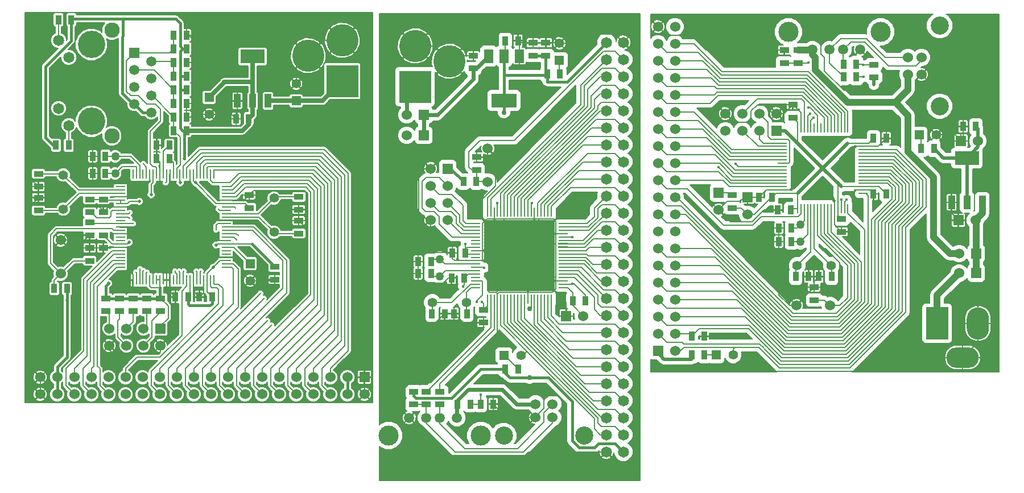
<source format=gtl>
G04 (created by PCBNEW-RS274X (2011-03-30 BZR 2932)-stable) date 18/05/2011 11:49:27 p.m.*
G01*
G70*
G90*
%MOIN*%
G04 Gerber Fmt 3.4, Leading zero omitted, Abs format*
%FSLAX34Y34*%
G04 APERTURE LIST*
%ADD10C,0.006000*%
%ADD11C,0.056000*%
%ADD12C,0.189000*%
%ADD13R,0.189000X0.189000*%
%ADD14R,0.055000X0.055000*%
%ADD15C,0.055000*%
%ADD16R,0.055000X0.010000*%
%ADD17R,0.010000X0.055000*%
%ADD18R,0.055000X0.009200*%
%ADD19R,0.060000X0.060000*%
%ADD20C,0.060000*%
%ADD21C,0.065000*%
%ADD22C,0.050000*%
%ADD23R,0.035000X0.055000*%
%ADD24R,0.055000X0.035000*%
%ADD25R,0.150000X0.080000*%
%ADD26R,0.055000X0.080000*%
%ADD27C,0.059100*%
%ADD28C,0.118100*%
%ADD29C,0.106300*%
%ADD30O,0.130000X0.189000*%
%ADD31O,0.189000X0.120000*%
%ADD32R,0.144000X0.080000*%
%ADD33R,0.040000X0.080000*%
%ADD34R,0.058000X0.010000*%
%ADD35R,0.010000X0.058000*%
%ADD36C,0.160000*%
%ADD37R,0.059100X0.059100*%
%ADD38C,0.090000*%
%ADD39C,0.011800*%
%ADD40C,0.030000*%
%ADD41C,0.017500*%
%ADD42C,0.020000*%
%ADD43C,0.008000*%
%ADD44C,0.015000*%
%ADD45C,0.020000*%
%ADD46C,0.018000*%
%ADD47C,0.025000*%
%ADD48C,0.022000*%
%ADD49C,0.040000*%
G04 APERTURE END LIST*
G54D10*
G54D11*
X57750Y-26600D03*
X55750Y-26600D03*
G54D12*
X54750Y-11550D03*
G54D13*
X54750Y-13950D03*
G54D12*
X56750Y-12450D03*
G54D14*
X59950Y-29700D03*
G54D15*
X60950Y-29700D03*
G54D14*
X63200Y-12400D03*
G54D15*
X63200Y-11400D03*
G54D16*
X58291Y-21978D03*
G54D17*
X58978Y-26409D03*
G54D16*
X63409Y-25722D03*
G54D17*
X62722Y-21291D03*
G54D16*
X58291Y-22175D03*
G54D17*
X59175Y-26409D03*
G54D16*
X63409Y-25525D03*
G54D17*
X62525Y-21291D03*
G54D18*
X58291Y-22372D03*
G54D17*
X59372Y-26409D03*
G54D16*
X63409Y-25328D03*
G54D17*
X62328Y-21291D03*
G54D16*
X58291Y-22569D03*
G54D17*
X59569Y-26409D03*
G54D16*
X63409Y-25131D03*
G54D17*
X62131Y-21291D03*
G54D16*
X58291Y-22766D03*
G54D17*
X59766Y-26409D03*
G54D16*
X63409Y-24934D03*
G54D17*
X61934Y-21291D03*
G54D16*
X58291Y-22963D03*
G54D17*
X59963Y-26409D03*
G54D16*
X63409Y-24737D03*
G54D17*
X61737Y-21291D03*
G54D16*
X58291Y-23160D03*
G54D17*
X60160Y-26409D03*
G54D16*
X63409Y-24540D03*
G54D17*
X61540Y-21291D03*
G54D16*
X58291Y-23357D03*
G54D17*
X60357Y-26409D03*
G54D16*
X63409Y-24343D03*
G54D17*
X61343Y-21291D03*
G54D16*
X58291Y-23554D03*
G54D17*
X60554Y-26409D03*
G54D16*
X63409Y-24146D03*
G54D17*
X61146Y-21291D03*
G54D16*
X58291Y-23751D03*
G54D17*
X60751Y-26409D03*
G54D16*
X63409Y-23949D03*
G54D17*
X60949Y-21291D03*
G54D16*
X58291Y-23948D03*
G54D17*
X60948Y-26409D03*
G54D16*
X63409Y-23752D03*
G54D17*
X60752Y-21291D03*
G54D16*
X58291Y-24145D03*
G54D17*
X61145Y-26409D03*
G54D16*
X63409Y-23555D03*
G54D17*
X60555Y-21291D03*
G54D16*
X58291Y-24342D03*
G54D17*
X61342Y-26409D03*
G54D10*
G36*
X63134Y-23308D02*
X63684Y-23308D01*
X63684Y-23408D01*
X63134Y-23408D01*
X63134Y-23308D01*
X63134Y-23308D01*
G37*
G54D17*
X60358Y-21291D03*
G54D16*
X58291Y-24539D03*
G54D17*
X61539Y-26409D03*
G54D10*
G36*
X63134Y-23111D02*
X63684Y-23111D01*
X63684Y-23211D01*
X63134Y-23211D01*
X63134Y-23111D01*
X63134Y-23111D01*
G37*
G54D17*
X60161Y-21291D03*
G54D16*
X58291Y-24736D03*
G54D17*
X61736Y-26409D03*
G54D16*
X63409Y-22964D03*
G54D17*
X59964Y-21291D03*
G54D16*
X58291Y-24933D03*
G54D17*
X61933Y-26409D03*
G54D16*
X63409Y-22767D03*
G54D17*
X59767Y-21291D03*
G54D16*
X58291Y-25130D03*
G54D17*
X62130Y-26409D03*
G54D16*
X63409Y-22570D03*
G54D17*
X59570Y-21291D03*
G54D16*
X58291Y-25327D03*
G54D17*
X62327Y-26409D03*
G54D16*
X63409Y-22373D03*
G54D17*
X59373Y-21291D03*
G54D16*
X58291Y-25524D03*
G54D17*
X62524Y-26409D03*
G54D16*
X63409Y-22176D03*
G54D17*
X59176Y-21291D03*
G54D16*
X58291Y-25721D03*
G54D17*
X62721Y-26409D03*
G54D16*
X63409Y-21979D03*
G54D17*
X58979Y-21291D03*
G54D19*
X55250Y-16800D03*
G54D20*
X54250Y-16800D03*
G54D19*
X63600Y-27400D03*
G54D20*
X64600Y-27400D03*
G54D19*
X55250Y-15600D03*
G54D20*
X54250Y-15600D03*
G54D19*
X56650Y-18750D03*
G54D20*
X55650Y-18750D03*
X56650Y-19750D03*
X55650Y-19750D03*
X56650Y-20750D03*
X55650Y-20750D03*
X56650Y-21750D03*
X55650Y-21750D03*
G54D21*
X65950Y-23350D03*
X66950Y-23350D03*
X65950Y-22350D03*
X66950Y-22350D03*
X65950Y-21350D03*
X66950Y-21350D03*
X66950Y-18350D03*
X65950Y-18350D03*
X66950Y-19350D03*
X65950Y-19350D03*
X66950Y-20350D03*
X65950Y-20350D03*
X65950Y-14350D03*
X66950Y-14350D03*
X65950Y-13350D03*
X66950Y-13350D03*
X66950Y-15350D03*
X65950Y-15350D03*
X66950Y-16350D03*
X65950Y-16350D03*
X66950Y-17350D03*
X65950Y-17350D03*
X65950Y-29350D03*
X66950Y-29350D03*
X65950Y-28350D03*
X66950Y-28350D03*
X65950Y-27350D03*
X66950Y-27350D03*
X66950Y-24350D03*
X65950Y-24350D03*
X66950Y-25350D03*
X65950Y-25350D03*
X66950Y-26350D03*
X65950Y-26350D03*
X65950Y-32350D03*
X66950Y-32350D03*
X65950Y-31350D03*
X66950Y-31350D03*
X65950Y-30350D03*
X66950Y-30350D03*
X66950Y-11350D03*
X65950Y-11350D03*
X66950Y-12350D03*
X65950Y-12350D03*
X66950Y-33350D03*
X65950Y-33350D03*
X66950Y-34350D03*
X65950Y-34350D03*
X66950Y-35350D03*
X65950Y-35350D03*
G54D22*
X56200Y-24050D03*
X56200Y-25050D03*
G54D23*
X57025Y-27250D03*
X57775Y-27250D03*
X56475Y-27250D03*
X55725Y-27250D03*
X58325Y-19500D03*
X57575Y-19500D03*
G54D24*
X58350Y-18825D03*
X58350Y-18075D03*
G54D23*
X56875Y-25150D03*
X57625Y-25150D03*
X57225Y-32550D03*
X57975Y-32550D03*
X59325Y-32550D03*
X58575Y-32550D03*
X54925Y-24200D03*
X55675Y-24200D03*
G54D24*
X56200Y-32575D03*
X56200Y-31825D03*
X54650Y-32575D03*
X54650Y-31825D03*
G54D23*
X62475Y-13200D03*
X63225Y-13200D03*
G54D24*
X61650Y-12125D03*
X61650Y-11375D03*
G54D23*
X60025Y-11250D03*
X60775Y-11250D03*
G54D24*
X58150Y-12875D03*
X58150Y-12125D03*
G54D23*
X54925Y-24900D03*
X55675Y-24900D03*
X63975Y-26500D03*
X64725Y-26500D03*
G54D24*
X62400Y-12125D03*
X62400Y-11375D03*
G54D23*
X56925Y-23700D03*
X57675Y-23700D03*
X60025Y-30500D03*
X60775Y-30500D03*
G54D24*
X58750Y-27775D03*
X58750Y-27025D03*
X55400Y-32575D03*
X55400Y-31825D03*
G54D25*
X59950Y-14750D03*
G54D26*
X59950Y-12150D03*
X59050Y-12150D03*
X60850Y-12150D03*
G54D20*
X59000Y-19534D03*
X59000Y-17566D03*
G54D27*
X54400Y-33350D03*
X55400Y-33350D03*
X56200Y-33350D03*
X57200Y-33350D03*
G54D28*
X53200Y-34400D03*
X58600Y-34400D03*
G54D20*
X61800Y-32550D03*
X62800Y-32550D03*
X62800Y-33337D03*
X61800Y-33337D03*
G54D29*
X59938Y-34400D03*
X64662Y-34400D03*
G54D19*
X86575Y-21775D03*
G54D20*
X87575Y-21775D03*
G54D19*
X86725Y-17125D03*
G54D20*
X87725Y-17125D03*
G54D19*
X74225Y-20425D03*
G54D20*
X74225Y-21425D03*
G54D11*
X77125Y-24425D03*
X79125Y-24425D03*
G54D30*
X87725Y-27825D03*
G54D10*
G36*
X85975Y-26880D02*
X85975Y-28770D01*
X84675Y-28770D01*
X84675Y-26880D01*
X85975Y-26880D01*
X85975Y-26880D01*
G37*
G54D31*
X86825Y-29825D03*
G54D14*
X72375Y-29675D03*
G54D15*
X73375Y-29675D03*
G54D14*
X84275Y-16775D03*
G54D15*
X85275Y-16775D03*
G54D17*
X77147Y-21087D03*
G54D16*
X80987Y-20203D03*
G54D17*
X80103Y-16363D03*
G54D16*
X76263Y-17247D03*
G54D17*
X77344Y-21087D03*
G54D16*
X80987Y-20006D03*
G54D17*
X79906Y-16363D03*
G54D16*
X76263Y-17444D03*
G54D17*
X77541Y-21087D03*
G54D16*
X80987Y-19809D03*
G54D17*
X79709Y-16363D03*
G54D16*
X76263Y-17641D03*
G54D17*
X77738Y-21087D03*
G54D16*
X80987Y-19612D03*
G54D17*
X79512Y-16363D03*
G54D16*
X76263Y-17838D03*
G54D17*
X77935Y-21087D03*
G54D16*
X80987Y-19415D03*
G54D17*
X79315Y-16363D03*
G54D16*
X76263Y-18035D03*
G54D17*
X78132Y-21087D03*
G54D16*
X80987Y-19218D03*
G54D17*
X79118Y-16363D03*
G54D16*
X76263Y-18232D03*
G54D17*
X78329Y-21087D03*
G54D16*
X80987Y-19021D03*
G54D17*
X78921Y-16363D03*
G54D16*
X76263Y-18429D03*
G54D17*
X78526Y-21087D03*
G54D16*
X80987Y-18824D03*
G54D17*
X78724Y-16363D03*
G54D16*
X76263Y-18626D03*
G54D17*
X78723Y-21087D03*
G54D16*
X80987Y-18627D03*
G54D17*
X78527Y-16363D03*
G54D16*
X76263Y-18823D03*
G54D17*
X78920Y-21087D03*
G54D16*
X80987Y-18430D03*
G54D17*
X78330Y-16363D03*
G54D16*
X76263Y-19020D03*
G54D17*
X79117Y-21087D03*
G54D16*
X80987Y-18233D03*
G54D17*
X78133Y-16363D03*
G54D16*
X76263Y-19217D03*
G54D17*
X79314Y-21087D03*
G54D16*
X80987Y-18036D03*
G54D17*
X77936Y-16363D03*
G54D16*
X76263Y-19414D03*
G54D17*
X79511Y-21087D03*
G54D16*
X80987Y-17839D03*
G54D17*
X77739Y-16363D03*
G54D16*
X76263Y-19611D03*
G54D17*
X79708Y-21087D03*
G54D16*
X80987Y-17642D03*
G54D17*
X77542Y-16363D03*
G54D16*
X76263Y-19808D03*
G54D17*
X79905Y-21087D03*
G54D16*
X80987Y-17445D03*
G54D17*
X77345Y-16363D03*
G54D16*
X76263Y-20005D03*
G54D17*
X80102Y-21087D03*
G54D16*
X80987Y-17248D03*
G54D17*
X77148Y-16363D03*
G54D16*
X76263Y-20202D03*
G54D19*
X68975Y-29425D03*
G54D20*
X69975Y-29425D03*
X68975Y-24425D03*
X69975Y-28425D03*
X68975Y-23425D03*
X69975Y-27425D03*
X68975Y-22425D03*
X69975Y-26425D03*
X68975Y-21425D03*
X69975Y-25425D03*
X68975Y-20425D03*
X69975Y-24425D03*
X68975Y-19425D03*
X69975Y-23425D03*
X68975Y-18425D03*
X69975Y-22425D03*
X68975Y-17425D03*
X69975Y-21425D03*
X68975Y-16425D03*
X69975Y-20425D03*
X68975Y-15425D03*
X69975Y-19425D03*
X68975Y-14425D03*
X69975Y-18425D03*
X69975Y-17425D03*
X68975Y-13425D03*
X69975Y-16425D03*
X69975Y-14425D03*
X69975Y-13425D03*
X69975Y-12425D03*
X69975Y-11425D03*
X68975Y-12425D03*
X68975Y-11425D03*
X68975Y-28425D03*
X68975Y-27425D03*
X68975Y-26425D03*
X68975Y-25425D03*
X68975Y-10425D03*
X69975Y-10425D03*
X69975Y-15425D03*
G54D19*
X87625Y-24875D03*
G54D20*
X86625Y-24875D03*
G54D19*
X87625Y-23725D03*
G54D20*
X86625Y-23725D03*
G54D19*
X72525Y-20175D03*
G54D20*
X72525Y-21175D03*
G54D19*
X75925Y-16525D03*
G54D20*
X75925Y-15525D03*
X74925Y-16525D03*
X74925Y-15525D03*
X73925Y-16525D03*
X73925Y-15525D03*
X72925Y-16525D03*
X72925Y-15525D03*
G54D22*
X77325Y-22025D03*
X77325Y-23025D03*
G54D23*
X79850Y-12625D03*
X80600Y-12625D03*
G54D24*
X73325Y-20300D03*
X73325Y-21050D03*
X81625Y-13400D03*
X81625Y-12650D03*
X77175Y-11800D03*
X77175Y-12550D03*
G54D23*
X70950Y-28575D03*
X71700Y-28575D03*
G54D24*
X76375Y-12550D03*
X76375Y-11800D03*
G54D23*
X71700Y-29675D03*
X70950Y-29675D03*
X84400Y-17575D03*
X85150Y-17575D03*
X77800Y-25075D03*
X77050Y-25075D03*
X76800Y-22225D03*
X76050Y-22225D03*
X78400Y-25075D03*
X79150Y-25075D03*
G54D24*
X78125Y-26450D03*
X78125Y-25700D03*
G54D23*
X87600Y-16275D03*
X86850Y-16275D03*
X79850Y-13375D03*
X80600Y-13375D03*
X76000Y-21175D03*
X76750Y-21175D03*
X81600Y-20225D03*
X82350Y-20225D03*
G54D24*
X79725Y-21700D03*
X79725Y-22450D03*
G54D23*
X81600Y-16975D03*
X82350Y-16975D03*
G54D24*
X76875Y-15750D03*
X76875Y-15000D03*
G54D23*
X75650Y-20425D03*
X74900Y-20425D03*
X76800Y-23025D03*
X76050Y-23025D03*
G54D32*
X87075Y-18125D03*
G54D33*
X87075Y-20725D03*
X87975Y-20725D03*
X86175Y-20725D03*
G54D20*
X79059Y-26775D03*
X77091Y-26775D03*
G54D27*
X80825Y-11775D03*
X79825Y-11775D03*
X79025Y-11775D03*
X78025Y-11775D03*
G54D28*
X82025Y-10725D03*
X76625Y-10725D03*
G54D20*
X83625Y-13225D03*
X83625Y-12225D03*
X84412Y-12225D03*
X84412Y-13225D03*
G54D29*
X85475Y-15087D03*
X85475Y-10363D03*
G54D14*
X47775Y-14775D03*
G54D15*
X47775Y-13775D03*
G54D14*
X42675Y-14575D03*
G54D15*
X42675Y-15575D03*
G54D14*
X45075Y-24325D03*
G54D15*
X45075Y-25325D03*
G54D11*
X34125Y-19125D03*
X34125Y-21125D03*
X46475Y-20475D03*
X46475Y-22475D03*
G54D12*
X50475Y-11225D03*
G54D13*
X50475Y-13625D03*
G54D12*
X48475Y-12125D03*
G54D34*
X43675Y-24539D03*
G54D35*
X42939Y-19075D03*
G54D34*
X37475Y-19811D03*
G54D35*
X38211Y-25275D03*
G54D34*
X43675Y-24342D03*
G54D35*
X42742Y-19075D03*
G54D34*
X37475Y-20008D03*
G54D35*
X38408Y-25275D03*
G54D34*
X43675Y-24145D03*
G54D35*
X42545Y-19075D03*
G54D34*
X37475Y-20205D03*
G54D35*
X38605Y-25275D03*
G54D34*
X43675Y-23948D03*
G54D35*
X42348Y-19075D03*
G54D34*
X37475Y-20402D03*
G54D35*
X38802Y-25275D03*
G54D34*
X43675Y-23751D03*
G54D35*
X42151Y-19075D03*
G54D34*
X37475Y-20599D03*
G54D35*
X38999Y-25275D03*
G54D34*
X43675Y-23554D03*
G54D35*
X41954Y-19075D03*
G54D34*
X37475Y-20796D03*
G54D35*
X39196Y-25275D03*
G54D34*
X43675Y-23357D03*
G54D35*
X41757Y-19075D03*
G54D34*
X37475Y-20993D03*
G54D35*
X39393Y-25275D03*
G54D34*
X43675Y-23160D03*
G54D35*
X41560Y-19075D03*
G54D34*
X37475Y-21190D03*
G54D35*
X39590Y-25275D03*
G54D34*
X43675Y-22963D03*
G54D35*
X41363Y-19075D03*
G54D34*
X37475Y-21387D03*
G54D35*
X39787Y-25275D03*
G54D34*
X43675Y-22766D03*
G54D35*
X41166Y-19075D03*
G54D34*
X37475Y-21584D03*
G54D35*
X39984Y-25275D03*
G54D34*
X43675Y-22569D03*
G54D35*
X40969Y-19075D03*
G54D34*
X37475Y-21781D03*
G54D35*
X40181Y-25275D03*
G54D34*
X43675Y-22372D03*
G54D35*
X40772Y-19075D03*
G54D34*
X37475Y-21978D03*
G54D35*
X40378Y-25275D03*
G54D34*
X43675Y-22175D03*
G54D35*
X40575Y-19075D03*
G54D34*
X37475Y-22175D03*
G54D35*
X40575Y-25275D03*
G54D34*
X43675Y-21978D03*
G54D35*
X40378Y-19075D03*
G54D34*
X37475Y-22372D03*
G54D35*
X40772Y-25275D03*
G54D34*
X43675Y-21781D03*
G54D35*
X40181Y-19075D03*
G54D34*
X37475Y-22569D03*
G54D35*
X40969Y-25275D03*
G54D34*
X43675Y-21584D03*
G54D35*
X39984Y-19075D03*
G54D34*
X37475Y-22766D03*
G54D35*
X41166Y-25275D03*
G54D34*
X43675Y-21387D03*
G54D35*
X39787Y-19075D03*
G54D34*
X37475Y-22963D03*
G54D35*
X41363Y-25275D03*
G54D34*
X43675Y-21190D03*
G54D35*
X39590Y-19075D03*
G54D34*
X37475Y-23160D03*
G54D35*
X41560Y-25275D03*
G54D34*
X43675Y-20993D03*
G54D35*
X39393Y-19075D03*
G54D34*
X37475Y-23357D03*
G54D35*
X41757Y-25275D03*
G54D34*
X43675Y-20796D03*
G54D35*
X39196Y-19075D03*
G54D34*
X37475Y-23554D03*
G54D35*
X41954Y-25275D03*
G54D34*
X43675Y-20599D03*
G54D35*
X38999Y-19075D03*
G54D34*
X37475Y-23751D03*
G54D35*
X42151Y-25275D03*
G54D34*
X43675Y-20402D03*
G54D35*
X38802Y-19075D03*
G54D34*
X37475Y-23948D03*
G54D35*
X42348Y-25275D03*
G54D34*
X43675Y-20205D03*
G54D35*
X38605Y-19075D03*
G54D34*
X37475Y-24145D03*
G54D35*
X42545Y-25275D03*
G54D34*
X43675Y-20008D03*
G54D35*
X38408Y-19075D03*
G54D34*
X37475Y-24342D03*
G54D35*
X42742Y-25275D03*
G54D34*
X43675Y-19811D03*
G54D35*
X38211Y-19075D03*
G54D34*
X37475Y-24539D03*
G54D35*
X42939Y-25275D03*
G54D19*
X51775Y-30975D03*
G54D20*
X51775Y-31975D03*
X46775Y-30975D03*
X50775Y-31975D03*
X45775Y-30975D03*
X49775Y-31975D03*
X44775Y-30975D03*
X48775Y-31975D03*
X43775Y-30975D03*
X47775Y-31975D03*
X42775Y-30975D03*
X46775Y-31975D03*
X41775Y-30975D03*
X45775Y-31975D03*
X40775Y-30975D03*
X44775Y-31975D03*
X39775Y-30975D03*
X43775Y-31975D03*
X38775Y-30975D03*
X42775Y-31975D03*
X37775Y-30975D03*
X41775Y-31975D03*
X36775Y-30975D03*
X40775Y-31975D03*
X39775Y-31975D03*
X35775Y-30975D03*
X38775Y-31975D03*
X36775Y-31975D03*
X35775Y-31975D03*
X34775Y-31975D03*
X33775Y-31975D03*
X34775Y-30975D03*
X33775Y-30975D03*
X50775Y-30975D03*
X49775Y-30975D03*
X48775Y-30975D03*
X47775Y-30975D03*
X32775Y-30975D03*
X32775Y-31975D03*
X37775Y-31975D03*
G54D19*
X39825Y-28125D03*
G54D20*
X39825Y-29125D03*
X38825Y-28125D03*
X38825Y-29125D03*
X37825Y-28125D03*
X37825Y-29125D03*
X36825Y-28125D03*
X36825Y-29125D03*
G54D22*
X37175Y-19025D03*
X37175Y-18025D03*
G54D36*
X35775Y-15975D03*
X35775Y-11475D03*
G54D37*
X38275Y-11975D03*
G54D27*
X39275Y-12475D03*
X38275Y-12975D03*
X39275Y-13475D03*
X38275Y-13975D03*
X39275Y-14475D03*
X38275Y-14975D03*
X39275Y-15475D03*
G54D38*
X36975Y-10625D03*
X36975Y-16825D03*
G54D21*
X33845Y-11235D03*
X34445Y-12235D03*
X33845Y-15215D03*
X34445Y-16215D03*
G54D23*
X40600Y-12525D03*
X41350Y-12525D03*
X40600Y-10925D03*
X41350Y-10925D03*
G54D24*
X45025Y-21050D03*
X45025Y-20300D03*
X36475Y-22650D03*
X36475Y-23400D03*
X36475Y-20550D03*
X36475Y-21300D03*
G54D23*
X41450Y-26275D03*
X40700Y-26275D03*
X42850Y-26275D03*
X42100Y-26275D03*
G54D24*
X35675Y-21900D03*
X35675Y-22650D03*
G54D23*
X40350Y-18175D03*
X39600Y-18175D03*
X33850Y-10025D03*
X34600Y-10025D03*
X39600Y-17375D03*
X40350Y-17375D03*
X34450Y-17375D03*
X33700Y-17375D03*
X40600Y-14925D03*
X41350Y-14925D03*
G54D24*
X39825Y-26350D03*
X39825Y-27100D03*
X37425Y-26350D03*
X37425Y-27100D03*
X36625Y-26350D03*
X36625Y-27100D03*
G54D23*
X40600Y-15725D03*
X41350Y-15725D03*
X41350Y-11725D03*
X40600Y-11725D03*
X41350Y-13325D03*
X40600Y-13325D03*
G54D24*
X32675Y-20450D03*
X32675Y-21200D03*
X32675Y-19800D03*
X32675Y-19050D03*
X47925Y-21150D03*
X47925Y-20400D03*
X47925Y-21800D03*
X47925Y-22550D03*
G54D23*
X35850Y-19025D03*
X36600Y-19025D03*
X35850Y-18025D03*
X36600Y-18025D03*
X34350Y-25775D03*
X33600Y-25775D03*
G54D24*
X38225Y-26350D03*
X38225Y-27100D03*
X35675Y-23400D03*
X35675Y-24150D03*
G54D23*
X41350Y-14125D03*
X40600Y-14125D03*
X41350Y-16525D03*
X40600Y-16525D03*
G54D24*
X46525Y-25250D03*
X46525Y-24500D03*
X35675Y-20550D03*
X35675Y-21300D03*
X39025Y-26350D03*
X39025Y-27100D03*
G54D23*
X45000Y-15825D03*
X44250Y-15825D03*
G54D32*
X45225Y-12175D03*
G54D33*
X45225Y-14775D03*
X46125Y-14775D03*
X44325Y-14775D03*
G54D20*
X33975Y-22941D03*
X33975Y-24909D03*
G54D39*
X38225Y-21975D03*
X40575Y-18625D03*
X43075Y-22325D03*
G54D40*
X59950Y-15450D03*
G54D41*
X58650Y-26550D03*
X59550Y-20750D03*
X61600Y-20750D03*
X63950Y-22750D03*
X63950Y-25500D03*
G54D40*
X61450Y-26950D03*
G54D41*
X57550Y-25650D03*
X57700Y-23150D03*
G54D42*
X78625Y-18725D03*
X81625Y-13825D03*
X40975Y-19575D03*
X41225Y-18175D03*
G54D40*
X61450Y-31000D03*
G54D42*
X38575Y-20675D03*
X39275Y-20275D03*
X34350Y-26475D03*
X36775Y-25475D03*
X42925Y-24525D03*
X43075Y-23225D03*
X41875Y-19575D03*
X37975Y-23075D03*
G54D41*
X73525Y-18475D03*
X81025Y-13375D03*
X78075Y-15775D03*
X77875Y-15525D03*
X80975Y-12675D03*
X77775Y-15175D03*
X77775Y-12525D03*
X79725Y-20575D03*
X80025Y-20575D03*
G54D39*
X41175Y-24775D03*
X40925Y-24775D03*
X45675Y-26075D03*
X44275Y-22925D03*
X45875Y-26375D03*
X44375Y-22675D03*
X41925Y-24775D03*
X42175Y-24775D03*
X43225Y-21125D03*
X46075Y-27675D03*
X44225Y-21075D03*
X46325Y-27925D03*
G54D41*
X58800Y-24550D03*
G54D39*
X39025Y-24825D03*
X38625Y-24625D03*
X38375Y-24825D03*
X38825Y-24725D03*
X40675Y-24775D03*
G54D42*
X79275Y-20625D03*
G54D41*
X80525Y-20025D03*
G54D42*
X80525Y-17475D03*
X76775Y-19975D03*
G54D41*
X72175Y-28575D03*
X75675Y-11775D03*
X62750Y-23150D03*
X62700Y-25100D03*
X59950Y-22000D03*
X62000Y-22000D03*
G54D39*
X39625Y-16825D03*
G54D41*
X72525Y-18675D03*
G54D39*
X38025Y-21675D03*
X38025Y-21325D03*
G54D41*
X58600Y-32000D03*
X58350Y-26550D03*
G54D39*
X40125Y-19575D03*
X38825Y-18475D03*
G54D43*
X40575Y-18625D02*
X40575Y-18400D01*
X40575Y-18400D02*
X40350Y-18175D01*
X40575Y-19075D02*
X40575Y-18625D01*
X38225Y-21975D02*
X38222Y-21978D01*
X38222Y-21978D02*
X37475Y-21978D01*
X43172Y-21978D02*
X43675Y-21978D01*
X43075Y-22325D02*
X43075Y-22075D01*
X43075Y-22075D02*
X43172Y-21978D01*
X35753Y-21978D02*
X35675Y-21900D01*
X37475Y-21978D02*
X35753Y-21978D01*
X43675Y-23357D02*
X44107Y-23357D01*
X44107Y-23357D02*
X45075Y-24325D01*
G54D44*
X63950Y-34700D02*
X64350Y-35100D01*
X64350Y-35100D02*
X65250Y-35100D01*
X65250Y-35100D02*
X65500Y-34850D01*
X65500Y-34850D02*
X66450Y-34850D01*
X54650Y-31825D02*
X54650Y-32050D01*
X58600Y-30500D02*
X60025Y-30500D01*
X56900Y-32200D02*
X58600Y-30500D01*
X54800Y-32200D02*
X56900Y-32200D01*
X54650Y-32050D02*
X54800Y-32200D01*
X62475Y-13200D02*
X62475Y-13625D01*
X63650Y-13650D02*
X65950Y-11350D01*
X62500Y-13650D02*
X63650Y-13650D01*
X62475Y-13625D02*
X62500Y-13650D01*
X59950Y-14750D02*
X59950Y-15450D01*
X59950Y-13250D02*
X62425Y-13250D01*
G54D43*
X62425Y-13250D02*
X62475Y-13200D01*
G54D44*
X62400Y-12125D02*
X62400Y-13125D01*
G54D43*
X62400Y-13125D02*
X62475Y-13200D01*
G54D44*
X61650Y-12125D02*
X62400Y-12125D01*
X59950Y-12150D02*
X59950Y-13250D01*
X59950Y-13250D02*
X59950Y-14750D01*
G54D43*
X60025Y-11250D02*
X60025Y-12075D01*
X60025Y-12075D02*
X59950Y-12150D01*
X56650Y-18750D02*
X56825Y-18750D01*
G54D44*
X56825Y-18750D02*
X57575Y-19500D01*
G54D43*
X63409Y-22767D02*
X63933Y-22767D01*
X63933Y-22767D02*
X63950Y-22750D01*
X63950Y-25500D02*
X64050Y-25500D01*
X64050Y-25500D02*
X64725Y-26175D01*
X64725Y-26175D02*
X64725Y-26500D01*
X58750Y-27025D02*
X58750Y-26650D01*
X58750Y-26650D02*
X58650Y-26550D01*
X59570Y-21291D02*
X59570Y-20770D01*
X59570Y-20770D02*
X59550Y-20750D01*
X61540Y-21291D02*
X61540Y-20810D01*
X61540Y-20810D02*
X61600Y-20750D01*
X63933Y-22767D02*
X63950Y-22750D01*
X63409Y-25525D02*
X63925Y-25525D01*
X63925Y-25525D02*
X63950Y-25500D01*
X61539Y-26861D02*
X61450Y-26950D01*
X61539Y-26409D02*
X61539Y-26861D01*
X57625Y-25575D02*
X57550Y-25650D01*
X57625Y-25150D02*
X57625Y-25575D01*
X57675Y-23175D02*
X57675Y-23700D01*
X57675Y-23175D02*
X57700Y-23150D01*
X58291Y-23357D02*
X57743Y-23357D01*
X57675Y-23425D02*
X57675Y-23700D01*
X57743Y-23357D02*
X57675Y-23425D01*
X58291Y-23751D02*
X57726Y-23751D01*
X57726Y-23751D02*
X57675Y-23700D01*
X58978Y-26409D02*
X58978Y-26797D01*
X58978Y-26797D02*
X58750Y-27025D01*
X58291Y-24933D02*
X57842Y-24933D01*
X57842Y-24933D02*
X57625Y-25150D01*
X75650Y-20425D02*
X75625Y-20425D01*
X79511Y-21087D02*
X79511Y-21486D01*
X79511Y-21486D02*
X79725Y-21700D01*
X81934Y-19809D02*
X82350Y-20225D01*
X80987Y-19809D02*
X81934Y-19809D01*
X81327Y-17248D02*
X81600Y-16975D01*
X80987Y-17248D02*
X81327Y-17248D01*
X76838Y-21087D02*
X76750Y-21175D01*
X77147Y-21087D02*
X76838Y-21087D01*
X75873Y-20202D02*
X75650Y-20425D01*
X76263Y-20202D02*
X75873Y-20202D01*
G54D44*
X63950Y-32400D02*
X63950Y-34700D01*
G54D43*
X77148Y-16363D02*
X77148Y-16023D01*
X79511Y-19611D02*
X78625Y-18725D01*
X79511Y-19611D02*
X79511Y-21087D01*
X74625Y-21425D02*
X74225Y-21425D01*
G54D45*
X79709Y-19809D02*
X78625Y-18725D01*
G54D43*
X80987Y-19809D02*
X79709Y-19809D01*
X77147Y-20203D02*
X78625Y-18725D01*
X77147Y-21087D02*
X77147Y-20203D01*
G54D45*
X80102Y-17248D02*
X78625Y-18725D01*
G54D43*
X80987Y-17248D02*
X80102Y-17248D01*
G54D45*
X77148Y-17248D02*
X78625Y-18725D01*
G54D43*
X77148Y-16363D02*
X77148Y-17248D01*
G54D45*
X77148Y-20202D02*
X78625Y-18725D01*
G54D43*
X76263Y-20202D02*
X77148Y-20202D01*
X73850Y-21050D02*
X74225Y-21425D01*
X73325Y-21050D02*
X73850Y-21050D01*
X75625Y-20425D02*
X74625Y-21425D01*
G54D45*
X68975Y-29575D02*
X68975Y-29425D01*
X69325Y-29925D02*
X68975Y-29575D01*
X70925Y-29925D02*
X69325Y-29925D01*
X70950Y-29900D02*
X70925Y-29925D01*
X70950Y-29675D02*
X70950Y-29900D01*
X87075Y-20725D02*
X87075Y-18125D01*
X87725Y-17475D02*
X87075Y-18125D01*
X87725Y-17125D02*
X87725Y-17475D01*
G54D43*
X87725Y-16400D02*
X87600Y-16275D01*
G54D45*
X87725Y-17125D02*
X87725Y-16400D01*
X85700Y-18125D02*
X85150Y-17575D01*
X87075Y-18125D02*
X85700Y-18125D01*
X81625Y-13400D02*
X81625Y-13825D01*
X76425Y-16525D02*
X77148Y-17248D01*
X75925Y-16525D02*
X76425Y-16525D01*
G54D43*
X40969Y-19075D02*
X40969Y-19569D01*
X40969Y-19569D02*
X40975Y-19575D01*
G54D46*
X50775Y-31975D02*
X50775Y-30975D01*
X37625Y-09975D02*
X34650Y-09975D01*
X34650Y-09975D02*
X34600Y-10025D01*
X40725Y-09975D02*
X37625Y-09975D01*
X40975Y-10225D02*
X40725Y-09975D01*
X40975Y-11575D02*
X40975Y-10225D01*
X41125Y-11725D02*
X40975Y-11575D01*
X41350Y-11725D02*
X41125Y-11725D01*
X41225Y-16650D02*
X41350Y-16525D01*
X41225Y-18175D02*
X41225Y-16650D01*
G54D47*
X45000Y-16150D02*
X44625Y-16525D01*
X44625Y-16525D02*
X41350Y-16525D01*
X45000Y-15825D02*
X45000Y-16150D01*
G54D46*
X38225Y-14975D02*
X37575Y-14325D01*
X37575Y-14325D02*
X37575Y-11025D01*
X37575Y-11025D02*
X37625Y-10975D01*
X37625Y-10975D02*
X37625Y-09975D01*
X38275Y-14975D02*
X38225Y-14975D01*
X33525Y-17375D02*
X33075Y-16925D01*
X33075Y-16925D02*
X33075Y-12775D01*
X33075Y-12775D02*
X34600Y-11250D01*
X34600Y-11250D02*
X34600Y-10025D01*
X33700Y-17375D02*
X33525Y-17375D01*
G54D44*
X62550Y-31000D02*
X63950Y-32400D01*
X61450Y-31000D02*
X62550Y-31000D01*
X66450Y-34850D02*
X66950Y-35350D01*
X60300Y-31000D02*
X61450Y-31000D01*
X60025Y-30725D02*
X60300Y-31000D01*
X60025Y-30500D02*
X60025Y-30725D01*
G54D43*
X77148Y-16023D02*
X76875Y-15750D01*
X37904Y-20796D02*
X38025Y-20675D01*
X37904Y-20796D02*
X37475Y-20796D01*
X39275Y-19675D02*
X39275Y-20275D01*
X39393Y-19557D02*
X39275Y-19675D01*
X39393Y-19075D02*
X39393Y-19557D01*
G54D46*
X33775Y-30975D02*
X33775Y-30375D01*
X34350Y-29800D02*
X34350Y-26475D01*
X33775Y-30375D02*
X34350Y-29800D01*
X34350Y-26475D02*
X34350Y-25775D01*
X33775Y-31975D02*
X33775Y-30975D01*
G54D47*
X45225Y-13675D02*
X43550Y-13675D01*
X43550Y-13675D02*
X43575Y-13675D01*
X43575Y-13675D02*
X42675Y-14575D01*
X45225Y-14775D02*
X45225Y-15600D01*
X45225Y-15600D02*
X45000Y-15825D01*
X45225Y-12175D02*
X45225Y-13675D01*
X45225Y-13675D02*
X45225Y-14775D01*
G54D46*
X36625Y-26350D02*
X36625Y-25625D01*
X36625Y-25625D02*
X36775Y-25475D01*
G54D43*
X43675Y-23160D02*
X43140Y-23160D01*
X43140Y-23160D02*
X43075Y-23225D01*
X37890Y-23160D02*
X37975Y-23075D01*
X37890Y-23160D02*
X37475Y-23160D01*
X41757Y-19075D02*
X41757Y-19457D01*
X43096Y-20796D02*
X43675Y-20796D01*
X41757Y-19457D02*
X41875Y-19575D01*
X41875Y-19575D02*
X43096Y-20796D01*
X39196Y-25275D02*
X39196Y-25646D01*
X39275Y-25725D02*
X39787Y-25725D01*
X39196Y-25646D02*
X39275Y-25725D01*
G54D46*
X41450Y-26275D02*
X41450Y-26700D01*
X42850Y-26650D02*
X42850Y-26275D01*
X42725Y-26775D02*
X42850Y-26650D01*
X41525Y-26775D02*
X42725Y-26775D01*
X41450Y-26700D02*
X41525Y-26775D01*
G54D43*
X42545Y-25275D02*
X42545Y-24905D01*
X42545Y-24905D02*
X42925Y-24525D01*
X43305Y-24145D02*
X43675Y-24145D01*
X42925Y-24525D02*
X43305Y-24145D01*
G54D46*
X39025Y-26350D02*
X38225Y-26350D01*
X41350Y-13325D02*
X40975Y-13325D01*
X41350Y-14125D02*
X40975Y-14125D01*
X41350Y-16525D02*
X41125Y-16525D01*
X41125Y-16525D02*
X40975Y-16375D01*
X40975Y-16375D02*
X40975Y-14125D01*
X40975Y-11875D02*
X41125Y-11725D01*
X40975Y-13325D02*
X40975Y-11875D01*
X40975Y-14125D02*
X40975Y-13325D01*
X39275Y-15475D02*
X38775Y-15475D01*
X38775Y-15475D02*
X38275Y-14975D01*
G54D43*
X37475Y-23160D02*
X36985Y-23160D01*
X36985Y-23160D02*
X36475Y-22650D01*
X37475Y-20796D02*
X37475Y-20599D01*
X36475Y-20550D02*
X35675Y-20550D01*
X37475Y-20599D02*
X36975Y-20599D01*
X36975Y-20599D02*
X36524Y-20599D01*
X36524Y-20599D02*
X36475Y-20550D01*
X43675Y-23160D02*
X45185Y-23160D01*
G54D46*
X45185Y-23160D02*
X46525Y-24500D01*
G54D43*
X43675Y-20796D02*
X44771Y-20796D01*
X44771Y-20796D02*
X45025Y-21050D01*
X39590Y-25275D02*
X39787Y-25275D01*
X39787Y-25275D02*
X39787Y-25725D01*
G54D46*
X39787Y-25725D02*
X39787Y-26312D01*
G54D43*
X39787Y-26312D02*
X39825Y-26350D01*
X42545Y-25275D02*
X42545Y-25970D01*
X42545Y-25970D02*
X42850Y-26275D01*
X41560Y-25275D02*
X41560Y-26165D01*
X41560Y-26165D02*
X41450Y-26275D01*
X39825Y-28125D02*
X39825Y-27975D01*
X40275Y-26800D02*
X39825Y-26350D01*
X40275Y-27525D02*
X40275Y-26800D01*
X39825Y-27975D02*
X40275Y-27525D01*
G54D46*
X39825Y-26350D02*
X38225Y-26350D01*
X38225Y-26350D02*
X37425Y-26350D01*
X37425Y-26350D02*
X36625Y-26350D01*
G54D43*
X38025Y-20675D02*
X38575Y-20675D01*
X43675Y-24539D02*
X43989Y-24539D01*
X40275Y-31475D02*
X40775Y-31975D01*
X40275Y-30475D02*
X40275Y-31475D01*
X44075Y-26675D02*
X40275Y-30475D01*
X44075Y-24625D02*
X44075Y-26675D01*
X43989Y-24539D02*
X44075Y-24625D01*
X40775Y-30475D02*
X44375Y-26875D01*
X40775Y-30975D02*
X40775Y-30475D01*
X44092Y-24342D02*
X43675Y-24342D01*
X44375Y-24625D02*
X44092Y-24342D01*
X44375Y-26875D02*
X44375Y-24625D01*
X34275Y-31475D02*
X34775Y-31975D01*
X34275Y-30475D02*
X34275Y-31475D01*
X35325Y-29425D02*
X34275Y-30475D01*
X35325Y-25225D02*
X35325Y-29425D01*
X36996Y-23554D02*
X35325Y-25225D01*
X37475Y-23554D02*
X36996Y-23554D01*
X34775Y-30475D02*
X34775Y-30975D01*
X35525Y-29725D02*
X34775Y-30475D01*
X35525Y-25325D02*
X35525Y-29725D01*
X37099Y-23751D02*
X35525Y-25325D01*
X37475Y-23751D02*
X37099Y-23751D01*
X76263Y-17247D02*
X75147Y-17247D01*
X74925Y-17025D02*
X74925Y-16525D01*
X75147Y-17247D02*
X74925Y-17025D01*
X74844Y-17444D02*
X73925Y-16525D01*
X76263Y-17444D02*
X74844Y-17444D01*
X76263Y-18429D02*
X76621Y-18429D01*
X76675Y-18375D02*
X76675Y-17125D01*
X76621Y-18429D02*
X76675Y-18375D01*
X75425Y-16025D02*
X74925Y-15525D01*
X75425Y-16875D02*
X75425Y-16025D01*
X75575Y-17025D02*
X75425Y-16875D01*
X76575Y-17025D02*
X75575Y-17025D01*
X76675Y-17125D02*
X76575Y-17025D01*
X77375Y-14675D02*
X74775Y-14675D01*
X77542Y-14842D02*
X77375Y-14675D01*
X77542Y-16363D02*
X77542Y-14842D01*
X74775Y-14675D02*
X73925Y-15525D01*
X76263Y-18626D02*
X73676Y-18626D01*
X73676Y-18626D02*
X73525Y-18475D01*
X78329Y-22679D02*
X80075Y-24425D01*
X79625Y-26775D02*
X79059Y-26775D01*
X80075Y-26325D02*
X79625Y-26775D01*
X80075Y-24425D02*
X80075Y-26325D01*
X78329Y-21087D02*
X78329Y-22679D01*
X78734Y-26450D02*
X79059Y-26775D01*
X78125Y-26450D02*
X78734Y-26450D01*
X78075Y-15775D02*
X77936Y-15914D01*
X77936Y-15914D02*
X77936Y-16363D01*
X80600Y-13375D02*
X81025Y-13375D01*
X80925Y-12625D02*
X80600Y-12625D01*
X77739Y-15661D02*
X77875Y-15525D01*
X81625Y-12650D02*
X81000Y-12650D01*
X81000Y-12650D02*
X80975Y-12675D01*
X77739Y-16363D02*
X77739Y-15661D01*
X80975Y-12675D02*
X80925Y-12625D01*
X78330Y-15630D02*
X77875Y-15175D01*
X77875Y-15175D02*
X77775Y-15175D01*
X78330Y-16363D02*
X78330Y-15630D01*
X77750Y-12550D02*
X77175Y-12550D01*
X77775Y-12525D02*
X77750Y-12550D01*
X76375Y-12550D02*
X77175Y-12550D01*
X62130Y-27680D02*
X63800Y-29350D01*
X62130Y-26409D02*
X62130Y-27680D01*
X63800Y-29350D02*
X65950Y-29350D01*
X63600Y-28850D02*
X66450Y-28850D01*
X62327Y-27577D02*
X63600Y-28850D01*
X66450Y-28850D02*
X66950Y-29350D01*
X62327Y-26409D02*
X62327Y-27577D01*
X62524Y-26409D02*
X62524Y-27474D01*
X62524Y-27474D02*
X63400Y-28350D01*
X63400Y-28350D02*
X65950Y-28350D01*
X62721Y-27371D02*
X63200Y-27850D01*
X63200Y-27850D02*
X66450Y-27850D01*
X66450Y-27850D02*
X66950Y-28350D01*
X62721Y-26409D02*
X62721Y-27371D01*
X66450Y-25850D02*
X66950Y-26350D01*
X64490Y-24540D02*
X65800Y-25850D01*
X65800Y-25850D02*
X66450Y-25850D01*
X63409Y-24540D02*
X64490Y-24540D01*
X64643Y-24343D02*
X65650Y-25350D01*
X65650Y-25350D02*
X65950Y-25350D01*
X63409Y-24343D02*
X64643Y-24343D01*
X63409Y-24737D02*
X64337Y-24737D01*
X64337Y-24737D02*
X65950Y-26350D01*
X65650Y-26850D02*
X66450Y-26850D01*
X63409Y-24934D02*
X64234Y-24934D01*
X65450Y-26150D02*
X65450Y-26650D01*
X66450Y-26850D02*
X66950Y-27350D01*
X64234Y-24934D02*
X65450Y-26150D01*
X65450Y-26650D02*
X65650Y-26850D01*
X65700Y-12850D02*
X66450Y-12850D01*
X59176Y-21291D02*
X59176Y-20524D01*
X64650Y-15050D02*
X64650Y-13900D01*
X59176Y-20524D02*
X64650Y-15050D01*
X64650Y-13900D02*
X65700Y-12850D01*
X66450Y-12850D02*
X66950Y-13350D01*
X64081Y-25131D02*
X65250Y-26300D01*
X65250Y-27000D02*
X65600Y-27350D01*
X65600Y-27350D02*
X65950Y-27350D01*
X63409Y-25131D02*
X64081Y-25131D01*
X65250Y-26300D02*
X65250Y-27000D01*
X64450Y-15000D02*
X64450Y-13850D01*
X64450Y-13850D02*
X65950Y-12350D01*
X58979Y-20471D02*
X64450Y-15000D01*
X58979Y-21291D02*
X58979Y-20471D01*
X64600Y-18350D02*
X65950Y-18350D01*
X62131Y-21291D02*
X62131Y-20819D01*
X62131Y-20819D02*
X64600Y-18350D01*
X64350Y-18850D02*
X66450Y-18850D01*
X66450Y-18850D02*
X66950Y-19350D01*
X62328Y-21291D02*
X62328Y-20872D01*
X62328Y-20872D02*
X64350Y-18850D01*
X62525Y-20925D02*
X64100Y-19350D01*
X62525Y-21291D02*
X62525Y-20925D01*
X64100Y-19350D02*
X65950Y-19350D01*
X63850Y-19850D02*
X66450Y-19850D01*
X62722Y-20978D02*
X63850Y-19850D01*
X62722Y-21291D02*
X62722Y-20978D01*
X66450Y-19850D02*
X66950Y-20350D01*
X64850Y-14100D02*
X65600Y-13350D01*
X64850Y-15100D02*
X64850Y-14100D01*
X65600Y-13350D02*
X65950Y-13350D01*
X59767Y-21291D02*
X59767Y-20183D01*
X59767Y-20183D02*
X64850Y-15100D01*
X59964Y-20236D02*
X65050Y-15150D01*
X59964Y-21291D02*
X59964Y-20236D01*
X66450Y-13850D02*
X66950Y-14350D01*
X65700Y-13850D02*
X66450Y-13850D01*
X65050Y-15150D02*
X65050Y-14500D01*
X65050Y-14500D02*
X65700Y-13850D01*
X66450Y-15850D02*
X66950Y-16350D01*
X60752Y-20448D02*
X65350Y-15850D01*
X65350Y-15850D02*
X66450Y-15850D01*
X60752Y-21291D02*
X60752Y-20448D01*
X60949Y-21291D02*
X60949Y-20501D01*
X65100Y-16350D02*
X65950Y-16350D01*
X60949Y-20501D02*
X65100Y-16350D01*
X66450Y-16850D02*
X66950Y-17350D01*
X64850Y-16850D02*
X66450Y-16850D01*
X61146Y-21291D02*
X61146Y-20554D01*
X61146Y-20554D02*
X64850Y-16850D01*
X61300Y-29450D02*
X65250Y-33400D01*
X59766Y-27916D02*
X60050Y-28200D01*
X60050Y-28200D02*
X61300Y-29450D01*
X65250Y-33400D02*
X65250Y-34000D01*
X65250Y-34000D02*
X65600Y-34350D01*
X59766Y-26409D02*
X59766Y-27916D01*
X65600Y-34350D02*
X65950Y-34350D01*
X61050Y-29700D02*
X61300Y-29450D01*
X60950Y-29700D02*
X61050Y-29700D01*
X65650Y-33850D02*
X66450Y-33850D01*
X65450Y-33650D02*
X65650Y-33850D01*
X65450Y-33350D02*
X65450Y-33650D01*
X59963Y-27863D02*
X65450Y-33350D01*
X59963Y-26409D02*
X59963Y-27863D01*
X66450Y-33850D02*
X66950Y-34350D01*
X60160Y-26409D02*
X60160Y-27810D01*
X60160Y-27810D02*
X65700Y-33350D01*
X65700Y-33350D02*
X65950Y-33350D01*
X65450Y-32850D02*
X66450Y-32850D01*
X60357Y-27757D02*
X65450Y-32850D01*
X60357Y-26409D02*
X60357Y-27757D01*
X66450Y-32850D02*
X66950Y-33350D01*
X60554Y-27704D02*
X65200Y-32350D01*
X65200Y-32350D02*
X65950Y-32350D01*
X60554Y-26409D02*
X60554Y-27704D01*
X64950Y-31850D02*
X66450Y-31850D01*
X60751Y-27651D02*
X64950Y-31850D01*
X60751Y-26409D02*
X60751Y-27651D01*
X66450Y-31850D02*
X66950Y-32350D01*
X60948Y-26409D02*
X60948Y-27598D01*
X64700Y-31350D02*
X65950Y-31350D01*
X60948Y-27598D02*
X64700Y-31350D01*
X61145Y-26409D02*
X61145Y-27545D01*
X66450Y-30850D02*
X66950Y-31350D01*
X64450Y-30850D02*
X66450Y-30850D01*
X61145Y-27545D02*
X64450Y-30850D01*
X61736Y-26409D02*
X61736Y-27886D01*
X61736Y-27886D02*
X64200Y-30350D01*
X64200Y-30350D02*
X65950Y-30350D01*
X66450Y-29850D02*
X66950Y-30350D01*
X64000Y-29850D02*
X66450Y-29850D01*
X61933Y-27783D02*
X64000Y-29850D01*
X61933Y-26409D02*
X61933Y-27783D01*
X65250Y-14700D02*
X65600Y-14350D01*
X65600Y-14350D02*
X65950Y-14350D01*
X65250Y-15200D02*
X65250Y-14700D01*
X60161Y-20289D02*
X65250Y-15200D01*
X60161Y-21291D02*
X60161Y-20289D01*
X65650Y-14850D02*
X66450Y-14850D01*
X65450Y-15250D02*
X65450Y-15050D01*
X60358Y-20342D02*
X65450Y-15250D01*
X60358Y-21291D02*
X60358Y-20342D01*
X66450Y-14850D02*
X66950Y-15350D01*
X65450Y-15050D02*
X65650Y-14850D01*
X60555Y-20395D02*
X65600Y-15350D01*
X60555Y-21291D02*
X60555Y-20395D01*
X65600Y-15350D02*
X65950Y-15350D01*
X65250Y-21050D02*
X65950Y-20350D01*
X63409Y-21979D02*
X64821Y-21979D01*
X64821Y-21979D02*
X65250Y-21550D01*
X65250Y-21550D02*
X65250Y-21050D01*
X65450Y-21620D02*
X65450Y-21100D01*
X64894Y-22176D02*
X65450Y-21620D01*
X63409Y-22176D02*
X64894Y-22176D01*
X66450Y-20850D02*
X66950Y-21350D01*
X65700Y-20850D02*
X66450Y-20850D01*
X65450Y-21100D02*
X65700Y-20850D01*
X64927Y-22373D02*
X65950Y-21350D01*
X63409Y-22373D02*
X64927Y-22373D01*
X66450Y-21850D02*
X66950Y-22350D01*
X64586Y-22964D02*
X65700Y-21850D01*
X63409Y-22964D02*
X64586Y-22964D01*
X65700Y-21850D02*
X66450Y-21850D01*
X65450Y-22350D02*
X65950Y-22350D01*
X63409Y-23161D02*
X64639Y-23161D01*
X64639Y-23161D02*
X65450Y-22350D01*
X63409Y-23358D02*
X64692Y-23358D01*
X65200Y-22850D02*
X66450Y-22850D01*
X64692Y-23358D02*
X65200Y-22850D01*
X66450Y-22850D02*
X66950Y-23350D01*
X64950Y-23350D02*
X65950Y-23350D01*
X63409Y-23555D02*
X64745Y-23555D01*
X64745Y-23555D02*
X64950Y-23350D01*
X64900Y-23850D02*
X66450Y-23850D01*
X64802Y-23752D02*
X64900Y-23850D01*
X66450Y-23850D02*
X66950Y-24350D01*
X63409Y-23752D02*
X64802Y-23752D01*
X65150Y-24350D02*
X65950Y-24350D01*
X64749Y-23949D02*
X65150Y-24350D01*
X63409Y-23949D02*
X64749Y-23949D01*
X65400Y-24850D02*
X66450Y-24850D01*
X64696Y-24146D02*
X65400Y-24850D01*
X63409Y-24146D02*
X64696Y-24146D01*
X66450Y-24850D02*
X66950Y-25350D01*
X64850Y-17850D02*
X66450Y-17850D01*
X61934Y-20766D02*
X64850Y-17850D01*
X61934Y-21291D02*
X61934Y-20766D01*
X66450Y-17850D02*
X66950Y-18350D01*
X61343Y-21291D02*
X61343Y-20607D01*
X64600Y-17350D02*
X65950Y-17350D01*
X61343Y-20607D02*
X64600Y-17350D01*
X79708Y-21087D02*
X79708Y-20592D01*
X79708Y-20592D02*
X79725Y-20575D01*
X79905Y-21087D02*
X79905Y-20695D01*
X79905Y-20695D02*
X80025Y-20575D01*
X79625Y-28025D02*
X76675Y-28025D01*
X76675Y-28025D02*
X72075Y-23425D01*
X80102Y-21352D02*
X81075Y-22325D01*
X81075Y-26575D02*
X79625Y-28025D01*
X81075Y-22325D02*
X81075Y-26125D01*
X80102Y-21087D02*
X80102Y-21352D01*
X72075Y-23425D02*
X69975Y-23425D01*
X81075Y-26125D02*
X81075Y-26575D01*
X81153Y-20203D02*
X81275Y-20325D01*
X81275Y-26125D02*
X81275Y-26625D01*
X81275Y-26625D02*
X79675Y-28225D01*
X81275Y-20325D02*
X81275Y-26125D01*
X80987Y-20203D02*
X81153Y-20203D01*
X69475Y-23925D02*
X68975Y-23425D01*
X72325Y-23925D02*
X69475Y-23925D01*
X76625Y-28225D02*
X72325Y-23925D01*
X79675Y-28225D02*
X76625Y-28225D01*
X82412Y-19612D02*
X82675Y-19875D01*
X81475Y-26675D02*
X79725Y-28425D01*
X79725Y-28425D02*
X76575Y-28425D01*
X80987Y-19612D02*
X82412Y-19612D01*
X81475Y-26125D02*
X81475Y-26675D01*
X82675Y-19875D02*
X82675Y-20525D01*
X82675Y-20525D02*
X81475Y-21725D01*
X72575Y-24425D02*
X69975Y-24425D01*
X76575Y-28425D02*
X72575Y-24425D01*
X81475Y-21725D02*
X81475Y-26125D01*
X79775Y-28625D02*
X76525Y-28625D01*
X81675Y-26125D02*
X81675Y-26725D01*
X80987Y-19415D02*
X82465Y-19415D01*
X82875Y-20575D02*
X81675Y-21775D01*
X81675Y-21775D02*
X81675Y-26125D01*
X69475Y-24925D02*
X68975Y-24425D01*
X72825Y-24925D02*
X69475Y-24925D01*
X76525Y-28625D02*
X72825Y-24925D01*
X82465Y-19415D02*
X82875Y-19825D01*
X82875Y-19825D02*
X82875Y-20575D01*
X81675Y-26725D02*
X79775Y-28625D01*
X50625Y-19125D02*
X50625Y-29125D01*
X49325Y-17825D02*
X50625Y-19125D01*
X49275Y-30475D02*
X49275Y-31475D01*
X80987Y-19218D02*
X82518Y-19218D01*
X82518Y-19218D02*
X83075Y-19775D01*
X83075Y-19775D02*
X83075Y-20625D01*
X83075Y-20625D02*
X81875Y-21825D01*
X73075Y-25425D02*
X69975Y-25425D01*
X76475Y-28825D02*
X73075Y-25425D01*
X79825Y-28825D02*
X76475Y-28825D01*
X81875Y-26775D02*
X79825Y-28825D01*
X81875Y-21825D02*
X81875Y-26125D01*
X81875Y-26125D02*
X81875Y-26775D01*
X49275Y-31475D02*
X49775Y-31975D01*
X41363Y-19075D02*
X41363Y-18687D01*
X41363Y-18687D02*
X42225Y-17825D01*
X42225Y-17825D02*
X49325Y-17825D01*
X50625Y-29125D02*
X49275Y-30475D01*
X42125Y-17625D02*
X49425Y-17625D01*
X41166Y-18584D02*
X42125Y-17625D01*
X41166Y-19075D02*
X41166Y-18584D01*
X49775Y-30475D02*
X49775Y-30975D01*
X50825Y-29425D02*
X49775Y-30475D01*
X50825Y-19025D02*
X50825Y-29425D01*
X49425Y-17625D02*
X50825Y-19025D01*
X83275Y-19725D02*
X83275Y-20675D01*
X83275Y-20675D02*
X82075Y-21875D01*
X82075Y-21875D02*
X82075Y-26125D01*
X80987Y-19021D02*
X82571Y-19021D01*
X69475Y-25925D02*
X68975Y-25425D01*
X82571Y-19021D02*
X83275Y-19725D01*
X76425Y-29025D02*
X73325Y-25925D01*
X79875Y-29025D02*
X76425Y-29025D01*
X82075Y-26825D02*
X79875Y-29025D01*
X82075Y-26125D02*
X82075Y-26825D01*
X73325Y-25925D02*
X69475Y-25925D01*
X80987Y-18430D02*
X82730Y-18430D01*
X82730Y-18430D02*
X83875Y-19575D01*
X82675Y-26125D02*
X82675Y-26975D01*
X83875Y-20825D02*
X82675Y-22025D01*
X74075Y-27425D02*
X69975Y-27425D01*
X76275Y-29625D02*
X74075Y-27425D01*
X80025Y-29625D02*
X76275Y-29625D01*
X82675Y-26975D02*
X80025Y-29625D01*
X82675Y-22025D02*
X82675Y-26125D01*
X83875Y-19575D02*
X83875Y-20825D01*
X84075Y-19525D02*
X84075Y-20875D01*
X84075Y-20875D02*
X82875Y-22075D01*
X82875Y-22075D02*
X82875Y-26125D01*
X80987Y-18233D02*
X82783Y-18233D01*
X74325Y-27925D02*
X69475Y-27925D01*
X76225Y-29825D02*
X74325Y-27925D01*
X80075Y-29825D02*
X76225Y-29825D01*
X82875Y-27025D02*
X80075Y-29825D01*
X82875Y-26125D02*
X82875Y-27025D01*
X82783Y-18233D02*
X84075Y-19525D01*
X69475Y-27925D02*
X68975Y-27425D01*
X83275Y-22175D02*
X83275Y-26125D01*
X84475Y-20975D02*
X83275Y-22175D01*
X80175Y-30225D02*
X76125Y-30225D01*
X84475Y-19425D02*
X84475Y-20975D01*
X82889Y-17839D02*
X84475Y-19425D01*
X83275Y-26125D02*
X83275Y-27125D01*
X69475Y-28925D02*
X68975Y-28425D01*
X70375Y-28925D02*
X69475Y-28925D01*
X70475Y-29025D02*
X70375Y-28925D01*
X83275Y-27125D02*
X80175Y-30225D01*
X74925Y-29025D02*
X70475Y-29025D01*
X75175Y-29275D02*
X74925Y-29025D01*
X75225Y-29325D02*
X75175Y-29275D01*
X76125Y-30225D02*
X75225Y-29325D01*
X80987Y-17839D02*
X82889Y-17839D01*
X73375Y-29675D02*
X73375Y-29325D01*
X73375Y-29325D02*
X73475Y-29225D01*
X76075Y-30425D02*
X75025Y-29375D01*
X83475Y-26125D02*
X83475Y-27175D01*
X82942Y-17642D02*
X84675Y-19375D01*
X83475Y-27175D02*
X80225Y-30425D01*
X80225Y-30425D02*
X76075Y-30425D01*
X75025Y-29375D02*
X74875Y-29225D01*
X83475Y-22205D02*
X83475Y-26125D01*
X84675Y-21005D02*
X83475Y-22205D01*
X84675Y-19375D02*
X84675Y-21005D01*
X70275Y-29425D02*
X69975Y-29425D01*
X70475Y-29225D02*
X70275Y-29425D01*
X74875Y-29225D02*
X73475Y-29225D01*
X80987Y-17642D02*
X82942Y-17642D01*
X73475Y-29225D02*
X70475Y-29225D01*
X80103Y-16363D02*
X80103Y-15403D01*
X80103Y-15403D02*
X77775Y-13075D01*
X72725Y-13075D02*
X71075Y-11425D01*
X77775Y-13075D02*
X72725Y-13075D01*
X71075Y-11425D02*
X69975Y-11425D01*
X69475Y-11925D02*
X68975Y-11425D01*
X71325Y-11925D02*
X69475Y-11925D01*
X72675Y-13275D02*
X71325Y-11925D01*
X77725Y-13275D02*
X72675Y-13275D01*
X79906Y-15456D02*
X77725Y-13275D01*
X79906Y-16363D02*
X79906Y-15456D01*
X71575Y-12425D02*
X69975Y-12425D01*
X77675Y-13475D02*
X72625Y-13475D01*
X72625Y-13475D02*
X71575Y-12425D01*
X79709Y-16363D02*
X79709Y-15509D01*
X79709Y-15509D02*
X77675Y-13475D01*
X77625Y-13675D02*
X72575Y-13675D01*
X69475Y-12925D02*
X68975Y-12425D01*
X79512Y-15562D02*
X77625Y-13675D01*
X72575Y-13675D02*
X71825Y-12925D01*
X71825Y-12925D02*
X69475Y-12925D01*
X79512Y-16363D02*
X79512Y-15562D01*
X83075Y-22125D02*
X83075Y-26125D01*
X80987Y-18036D02*
X82836Y-18036D01*
X76175Y-30025D02*
X74575Y-28425D01*
X80125Y-30025D02*
X76175Y-30025D01*
X84275Y-20925D02*
X83075Y-22125D01*
X74275Y-28125D02*
X71400Y-28125D01*
X70800Y-28425D02*
X70950Y-28575D01*
X69975Y-28425D02*
X70800Y-28425D01*
X84275Y-19475D02*
X84275Y-20925D01*
X71400Y-28125D02*
X70950Y-28575D01*
X82836Y-18036D02*
X84275Y-19475D01*
X83075Y-26125D02*
X83075Y-27075D01*
X74575Y-28425D02*
X74275Y-28125D01*
X83075Y-27075D02*
X80125Y-30025D01*
X37775Y-30475D02*
X37775Y-30975D01*
X41075Y-25925D02*
X41075Y-28525D01*
X41363Y-25637D02*
X41075Y-25925D01*
X41075Y-28525D02*
X39793Y-29807D01*
X41363Y-25275D02*
X41363Y-25637D01*
X38443Y-29807D02*
X37775Y-30475D01*
X39793Y-29807D02*
X38443Y-29807D01*
X73473Y-18823D02*
X72075Y-17425D01*
X72075Y-17425D02*
X69975Y-17425D01*
X41166Y-24784D02*
X41175Y-24775D01*
X41166Y-25275D02*
X41166Y-24784D01*
X76263Y-18823D02*
X73473Y-18823D01*
X40969Y-24819D02*
X40969Y-25275D01*
X40969Y-24819D02*
X40925Y-24775D01*
X76263Y-19020D02*
X73420Y-19020D01*
X73420Y-19020D02*
X72325Y-17925D01*
X72325Y-17925D02*
X69475Y-17925D01*
X69475Y-17925D02*
X68975Y-17425D01*
X72575Y-18425D02*
X69975Y-18425D01*
X73367Y-19217D02*
X72575Y-18425D01*
X76263Y-19217D02*
X73367Y-19217D01*
X73211Y-19611D02*
X72525Y-18925D01*
X69475Y-18925D02*
X68975Y-18425D01*
X76263Y-19611D02*
X73211Y-19611D01*
X72525Y-18925D02*
X69475Y-18925D01*
X73158Y-19808D02*
X72775Y-19425D01*
X72775Y-19425D02*
X69975Y-19425D01*
X76263Y-19808D02*
X73158Y-19808D01*
X79425Y-27225D02*
X76875Y-27225D01*
X76875Y-27225D02*
X70075Y-20425D01*
X70075Y-20425D02*
X69975Y-20425D01*
X80275Y-26375D02*
X79425Y-27225D01*
X78526Y-21087D02*
X78526Y-22626D01*
X80275Y-24375D02*
X80275Y-26125D01*
X80275Y-26125D02*
X80275Y-26375D01*
X78526Y-22626D02*
X80275Y-24375D01*
X76825Y-27425D02*
X70325Y-20925D01*
X80475Y-24325D02*
X80475Y-26125D01*
X78723Y-21087D02*
X78723Y-22573D01*
X78723Y-22573D02*
X80475Y-24325D01*
X69475Y-20925D02*
X68975Y-20425D01*
X70325Y-20925D02*
X69475Y-20925D01*
X80475Y-26425D02*
X79475Y-27425D01*
X79475Y-27425D02*
X76825Y-27425D01*
X80475Y-26125D02*
X80475Y-26425D01*
X76263Y-17641D02*
X73291Y-17641D01*
X71075Y-15425D02*
X69975Y-15425D01*
X73291Y-17641D02*
X71075Y-15425D01*
X71325Y-15925D02*
X69475Y-15925D01*
X69475Y-15925D02*
X68975Y-15425D01*
X76263Y-17838D02*
X73238Y-17838D01*
X73238Y-17838D02*
X71325Y-15925D01*
X76263Y-18035D02*
X73185Y-18035D01*
X71575Y-16425D02*
X69975Y-16425D01*
X73185Y-18035D02*
X71575Y-16425D01*
X75025Y-21575D02*
X74525Y-22075D01*
X70675Y-19925D02*
X69475Y-19925D01*
X77344Y-21087D02*
X77344Y-21406D01*
X69475Y-19925D02*
X68975Y-19425D01*
X77344Y-21406D02*
X77175Y-21575D01*
X77175Y-21575D02*
X75025Y-21575D01*
X72825Y-22075D02*
X70675Y-19925D01*
X74525Y-22075D02*
X72825Y-22075D01*
X78920Y-22520D02*
X80675Y-24275D01*
X80675Y-26125D02*
X80675Y-26475D01*
X79525Y-27625D02*
X76775Y-27625D01*
X76775Y-27625D02*
X70575Y-21425D01*
X70575Y-21425D02*
X69975Y-21425D01*
X78920Y-21087D02*
X78920Y-22520D01*
X80675Y-24275D02*
X80675Y-26125D01*
X80675Y-26475D02*
X79525Y-27625D01*
X80875Y-26125D02*
X80875Y-26525D01*
X80875Y-24225D02*
X80875Y-26125D01*
X69475Y-21925D02*
X68975Y-21425D01*
X70825Y-21925D02*
X69475Y-21925D01*
X76725Y-27825D02*
X70825Y-21925D01*
X79575Y-27825D02*
X76725Y-27825D01*
X80875Y-26525D02*
X79575Y-27825D01*
X79117Y-22467D02*
X80875Y-24225D01*
X79117Y-21087D02*
X79117Y-22467D01*
X45775Y-30475D02*
X45775Y-30975D01*
X83475Y-19675D02*
X83475Y-20725D01*
X82624Y-18824D02*
X83475Y-19675D01*
X82275Y-21925D02*
X82275Y-26125D01*
X82275Y-26875D02*
X79925Y-29225D01*
X80987Y-18824D02*
X82624Y-18824D01*
X73575Y-26425D02*
X69975Y-26425D01*
X76375Y-29225D02*
X73575Y-26425D01*
X79925Y-29225D02*
X76375Y-29225D01*
X82275Y-26125D02*
X82275Y-26875D01*
X44525Y-19225D02*
X48625Y-19225D01*
X43939Y-19811D02*
X44525Y-19225D01*
X43675Y-19811D02*
X43939Y-19811D01*
X83475Y-20725D02*
X82275Y-21925D01*
X48625Y-19225D02*
X49225Y-19825D01*
X49225Y-19825D02*
X49225Y-27025D01*
X49225Y-27025D02*
X45775Y-30475D01*
X80987Y-18627D02*
X82677Y-18627D01*
X82677Y-18627D02*
X83675Y-19625D01*
X83675Y-19625D02*
X83675Y-20775D01*
X83675Y-20775D02*
X82475Y-21975D01*
X82475Y-21975D02*
X82475Y-26125D01*
X82475Y-26125D02*
X82475Y-26925D01*
X69475Y-26925D02*
X68975Y-26425D01*
X73845Y-26925D02*
X69475Y-26925D01*
X76345Y-29425D02*
X73845Y-26925D01*
X79975Y-29425D02*
X76345Y-29425D01*
X82475Y-26925D02*
X79975Y-29425D01*
X43675Y-20008D02*
X44042Y-20008D01*
X45275Y-31475D02*
X45775Y-31975D01*
X45275Y-30475D02*
X45275Y-31475D01*
X49025Y-26725D02*
X45275Y-30475D01*
X49025Y-19925D02*
X49025Y-26725D01*
X48525Y-19425D02*
X49025Y-19925D01*
X44625Y-19425D02*
X48525Y-19425D01*
X44042Y-20008D02*
X44625Y-19425D01*
X77575Y-13875D02*
X72525Y-13875D01*
X79315Y-16363D02*
X79315Y-15615D01*
X72075Y-13425D02*
X69975Y-13425D01*
X72525Y-13875D02*
X72075Y-13425D01*
X79315Y-15615D02*
X77575Y-13875D01*
X48825Y-20025D02*
X48825Y-26425D01*
X48825Y-26425D02*
X44775Y-30475D01*
X44775Y-30475D02*
X44775Y-30975D01*
X48425Y-19625D02*
X48825Y-20025D01*
X43675Y-20205D02*
X44145Y-20205D01*
X44725Y-19625D02*
X48425Y-19625D01*
X44145Y-20205D02*
X44725Y-19625D01*
X77525Y-14075D02*
X72425Y-14075D01*
X79118Y-15668D02*
X77525Y-14075D01*
X72275Y-13925D02*
X69475Y-13925D01*
X79118Y-16363D02*
X79118Y-15668D01*
X72425Y-14075D02*
X72275Y-13925D01*
X44248Y-20402D02*
X44807Y-19843D01*
X43675Y-20402D02*
X44248Y-20402D01*
X44275Y-31475D02*
X44775Y-31975D01*
X44275Y-30475D02*
X44275Y-31475D01*
X48625Y-26125D02*
X44275Y-30475D01*
X48625Y-20125D02*
X48625Y-26125D01*
X48343Y-19843D02*
X48625Y-20125D01*
X44807Y-19843D02*
X48343Y-19843D01*
X69475Y-13925D02*
X68975Y-13425D01*
X77475Y-14275D02*
X72425Y-14275D01*
X78921Y-15721D02*
X77475Y-14275D01*
X78921Y-16363D02*
X78921Y-15721D01*
X72275Y-14425D02*
X69975Y-14425D01*
X72425Y-14275D02*
X72275Y-14425D01*
X72475Y-14475D02*
X72025Y-14925D01*
X77425Y-14475D02*
X72475Y-14475D01*
X78724Y-15774D02*
X77425Y-14475D01*
X72025Y-14925D02*
X69475Y-14925D01*
X69475Y-14925D02*
X68975Y-14425D01*
X78724Y-16363D02*
X78724Y-15774D01*
X44116Y-22766D02*
X44275Y-22925D01*
X41275Y-30475D02*
X41275Y-31475D01*
X43675Y-22766D02*
X44116Y-22766D01*
X41275Y-31475D02*
X41775Y-31975D01*
X45675Y-26075D02*
X41275Y-30475D01*
X43675Y-22569D02*
X44269Y-22569D01*
X44269Y-22569D02*
X44375Y-22675D01*
X45875Y-26375D02*
X41775Y-30475D01*
X41775Y-30475D02*
X41775Y-30975D01*
X71825Y-16925D02*
X69475Y-16925D01*
X76263Y-18232D02*
X73132Y-18232D01*
X73132Y-18232D02*
X71825Y-16925D01*
X69475Y-16925D02*
X68975Y-16425D01*
X41954Y-24804D02*
X41925Y-24775D01*
X41954Y-25275D02*
X41954Y-24804D01*
X42151Y-24799D02*
X42175Y-24775D01*
X42151Y-25275D02*
X42151Y-24799D01*
X43225Y-25825D02*
X43225Y-26675D01*
X43125Y-25725D02*
X43225Y-25825D01*
X42742Y-25642D02*
X42825Y-25725D01*
X42742Y-25275D02*
X42742Y-25642D01*
X42825Y-25725D02*
X43125Y-25725D01*
X43225Y-26675D02*
X39275Y-30625D01*
X39275Y-30625D02*
X39275Y-31475D01*
X39275Y-31475D02*
X39775Y-31975D01*
X43475Y-26775D02*
X39775Y-30475D01*
X43475Y-25775D02*
X43475Y-26775D01*
X42975Y-25525D02*
X43225Y-25525D01*
X43225Y-25525D02*
X43475Y-25775D01*
X42939Y-25489D02*
X42975Y-25525D01*
X42939Y-25275D02*
X42939Y-25489D01*
X39775Y-30475D02*
X39775Y-30975D01*
X37475Y-24145D02*
X37005Y-24145D01*
X35275Y-31475D02*
X35775Y-31975D01*
X35275Y-30475D02*
X35275Y-31475D01*
X37005Y-24145D02*
X35725Y-25425D01*
X35725Y-25425D02*
X35725Y-30025D01*
X35725Y-30025D02*
X35275Y-30475D01*
X35925Y-30325D02*
X35775Y-30475D01*
X37475Y-24342D02*
X37108Y-24342D01*
X35925Y-25525D02*
X35925Y-30325D01*
X37108Y-24342D02*
X35925Y-25525D01*
X35775Y-30475D02*
X35775Y-30975D01*
X37261Y-24539D02*
X36125Y-25675D01*
X37475Y-24539D02*
X37261Y-24539D01*
X36275Y-31475D02*
X36775Y-31975D01*
X36275Y-30475D02*
X36275Y-31475D01*
X36125Y-25675D02*
X36125Y-30325D01*
X36125Y-30325D02*
X36275Y-30475D01*
X46075Y-27675D02*
X43275Y-30475D01*
X43290Y-21190D02*
X43225Y-21125D01*
X43675Y-21190D02*
X43290Y-21190D01*
X43275Y-31475D02*
X43775Y-31975D01*
X43275Y-30475D02*
X43275Y-31475D01*
X43775Y-30475D02*
X43775Y-30975D01*
X43675Y-20993D02*
X44143Y-20993D01*
X44143Y-20993D02*
X44225Y-21075D01*
X46325Y-27925D02*
X43775Y-30475D01*
G54D48*
X55250Y-15600D02*
X55250Y-16800D01*
G54D49*
X87975Y-20725D02*
X87975Y-21375D01*
G54D48*
X58325Y-12875D02*
X59050Y-12150D01*
G54D47*
X49325Y-14775D02*
X50475Y-13625D01*
G54D43*
X58150Y-12875D02*
X58325Y-12875D01*
G54D47*
X46125Y-14775D02*
X47775Y-14775D01*
G54D48*
X58150Y-13500D02*
X56050Y-15600D01*
G54D49*
X87975Y-21375D02*
X87575Y-21775D01*
X87625Y-23725D02*
X87625Y-21825D01*
G54D43*
X87625Y-21825D02*
X87575Y-21775D01*
G54D49*
X87625Y-24875D02*
X87625Y-23725D01*
G54D48*
X56050Y-15600D02*
X55250Y-15600D01*
X58150Y-12875D02*
X58150Y-13500D01*
G54D47*
X47775Y-14775D02*
X49325Y-14775D01*
G54D49*
X85325Y-27825D02*
X85325Y-26175D01*
G54D48*
X54250Y-15600D02*
X54250Y-14450D01*
G54D49*
X85325Y-26175D02*
X86625Y-24875D01*
G54D48*
X54250Y-14450D02*
X54750Y-13950D01*
G54D49*
X83625Y-14125D02*
X83625Y-13225D01*
X83625Y-15625D02*
X82875Y-14875D01*
X86625Y-23725D02*
X86075Y-23725D01*
X80075Y-14875D02*
X78175Y-12975D01*
X83625Y-17775D02*
X83625Y-15625D01*
X82875Y-14875D02*
X83625Y-14125D01*
X77175Y-11800D02*
X78000Y-11800D01*
X85125Y-22775D02*
X85125Y-19275D01*
X86075Y-23725D02*
X85125Y-22775D01*
X85125Y-19275D02*
X83625Y-17775D01*
X82875Y-14875D02*
X80075Y-14875D01*
X78025Y-12075D02*
X78025Y-11775D01*
X78175Y-12225D02*
X78025Y-12075D01*
X78175Y-12975D02*
X78175Y-12225D01*
G54D43*
X78000Y-11800D02*
X78025Y-11775D01*
X58350Y-19475D02*
X58325Y-19500D01*
X58325Y-19500D02*
X58966Y-19500D01*
X58966Y-19500D02*
X59000Y-19534D01*
X66450Y-11850D02*
X66950Y-12350D01*
X65800Y-11850D02*
X66450Y-11850D01*
X60550Y-17100D02*
X65800Y-11850D01*
X58550Y-17100D02*
X60550Y-17100D01*
X57900Y-17750D02*
X58550Y-17100D01*
X57900Y-18650D02*
X57900Y-17750D01*
X58350Y-18825D02*
X58075Y-18825D01*
X58350Y-18825D02*
X58350Y-19475D01*
X58291Y-24539D02*
X58789Y-24539D01*
X58789Y-24539D02*
X58800Y-24550D01*
X58075Y-18825D02*
X57900Y-18650D01*
X42545Y-19075D02*
X42545Y-18705D01*
X42625Y-18625D02*
X48925Y-18625D01*
X48925Y-18625D02*
X49825Y-19525D01*
X49825Y-19525D02*
X49825Y-27925D01*
X49825Y-27925D02*
X47275Y-30475D01*
X47275Y-30475D02*
X47275Y-31475D01*
X47275Y-31475D02*
X47775Y-31975D01*
X42545Y-18705D02*
X42625Y-18625D01*
X42348Y-19075D02*
X42348Y-18602D01*
X49025Y-18425D02*
X50025Y-19425D01*
X47775Y-30475D02*
X47775Y-30975D01*
X50025Y-19425D02*
X50025Y-28225D01*
X50025Y-28225D02*
X47775Y-30475D01*
X42525Y-18425D02*
X49025Y-18425D01*
X42348Y-18602D02*
X42525Y-18425D01*
X42151Y-18499D02*
X42425Y-18225D01*
X50225Y-19325D02*
X50225Y-28525D01*
X42425Y-18225D02*
X49125Y-18225D01*
X50225Y-28525D02*
X48275Y-30475D01*
X48275Y-30475D02*
X48275Y-31475D01*
X48275Y-31475D02*
X48775Y-31975D01*
X42151Y-19075D02*
X42151Y-18499D01*
X49125Y-18225D02*
X50225Y-19325D01*
X42325Y-18025D02*
X49225Y-18025D01*
X49225Y-18025D02*
X50425Y-19225D01*
X50425Y-19225D02*
X50425Y-28825D01*
X50425Y-28825D02*
X48775Y-30475D01*
X48775Y-30475D02*
X48775Y-30975D01*
X41954Y-19075D02*
X41954Y-18396D01*
X41954Y-18396D02*
X42325Y-18025D01*
X56150Y-19250D02*
X56650Y-19750D01*
X56916Y-22766D02*
X56150Y-22000D01*
X58291Y-22766D02*
X56916Y-22766D01*
X55400Y-19250D02*
X56150Y-19250D01*
X39025Y-27100D02*
X39025Y-27925D01*
X39025Y-27925D02*
X38825Y-28125D01*
X38999Y-24851D02*
X39025Y-24825D01*
X38999Y-25275D02*
X38999Y-24851D01*
X55150Y-19500D02*
X55400Y-19250D01*
X55150Y-21050D02*
X55150Y-19500D01*
X55350Y-21250D02*
X55150Y-21050D01*
X55850Y-21250D02*
X55350Y-21250D01*
X56150Y-21550D02*
X55850Y-21250D01*
X56150Y-22000D02*
X56150Y-21550D01*
X38225Y-27725D02*
X37825Y-28125D01*
X38605Y-25275D02*
X38605Y-24645D01*
X57350Y-21450D02*
X56650Y-20750D01*
X57625Y-22175D02*
X57350Y-21900D01*
X58291Y-22175D02*
X57625Y-22175D01*
X57350Y-21900D02*
X57350Y-21450D01*
X38605Y-24645D02*
X38625Y-24625D01*
X38225Y-27100D02*
X38225Y-27725D01*
X57550Y-21800D02*
X57550Y-20900D01*
X58291Y-21978D02*
X57728Y-21978D01*
X56150Y-20250D02*
X55650Y-19750D01*
X56900Y-20250D02*
X56150Y-20250D01*
X57550Y-20900D02*
X56900Y-20250D01*
X57728Y-21978D02*
X57550Y-21800D01*
X38408Y-24858D02*
X38375Y-24825D01*
X38408Y-25275D02*
X38408Y-24858D01*
X39825Y-27100D02*
X39825Y-27175D01*
X39325Y-28625D02*
X38825Y-29125D01*
X39325Y-27675D02*
X39325Y-28625D01*
X39825Y-27175D02*
X39325Y-27675D01*
X58291Y-22372D02*
X57572Y-22372D01*
X37325Y-28625D02*
X37825Y-29125D01*
X37425Y-27100D02*
X37425Y-27575D01*
X56850Y-21250D02*
X56150Y-21250D01*
X37325Y-27675D02*
X37325Y-28625D01*
X38802Y-25275D02*
X38802Y-24748D01*
X38802Y-24748D02*
X38825Y-24725D01*
X37425Y-27575D02*
X37325Y-27675D01*
X57150Y-21550D02*
X56850Y-21250D01*
X57150Y-21950D02*
X57150Y-21550D01*
X57572Y-22372D02*
X57150Y-21950D01*
X56150Y-21250D02*
X55650Y-20750D01*
X57469Y-22569D02*
X56650Y-21750D01*
X58291Y-22569D02*
X57469Y-22569D01*
X49625Y-19625D02*
X49625Y-27625D01*
X49625Y-27625D02*
X46775Y-30475D01*
X46775Y-30475D02*
X46775Y-30975D01*
X42939Y-19075D02*
X42939Y-18861D01*
X42939Y-18861D02*
X42975Y-18825D01*
X48825Y-18825D02*
X49625Y-19625D01*
X42975Y-18825D02*
X48825Y-18825D01*
X42742Y-19442D02*
X42875Y-19575D01*
X42742Y-19075D02*
X42742Y-19442D01*
X46275Y-31475D02*
X46775Y-31975D01*
X46275Y-30475D02*
X46275Y-31475D01*
X49425Y-27325D02*
X46275Y-30475D01*
X49425Y-19725D02*
X49425Y-27325D01*
X48725Y-19025D02*
X49425Y-19725D01*
X44425Y-19025D02*
X48725Y-19025D01*
X43875Y-19575D02*
X44425Y-19025D01*
X42875Y-19575D02*
X43875Y-19575D01*
X42275Y-30475D02*
X42275Y-31475D01*
X46975Y-25775D02*
X42275Y-30475D01*
X46975Y-24125D02*
X46975Y-25775D01*
X45222Y-22372D02*
X46975Y-24125D01*
X43675Y-22372D02*
X45222Y-22372D01*
X42275Y-31475D02*
X42775Y-31975D01*
X47225Y-24117D02*
X47225Y-26025D01*
X45283Y-22175D02*
X47225Y-24117D01*
X47225Y-26025D02*
X42775Y-30475D01*
X42775Y-30475D02*
X42775Y-30975D01*
X43675Y-22175D02*
X45283Y-22175D01*
X33600Y-25775D02*
X33600Y-25284D01*
X33600Y-25284D02*
X33975Y-24909D01*
X35675Y-24150D02*
X34734Y-24150D01*
X34734Y-24150D02*
X33975Y-24909D01*
X33375Y-24309D02*
X33975Y-24909D01*
X33375Y-22625D02*
X33375Y-24309D01*
X33725Y-22275D02*
X33375Y-22625D01*
X36975Y-22275D02*
X33725Y-22275D01*
X37072Y-22372D02*
X36975Y-22275D01*
X37475Y-22372D02*
X37072Y-22372D01*
X40772Y-24922D02*
X40675Y-24825D01*
X40675Y-24825D02*
X40675Y-24775D01*
X40772Y-25275D02*
X40772Y-24922D01*
X36825Y-28125D02*
X36825Y-27300D01*
X36825Y-27300D02*
X36625Y-27100D01*
X37475Y-22569D02*
X40181Y-22569D01*
X40181Y-22569D02*
X40575Y-22175D01*
X40378Y-19075D02*
X40378Y-21978D01*
X40378Y-21978D02*
X40575Y-22175D01*
X39600Y-18175D02*
X39600Y-17375D01*
X39787Y-19075D02*
X39787Y-21387D01*
X39787Y-21387D02*
X40575Y-22175D01*
X39196Y-20796D02*
X40575Y-22175D01*
X39787Y-19075D02*
X39787Y-18362D01*
X39787Y-18362D02*
X39600Y-18175D01*
X43675Y-21781D02*
X40969Y-21781D01*
X40969Y-21781D02*
X40975Y-21775D01*
X43675Y-22963D02*
X41363Y-22963D01*
X41363Y-22963D02*
X41375Y-22975D01*
X38211Y-25275D02*
X38211Y-24961D01*
X38125Y-24625D02*
X39393Y-23357D01*
X38125Y-24875D02*
X38125Y-24625D01*
X38211Y-24961D02*
X38125Y-24875D01*
X41757Y-25275D02*
X41757Y-24907D01*
X41675Y-24825D02*
X41675Y-23275D01*
X41757Y-24907D02*
X41675Y-24825D01*
X43675Y-23948D02*
X42348Y-23948D01*
X42348Y-23948D02*
X41675Y-23275D01*
X41675Y-23275D02*
X41375Y-22975D01*
X41375Y-22975D02*
X40575Y-22175D01*
X39984Y-25275D02*
X39984Y-22766D01*
X39984Y-22766D02*
X39975Y-22775D01*
X39393Y-25275D02*
X39393Y-23357D01*
X37475Y-23357D02*
X39393Y-23357D01*
X39975Y-22775D02*
X40575Y-22175D01*
X37475Y-22175D02*
X40575Y-22175D01*
X37475Y-20993D02*
X39393Y-20993D01*
X39393Y-20993D02*
X39375Y-20975D01*
X37475Y-20402D02*
X38802Y-20402D01*
X38802Y-20402D02*
X39196Y-20796D01*
X39196Y-20796D02*
X39375Y-20975D01*
X39375Y-20975D02*
X39787Y-21387D01*
X41560Y-21190D02*
X40975Y-21775D01*
X41560Y-21190D02*
X41560Y-19075D01*
X40975Y-21775D02*
X40575Y-22175D01*
X39787Y-21387D02*
X40575Y-22175D01*
X41350Y-12525D02*
X41675Y-12525D01*
X41350Y-14925D02*
X41675Y-14925D01*
X41350Y-10925D02*
X41475Y-10925D01*
X41575Y-15725D02*
X41350Y-15725D01*
X41675Y-15575D02*
X41675Y-15625D01*
X41675Y-15625D02*
X41575Y-15725D01*
X41675Y-11125D02*
X41675Y-12525D01*
X41675Y-12525D02*
X41675Y-14925D01*
X41675Y-14925D02*
X41675Y-15575D01*
X41475Y-10925D02*
X41675Y-11125D01*
X36475Y-21300D02*
X36475Y-21225D01*
X32225Y-20900D02*
X32675Y-20450D01*
X32225Y-21425D02*
X32225Y-20900D01*
X32375Y-21575D02*
X32225Y-21425D01*
X34325Y-21575D02*
X32375Y-21575D01*
X34975Y-20925D02*
X34325Y-21575D01*
X36175Y-20925D02*
X34975Y-20925D01*
X36475Y-21225D02*
X36175Y-20925D01*
X35850Y-19025D02*
X34825Y-19025D01*
X32225Y-19350D02*
X32675Y-19800D01*
X32225Y-18825D02*
X32225Y-19350D01*
X32375Y-18675D02*
X32225Y-18825D01*
X34475Y-18675D02*
X32375Y-18675D01*
X34825Y-19025D02*
X34475Y-18675D01*
X33975Y-22941D02*
X35384Y-22941D01*
X35384Y-22941D02*
X35675Y-22650D01*
X35675Y-23400D02*
X35675Y-22650D01*
X36475Y-23400D02*
X35675Y-23400D01*
X37475Y-23357D02*
X36518Y-23357D01*
X36518Y-23357D02*
X36475Y-23400D01*
X37475Y-20993D02*
X36782Y-20993D01*
X36782Y-20993D02*
X36475Y-21300D01*
X32675Y-20450D02*
X32675Y-19800D01*
X35850Y-19025D02*
X35850Y-18025D01*
X45075Y-25325D02*
X46450Y-25325D01*
X46450Y-25325D02*
X46525Y-25250D01*
X43675Y-23948D02*
X44098Y-23948D01*
X44625Y-24875D02*
X45075Y-25325D01*
X44625Y-24475D02*
X44625Y-24875D01*
X44098Y-23948D02*
X44625Y-24475D01*
X43675Y-21781D02*
X45175Y-21781D01*
X43675Y-20599D02*
X44726Y-20599D01*
X44726Y-20599D02*
X45025Y-20300D01*
X47925Y-21150D02*
X48300Y-21150D01*
X45300Y-20025D02*
X45025Y-20300D01*
X48225Y-20025D02*
X45300Y-20025D01*
X48425Y-20225D02*
X48225Y-20025D01*
X48425Y-21025D02*
X48425Y-20225D01*
X48300Y-21150D02*
X48425Y-21025D01*
X47925Y-21800D02*
X47925Y-21150D01*
X40378Y-25275D02*
X40378Y-25953D01*
X40378Y-25953D02*
X40700Y-26275D01*
X40181Y-25275D02*
X40378Y-25275D01*
X39984Y-25275D02*
X40181Y-25275D01*
X41757Y-25275D02*
X41757Y-25932D01*
X41757Y-25932D02*
X42100Y-26275D01*
X42348Y-25275D02*
X42348Y-26027D01*
X42348Y-26027D02*
X42100Y-26275D01*
X40700Y-26275D02*
X40700Y-28250D01*
X40700Y-28250D02*
X39825Y-29125D01*
X36825Y-29125D02*
X36825Y-29375D01*
X39825Y-29475D02*
X39825Y-29125D01*
X39675Y-29625D02*
X39825Y-29475D01*
X37075Y-29625D02*
X39675Y-29625D01*
X36825Y-29375D02*
X37075Y-29625D01*
X74475Y-21875D02*
X73225Y-21875D01*
X86175Y-21375D02*
X86575Y-21775D01*
X86175Y-20725D02*
X86175Y-21375D01*
X79314Y-20664D02*
X79275Y-20625D01*
X80525Y-20025D02*
X80544Y-20006D01*
X79314Y-21087D02*
X79314Y-20664D01*
X80525Y-17475D02*
X80555Y-17445D01*
X80555Y-17445D02*
X80987Y-17445D01*
X76775Y-19975D02*
X76745Y-20005D01*
X76745Y-20005D02*
X76263Y-20005D01*
X71700Y-28575D02*
X72175Y-28575D01*
X75675Y-11775D02*
X75675Y-11800D01*
X76000Y-11800D02*
X75525Y-11325D01*
X75525Y-11325D02*
X75525Y-10375D01*
X75525Y-10375D02*
X76025Y-09875D01*
X76025Y-09875D02*
X77525Y-09875D01*
X77525Y-09875D02*
X78525Y-10875D01*
X78525Y-10875D02*
X78525Y-12025D01*
X78525Y-12025D02*
X78725Y-12225D01*
X78725Y-12225D02*
X78725Y-13025D01*
X78725Y-13025D02*
X79875Y-14175D01*
X79875Y-14175D02*
X82075Y-14175D01*
X76375Y-11800D02*
X76000Y-11800D01*
X80325Y-17475D02*
X79625Y-18175D01*
X79625Y-18175D02*
X79625Y-18925D01*
X80525Y-17475D02*
X80325Y-17475D01*
X79275Y-20475D02*
X78625Y-19825D01*
X79275Y-20625D02*
X79275Y-20475D01*
X76775Y-19525D02*
X77575Y-18725D01*
X76775Y-19975D02*
X76775Y-19525D01*
X80375Y-20175D02*
X80375Y-20675D01*
X80375Y-20675D02*
X80825Y-21125D01*
X80544Y-20006D02*
X80375Y-20175D01*
X80987Y-20006D02*
X80544Y-20006D01*
X79400Y-25700D02*
X79625Y-25475D01*
X79625Y-25475D02*
X79625Y-24275D01*
X79625Y-24275D02*
X78775Y-23425D01*
X78775Y-23425D02*
X78525Y-23425D01*
X78125Y-25700D02*
X79400Y-25700D01*
X82425Y-29825D02*
X81625Y-30625D01*
X81625Y-30625D02*
X71075Y-30625D01*
X86825Y-29825D02*
X82425Y-29825D01*
X55700Y-23650D02*
X56875Y-23650D01*
X75175Y-21175D02*
X74475Y-21875D01*
X76000Y-21175D02*
X75175Y-21175D01*
X74025Y-20425D02*
X73775Y-20675D01*
X73775Y-20675D02*
X73025Y-20675D01*
X73025Y-20675D02*
X72525Y-21175D01*
X74225Y-20425D02*
X74025Y-20425D01*
X76350Y-15525D02*
X76875Y-15000D01*
X75925Y-15525D02*
X76350Y-15525D01*
X75225Y-15025D02*
X74775Y-15025D01*
X75725Y-15525D02*
X75225Y-15025D01*
X74775Y-15025D02*
X74425Y-15375D01*
X74425Y-15375D02*
X74425Y-15875D01*
X74275Y-16025D02*
X73425Y-16025D01*
X74425Y-15875D02*
X74275Y-16025D01*
X73425Y-16025D02*
X72925Y-15525D01*
X75925Y-15525D02*
X75725Y-15525D01*
X69475Y-10925D02*
X68975Y-10425D01*
X70925Y-10925D02*
X69475Y-10925D01*
X75675Y-11800D02*
X71800Y-11800D01*
X71800Y-11800D02*
X70925Y-10925D01*
X76375Y-11800D02*
X75675Y-11800D01*
X85275Y-16775D02*
X86375Y-16775D01*
X59569Y-26409D02*
X59569Y-28981D01*
X59569Y-28981D02*
X58900Y-29650D01*
X61800Y-33337D02*
X61800Y-33300D01*
X63350Y-32300D02*
X63350Y-35350D01*
X63100Y-32050D02*
X63350Y-32300D01*
X62550Y-32050D02*
X63100Y-32050D01*
X62300Y-32300D02*
X62550Y-32050D01*
X62300Y-32800D02*
X62300Y-32300D01*
X61800Y-33300D02*
X62300Y-32800D01*
X65950Y-35350D02*
X63350Y-35350D01*
X63350Y-35350D02*
X61400Y-35350D01*
X61400Y-35350D02*
X61200Y-35550D01*
X61200Y-35550D02*
X56600Y-35550D01*
X56600Y-35550D02*
X54400Y-33350D01*
X58150Y-12125D02*
X57075Y-12125D01*
X57075Y-12125D02*
X56750Y-12450D01*
X54750Y-11550D02*
X55850Y-11550D01*
X55850Y-11550D02*
X56750Y-12450D01*
X58150Y-12125D02*
X58150Y-11700D01*
X60775Y-10925D02*
X60775Y-11250D01*
X60600Y-10750D02*
X60775Y-10925D01*
X59100Y-10750D02*
X60600Y-10750D01*
X58150Y-11700D02*
X59100Y-10750D01*
X61650Y-11375D02*
X60900Y-11375D01*
X60900Y-11375D02*
X60775Y-11250D01*
X60850Y-12150D02*
X60850Y-11325D01*
X60850Y-11325D02*
X60775Y-11250D01*
X63200Y-11400D02*
X65000Y-11400D01*
X66450Y-10850D02*
X66950Y-11350D01*
X65550Y-10850D02*
X66450Y-10850D01*
X65000Y-11400D02*
X65550Y-10850D01*
X62400Y-11375D02*
X63175Y-11375D01*
X63175Y-11375D02*
X63200Y-11400D01*
X61650Y-11375D02*
X62400Y-11375D01*
X58350Y-18075D02*
X59000Y-18075D01*
X59000Y-18075D02*
X59000Y-18050D01*
X59000Y-17566D02*
X59000Y-18050D01*
X59000Y-18050D02*
X59000Y-18550D01*
X58550Y-21500D02*
X58850Y-21800D01*
X58550Y-20650D02*
X58550Y-21500D01*
X59450Y-19750D02*
X58550Y-20650D01*
X59450Y-19000D02*
X59450Y-19750D01*
X59000Y-18550D02*
X59450Y-19000D01*
X61800Y-33337D02*
X60112Y-33337D01*
X60112Y-33337D02*
X59325Y-32550D01*
X62750Y-23150D02*
X63000Y-23150D01*
X62700Y-25100D02*
X63000Y-25100D01*
X59950Y-21700D02*
X59950Y-22000D01*
X62000Y-21700D02*
X62000Y-22000D01*
X63600Y-27400D02*
X63600Y-26600D01*
X63600Y-26600D02*
X62900Y-25900D01*
X58750Y-27775D02*
X58750Y-28200D01*
X54150Y-32400D02*
X54150Y-33100D01*
X54150Y-33100D02*
X54400Y-33350D01*
X58750Y-28200D02*
X55650Y-31300D01*
X55650Y-31300D02*
X54450Y-31300D01*
X54450Y-31300D02*
X54150Y-31600D01*
X54150Y-31600D02*
X54150Y-32400D01*
X59569Y-26409D02*
X59569Y-26069D01*
X58850Y-24150D02*
X58750Y-24150D01*
X59050Y-24350D02*
X58850Y-24150D01*
X59050Y-25950D02*
X59050Y-24350D01*
X59100Y-26000D02*
X59050Y-25950D01*
X59500Y-26000D02*
X59100Y-26000D01*
X59569Y-26069D02*
X59500Y-26000D01*
X55650Y-21750D02*
X55650Y-23650D01*
X55650Y-23650D02*
X55700Y-23650D01*
X61342Y-26409D02*
X61342Y-26000D01*
X61342Y-26000D02*
X61350Y-26000D01*
X54925Y-24200D02*
X54925Y-23825D01*
X54925Y-23825D02*
X55100Y-23650D01*
X55100Y-23650D02*
X55700Y-23650D01*
X56875Y-23650D02*
X56925Y-23700D01*
X58291Y-24145D02*
X57045Y-24145D01*
X57045Y-24145D02*
X56925Y-24025D01*
X56925Y-24025D02*
X56925Y-23700D01*
X55650Y-21750D02*
X55450Y-21750D01*
X55300Y-18750D02*
X55650Y-18750D01*
X54950Y-19100D02*
X55300Y-18750D01*
X54950Y-21250D02*
X54950Y-19100D01*
X55450Y-21750D02*
X54950Y-21250D01*
X63409Y-25328D02*
X63000Y-25328D01*
X63000Y-25328D02*
X63000Y-25350D01*
X63409Y-22570D02*
X63000Y-22570D01*
X63000Y-22570D02*
X63000Y-22550D01*
X61737Y-21291D02*
X61737Y-21700D01*
X61737Y-21700D02*
X61750Y-21700D01*
X59373Y-21291D02*
X59373Y-21700D01*
X59373Y-21700D02*
X59400Y-21700D01*
X58291Y-23554D02*
X58700Y-23554D01*
X58700Y-23554D02*
X58700Y-23550D01*
X58291Y-24145D02*
X58700Y-24145D01*
X58700Y-24145D02*
X58700Y-24150D01*
X58700Y-23550D02*
X58700Y-24150D01*
X59569Y-26409D02*
X59569Y-26081D01*
X59569Y-26081D02*
X59650Y-26000D01*
X59650Y-26000D02*
X61350Y-26000D01*
X61350Y-26000D02*
X62800Y-26000D01*
X62800Y-26000D02*
X62900Y-25900D01*
X62900Y-25900D02*
X63000Y-25800D01*
X63000Y-25800D02*
X63000Y-25350D01*
X63000Y-25350D02*
X63000Y-25100D01*
X63000Y-25100D02*
X63000Y-23150D01*
X63000Y-23150D02*
X63000Y-22550D01*
X63000Y-22550D02*
X63000Y-21850D01*
X63000Y-21850D02*
X62850Y-21700D01*
X62850Y-21700D02*
X62000Y-21700D01*
X62000Y-21700D02*
X61750Y-21700D01*
X61750Y-21700D02*
X59950Y-21700D01*
X59950Y-21700D02*
X59400Y-21700D01*
X59400Y-21700D02*
X58950Y-21700D01*
X58950Y-21700D02*
X58850Y-21800D01*
X58850Y-21800D02*
X58700Y-21950D01*
X58700Y-21950D02*
X58700Y-23550D01*
X56475Y-27250D02*
X56450Y-27250D01*
X54925Y-27275D02*
X54925Y-25325D01*
X55400Y-27750D02*
X54925Y-27275D01*
X55950Y-27750D02*
X55400Y-27750D01*
X58750Y-27775D02*
X58250Y-27775D01*
X58250Y-27775D02*
X57550Y-27775D01*
X57550Y-27775D02*
X57025Y-27250D01*
X56475Y-27250D02*
X57025Y-27250D01*
X54925Y-24900D02*
X54925Y-24200D01*
X56875Y-25150D02*
X56700Y-25150D01*
X56700Y-25150D02*
X56400Y-25450D01*
X56400Y-25450D02*
X55050Y-25450D01*
X55050Y-25450D02*
X54925Y-25325D01*
X54925Y-25325D02*
X54925Y-24900D01*
X86375Y-16775D02*
X86725Y-17125D01*
X86850Y-16275D02*
X86850Y-17000D01*
X86850Y-17000D02*
X86725Y-17125D01*
X87725Y-27825D02*
X87725Y-28925D01*
X87725Y-28925D02*
X86825Y-29825D01*
X73225Y-21875D02*
X72525Y-21175D01*
X77345Y-16363D02*
X77345Y-15470D01*
X77345Y-15470D02*
X76875Y-15000D01*
X74225Y-20425D02*
X74900Y-20425D01*
X76263Y-20005D02*
X75320Y-20005D01*
X75320Y-20005D02*
X74900Y-20425D01*
X80987Y-17445D02*
X81880Y-17445D01*
X81880Y-17445D02*
X82350Y-16975D01*
X80987Y-20006D02*
X81381Y-20006D01*
X81381Y-20006D02*
X81600Y-20225D01*
X79314Y-21087D02*
X79314Y-22039D01*
X79314Y-22039D02*
X79725Y-22450D01*
X76050Y-23025D02*
X76050Y-22225D01*
X77091Y-26775D02*
X76675Y-26775D01*
X76050Y-26150D02*
X76050Y-23025D01*
X76675Y-26775D02*
X76050Y-26150D01*
X77091Y-26775D02*
X77091Y-26734D01*
X77091Y-26734D02*
X78125Y-25700D01*
X78125Y-25700D02*
X78125Y-25350D01*
X78125Y-25350D02*
X78400Y-25075D01*
X77800Y-25075D02*
X78400Y-25075D01*
X56450Y-27250D02*
X55950Y-27750D01*
X47775Y-13775D02*
X47775Y-12825D01*
X47775Y-12825D02*
X48475Y-12125D01*
X41350Y-10925D02*
X47275Y-10925D01*
X47275Y-10925D02*
X48475Y-12125D01*
X50475Y-11225D02*
X49375Y-11225D01*
X49375Y-11225D02*
X48475Y-12125D01*
X51775Y-30975D02*
X51775Y-17025D01*
X51775Y-17025D02*
X51775Y-12525D01*
X51775Y-12525D02*
X50475Y-11225D01*
X51775Y-31975D02*
X51775Y-30975D01*
X39600Y-16850D02*
X39600Y-17375D01*
X39625Y-16825D02*
X39600Y-16850D01*
X32775Y-31975D02*
X32775Y-30975D01*
X39196Y-19075D02*
X39196Y-19454D01*
X38802Y-19848D02*
X38802Y-20402D01*
X39196Y-19454D02*
X38802Y-19848D01*
X45175Y-21781D02*
X45181Y-21781D01*
X45181Y-21781D02*
X46325Y-22925D01*
X46325Y-22925D02*
X48225Y-22925D01*
X48225Y-22925D02*
X48375Y-22775D01*
X48375Y-22775D02*
X48375Y-22250D01*
X48375Y-22250D02*
X47925Y-21800D01*
X42675Y-15575D02*
X41675Y-15575D01*
X42675Y-15575D02*
X44000Y-15575D01*
X44000Y-15575D02*
X44250Y-15825D01*
X44325Y-14775D02*
X44325Y-15750D01*
X44325Y-15750D02*
X44250Y-15825D01*
X39393Y-23357D02*
X39975Y-22775D01*
X43675Y-21584D02*
X45584Y-21584D01*
X79025Y-11775D02*
X79025Y-12550D01*
X79025Y-12550D02*
X79850Y-13375D01*
X79675Y-11125D02*
X79025Y-11775D01*
X81175Y-11125D02*
X79675Y-11125D01*
X82275Y-12225D02*
X81175Y-11125D01*
X46550Y-22550D02*
X46475Y-22475D01*
X47925Y-22550D02*
X46550Y-22550D01*
X45584Y-21584D02*
X46475Y-22475D01*
X83625Y-12225D02*
X82275Y-12225D01*
X37575Y-18625D02*
X37175Y-19025D01*
X38375Y-18625D02*
X37575Y-18625D01*
X38408Y-18658D02*
X38375Y-18625D01*
X38408Y-19075D02*
X38408Y-18658D01*
X37175Y-19025D02*
X36600Y-19025D01*
X77541Y-21809D02*
X77325Y-22025D01*
X77541Y-21087D02*
X77541Y-21809D01*
X77125Y-22225D02*
X77325Y-22025D01*
X76800Y-22225D02*
X77125Y-22225D01*
X77738Y-21087D02*
X77738Y-22612D01*
X76800Y-23025D02*
X77325Y-23025D01*
X77738Y-22612D02*
X77325Y-23025D01*
X77935Y-23615D02*
X77125Y-24425D01*
X77050Y-25075D02*
X77050Y-24500D01*
X77050Y-24500D02*
X77125Y-24425D01*
X77935Y-21087D02*
X77935Y-23615D01*
X78132Y-21087D02*
X78132Y-23432D01*
X78132Y-23432D02*
X79125Y-24425D01*
X79150Y-25075D02*
X79150Y-24450D01*
X79150Y-24450D02*
X79125Y-24425D01*
X76263Y-19414D02*
X73264Y-19414D01*
X73200Y-20175D02*
X73325Y-20300D01*
X73264Y-19414D02*
X72525Y-18675D01*
X72525Y-20175D02*
X73200Y-20175D01*
X34050Y-19050D02*
X34125Y-19125D01*
X35008Y-20008D02*
X34125Y-19125D01*
X32675Y-19050D02*
X34050Y-19050D01*
X37475Y-20008D02*
X35008Y-20008D01*
X37475Y-20205D02*
X35045Y-20205D01*
X35045Y-20205D02*
X34125Y-21125D01*
X32675Y-21200D02*
X34050Y-21200D01*
X34050Y-21200D02*
X34125Y-21125D01*
X56492Y-24342D02*
X56200Y-24050D01*
X56200Y-24050D02*
X55825Y-24050D01*
X55825Y-24050D02*
X55675Y-24200D01*
X58291Y-24342D02*
X56492Y-24342D01*
X37934Y-21584D02*
X38025Y-21675D01*
X37475Y-21584D02*
X37934Y-21584D01*
X58291Y-25721D02*
X58029Y-25721D01*
X57750Y-26000D02*
X57750Y-26600D01*
X57750Y-27225D02*
X57775Y-27250D01*
X57750Y-26600D02*
X57750Y-27225D01*
X58029Y-25721D02*
X57750Y-26000D01*
X38605Y-19075D02*
X38605Y-18555D01*
X38075Y-18025D02*
X37175Y-18025D01*
X37175Y-18025D02*
X36600Y-18025D01*
X38605Y-18555D02*
X38075Y-18025D01*
X72375Y-29675D02*
X71700Y-29675D01*
X80275Y-11325D02*
X79825Y-11775D01*
X82475Y-12725D02*
X81075Y-11325D01*
X84075Y-12725D02*
X82475Y-12725D01*
X79825Y-11775D02*
X79825Y-12600D01*
X79825Y-12600D02*
X79850Y-12625D01*
X81075Y-11325D02*
X80275Y-11325D01*
X84412Y-12225D02*
X84412Y-12388D01*
X84412Y-12388D02*
X84075Y-12725D01*
X84400Y-17575D02*
X84400Y-16900D01*
X84400Y-16900D02*
X84275Y-16775D01*
X38075Y-14475D02*
X37825Y-14225D01*
X39525Y-18625D02*
X39375Y-18625D01*
X39590Y-18690D02*
X39525Y-18625D01*
X40600Y-11725D02*
X40600Y-10925D01*
X39590Y-19075D02*
X39590Y-18690D01*
X38275Y-11975D02*
X40350Y-11975D01*
X38525Y-14475D02*
X38075Y-14475D01*
X39025Y-14975D02*
X38525Y-14475D01*
X39525Y-14975D02*
X39025Y-14975D01*
X37825Y-12425D02*
X38275Y-11975D01*
X39825Y-15275D02*
X39525Y-14975D01*
X39825Y-15975D02*
X39825Y-15275D01*
X39225Y-16575D02*
X39825Y-15975D01*
X39225Y-18475D02*
X39225Y-16575D01*
X39375Y-18625D02*
X39225Y-18475D01*
X40350Y-11975D02*
X40600Y-11725D01*
X37825Y-14225D02*
X37825Y-12425D01*
X39984Y-19075D02*
X39984Y-17741D01*
X55750Y-26600D02*
X55750Y-27225D01*
X39984Y-17741D02*
X40350Y-17375D01*
X55750Y-27225D02*
X55725Y-27250D01*
X57976Y-25524D02*
X56900Y-26600D01*
X56900Y-26600D02*
X55750Y-26600D01*
X58291Y-25524D02*
X57976Y-25524D01*
X59372Y-26409D02*
X59372Y-28178D01*
X56200Y-31350D02*
X56200Y-31825D01*
X59372Y-28178D02*
X56200Y-31350D01*
X59175Y-28075D02*
X55400Y-31850D01*
X59175Y-26409D02*
X59175Y-28075D01*
X55400Y-31850D02*
X55400Y-31825D01*
X37475Y-21387D02*
X37963Y-21387D01*
X57975Y-32550D02*
X58575Y-32550D01*
X58575Y-32025D02*
X58600Y-32000D01*
X58677Y-25327D02*
X58291Y-25327D01*
X58350Y-26500D02*
X58350Y-26550D01*
X58700Y-26150D02*
X58350Y-26500D01*
X58700Y-25350D02*
X58700Y-26150D01*
X58677Y-25327D02*
X58700Y-25350D01*
X58575Y-32550D02*
X58575Y-32025D01*
X37963Y-21387D02*
X38025Y-21325D01*
X55825Y-25050D02*
X55675Y-24900D01*
X39450Y-12975D02*
X40600Y-14125D01*
X38275Y-12975D02*
X39450Y-12975D01*
X40181Y-19519D02*
X40125Y-19575D01*
X58291Y-24736D02*
X56514Y-24736D01*
X40181Y-19075D02*
X40181Y-19519D01*
X56514Y-24736D02*
X56200Y-25050D01*
X56200Y-25050D02*
X55825Y-25050D01*
X40600Y-14925D02*
X40600Y-14125D01*
X36075Y-21625D02*
X35750Y-21300D01*
X54650Y-32575D02*
X55400Y-32575D01*
X55400Y-33350D02*
X55400Y-33650D01*
X62800Y-33650D02*
X62800Y-33337D01*
X61100Y-35350D02*
X62800Y-33650D01*
X57100Y-35350D02*
X61100Y-35350D01*
X55400Y-33650D02*
X57100Y-35350D01*
X55400Y-32575D02*
X55400Y-33350D01*
X37010Y-21190D02*
X36925Y-21275D01*
X36925Y-21275D02*
X36925Y-21525D01*
X36925Y-21525D02*
X36825Y-21625D01*
X37475Y-21190D02*
X37010Y-21190D01*
X35750Y-21300D02*
X35675Y-21300D01*
X36825Y-21625D02*
X36075Y-21625D01*
X33850Y-11230D02*
X33845Y-11235D01*
X33850Y-10025D02*
X33850Y-11230D01*
X63200Y-13175D02*
X63225Y-13200D01*
X63200Y-12400D02*
X63200Y-13175D01*
X34450Y-16220D02*
X34445Y-16215D01*
X34450Y-17375D02*
X34450Y-16220D01*
X38999Y-18649D02*
X38825Y-18475D01*
X40600Y-13325D02*
X40600Y-12525D01*
X40550Y-12475D02*
X40600Y-12525D01*
X38999Y-19075D02*
X38999Y-18649D01*
X63975Y-26025D02*
X63975Y-26500D01*
X39275Y-12475D02*
X40550Y-12475D01*
X63672Y-25722D02*
X63975Y-26025D01*
X63975Y-26500D02*
X63975Y-26775D01*
X63975Y-26775D02*
X64600Y-27400D01*
X63409Y-25722D02*
X63672Y-25722D01*
X40772Y-18728D02*
X40975Y-18525D01*
X59975Y-29700D02*
X60775Y-30500D01*
X59950Y-29700D02*
X59975Y-29700D01*
X40600Y-16525D02*
X40600Y-15725D01*
X39350Y-14475D02*
X40600Y-15725D01*
X39275Y-14475D02*
X39350Y-14475D01*
X40975Y-18525D02*
X40975Y-16900D01*
X40772Y-19075D02*
X40772Y-18728D01*
X40975Y-16900D02*
X40600Y-16525D01*
X47925Y-20400D02*
X46550Y-20400D01*
X46550Y-20400D02*
X46475Y-20475D01*
X43675Y-21387D02*
X45563Y-21387D01*
X45563Y-21387D02*
X46475Y-20475D01*
X56200Y-33700D02*
X57650Y-35150D01*
X56200Y-32575D02*
X56200Y-33350D01*
X56200Y-33350D02*
X56200Y-33700D01*
X62300Y-33050D02*
X62800Y-32550D01*
X62300Y-33600D02*
X62300Y-33050D01*
X60750Y-35150D02*
X62300Y-33600D01*
X57650Y-35150D02*
X60750Y-35150D01*
G54D48*
X57850Y-31700D02*
X57225Y-32325D01*
X57225Y-32325D02*
X57225Y-32550D01*
X61800Y-32550D02*
X60700Y-32550D01*
X60700Y-32550D02*
X59850Y-31700D01*
X59850Y-31700D02*
X57850Y-31700D01*
X57200Y-33350D02*
X57200Y-32575D01*
G54D43*
X57200Y-32575D02*
X57225Y-32550D01*
G54D10*
G36*
X60700Y-29246D02*
X60659Y-29263D01*
X60514Y-29408D01*
X60464Y-29527D01*
X60464Y-29378D01*
X60428Y-29290D01*
X60361Y-29223D01*
X60273Y-29186D01*
X60178Y-29186D01*
X59628Y-29186D01*
X59540Y-29222D01*
X59473Y-29289D01*
X59436Y-29377D01*
X59436Y-29472D01*
X59436Y-30022D01*
X59472Y-30110D01*
X59539Y-30177D01*
X59558Y-30185D01*
X58600Y-30185D01*
X58479Y-30209D01*
X58377Y-30277D01*
X56769Y-31885D01*
X56714Y-31885D01*
X56714Y-31603D01*
X56678Y-31515D01*
X56611Y-31448D01*
X56531Y-31414D01*
X59569Y-28377D01*
X59569Y-28376D01*
X59570Y-28376D01*
X59630Y-28286D01*
X59631Y-28285D01*
X59648Y-28194D01*
X59852Y-28398D01*
X60700Y-29246D01*
X60700Y-29246D01*
G37*
G54D43*
X60700Y-29246D02*
X60659Y-29263D01*
X60514Y-29408D01*
X60464Y-29527D01*
X60464Y-29378D01*
X60428Y-29290D01*
X60361Y-29223D01*
X60273Y-29186D01*
X60178Y-29186D01*
X59628Y-29186D01*
X59540Y-29222D01*
X59473Y-29289D01*
X59436Y-29377D01*
X59436Y-29472D01*
X59436Y-30022D01*
X59472Y-30110D01*
X59539Y-30177D01*
X59558Y-30185D01*
X58600Y-30185D01*
X58479Y-30209D01*
X58377Y-30277D01*
X56769Y-31885D01*
X56714Y-31885D01*
X56714Y-31603D01*
X56678Y-31515D01*
X56611Y-31448D01*
X56531Y-31414D01*
X59569Y-28377D01*
X59569Y-28376D01*
X59570Y-28376D01*
X59630Y-28286D01*
X59631Y-28285D01*
X59648Y-28194D01*
X59852Y-28398D01*
X60700Y-29246D01*
G54D10*
G36*
X61814Y-33337D02*
X61800Y-33351D01*
X61786Y-33365D01*
X61786Y-33337D01*
X61518Y-33069D01*
X61456Y-33099D01*
X61391Y-33249D01*
X61388Y-33412D01*
X61449Y-33564D01*
X61456Y-33575D01*
X61518Y-33605D01*
X61786Y-33337D01*
X61786Y-33365D01*
X61772Y-33379D01*
X61532Y-33619D01*
X61562Y-33681D01*
X61712Y-33746D01*
X61757Y-33746D01*
X60634Y-34870D01*
X60558Y-34870D01*
X60591Y-34837D01*
X60709Y-34554D01*
X60709Y-34247D01*
X60592Y-33964D01*
X60375Y-33747D01*
X60092Y-33629D01*
X59785Y-33629D01*
X59620Y-33697D01*
X59620Y-32849D01*
X59620Y-32801D01*
X59620Y-32590D01*
X59620Y-32510D01*
X59620Y-32299D01*
X59620Y-32251D01*
X59602Y-32207D01*
X59568Y-32173D01*
X59524Y-32155D01*
X59365Y-32155D01*
X59335Y-32185D01*
X59335Y-32540D01*
X59590Y-32540D01*
X59620Y-32510D01*
X59620Y-32590D01*
X59590Y-32560D01*
X59335Y-32560D01*
X59335Y-32915D01*
X59365Y-32945D01*
X59524Y-32945D01*
X59568Y-32927D01*
X59602Y-32893D01*
X59620Y-32849D01*
X59620Y-33697D01*
X59502Y-33746D01*
X59315Y-33932D01*
X59315Y-32915D01*
X59315Y-32560D01*
X59315Y-32540D01*
X59315Y-32185D01*
X59285Y-32155D01*
X59126Y-32155D01*
X59082Y-32173D01*
X59048Y-32207D01*
X59030Y-32251D01*
X59030Y-32299D01*
X59030Y-32510D01*
X59060Y-32540D01*
X59315Y-32540D01*
X59315Y-32560D01*
X59060Y-32560D01*
X59030Y-32590D01*
X59030Y-32801D01*
X59030Y-32849D01*
X59048Y-32893D01*
X59082Y-32927D01*
X59126Y-32945D01*
X59285Y-32945D01*
X59315Y-32915D01*
X59315Y-33932D01*
X59307Y-33940D01*
X59304Y-33931D01*
X59071Y-33697D01*
X58766Y-33570D01*
X58436Y-33570D01*
X58131Y-33696D01*
X57897Y-33929D01*
X57770Y-34234D01*
X57770Y-34564D01*
X57896Y-34869D01*
X57896Y-34870D01*
X57766Y-34870D01*
X56601Y-33705D01*
X56653Y-33653D01*
X56699Y-33540D01*
X56746Y-33653D01*
X56897Y-33803D01*
X57093Y-33885D01*
X57306Y-33885D01*
X57503Y-33804D01*
X57653Y-33653D01*
X57735Y-33457D01*
X57735Y-33244D01*
X57654Y-33047D01*
X57584Y-32978D01*
X57600Y-32963D01*
X57664Y-33027D01*
X57752Y-33064D01*
X57847Y-33064D01*
X58197Y-33064D01*
X58275Y-33031D01*
X58352Y-33064D01*
X58447Y-33064D01*
X58797Y-33064D01*
X58885Y-33028D01*
X58952Y-32961D01*
X58989Y-32873D01*
X58989Y-32778D01*
X58989Y-32228D01*
X58953Y-32140D01*
X58912Y-32099D01*
X58927Y-32065D01*
X58927Y-32050D01*
X59705Y-32050D01*
X60452Y-32797D01*
X60453Y-32797D01*
X60566Y-32873D01*
X60700Y-32900D01*
X61386Y-32900D01*
X61494Y-33007D01*
X61544Y-33028D01*
X61532Y-33055D01*
X61772Y-33295D01*
X61800Y-33323D01*
X61814Y-33337D01*
X61814Y-33337D01*
G37*
G54D43*
X61814Y-33337D02*
X61800Y-33351D01*
X61786Y-33365D01*
X61786Y-33337D01*
X61518Y-33069D01*
X61456Y-33099D01*
X61391Y-33249D01*
X61388Y-33412D01*
X61449Y-33564D01*
X61456Y-33575D01*
X61518Y-33605D01*
X61786Y-33337D01*
X61786Y-33365D01*
X61772Y-33379D01*
X61532Y-33619D01*
X61562Y-33681D01*
X61712Y-33746D01*
X61757Y-33746D01*
X60634Y-34870D01*
X60558Y-34870D01*
X60591Y-34837D01*
X60709Y-34554D01*
X60709Y-34247D01*
X60592Y-33964D01*
X60375Y-33747D01*
X60092Y-33629D01*
X59785Y-33629D01*
X59620Y-33697D01*
X59620Y-32849D01*
X59620Y-32801D01*
X59620Y-32590D01*
X59620Y-32510D01*
X59620Y-32299D01*
X59620Y-32251D01*
X59602Y-32207D01*
X59568Y-32173D01*
X59524Y-32155D01*
X59365Y-32155D01*
X59335Y-32185D01*
X59335Y-32540D01*
X59590Y-32540D01*
X59620Y-32510D01*
X59620Y-32590D01*
X59590Y-32560D01*
X59335Y-32560D01*
X59335Y-32915D01*
X59365Y-32945D01*
X59524Y-32945D01*
X59568Y-32927D01*
X59602Y-32893D01*
X59620Y-32849D01*
X59620Y-33697D01*
X59502Y-33746D01*
X59315Y-33932D01*
X59315Y-32915D01*
X59315Y-32560D01*
X59315Y-32540D01*
X59315Y-32185D01*
X59285Y-32155D01*
X59126Y-32155D01*
X59082Y-32173D01*
X59048Y-32207D01*
X59030Y-32251D01*
X59030Y-32299D01*
X59030Y-32510D01*
X59060Y-32540D01*
X59315Y-32540D01*
X59315Y-32560D01*
X59060Y-32560D01*
X59030Y-32590D01*
X59030Y-32801D01*
X59030Y-32849D01*
X59048Y-32893D01*
X59082Y-32927D01*
X59126Y-32945D01*
X59285Y-32945D01*
X59315Y-32915D01*
X59315Y-33932D01*
X59307Y-33940D01*
X59304Y-33931D01*
X59071Y-33697D01*
X58766Y-33570D01*
X58436Y-33570D01*
X58131Y-33696D01*
X57897Y-33929D01*
X57770Y-34234D01*
X57770Y-34564D01*
X57896Y-34869D01*
X57896Y-34870D01*
X57766Y-34870D01*
X56601Y-33705D01*
X56653Y-33653D01*
X56699Y-33540D01*
X56746Y-33653D01*
X56897Y-33803D01*
X57093Y-33885D01*
X57306Y-33885D01*
X57503Y-33804D01*
X57653Y-33653D01*
X57735Y-33457D01*
X57735Y-33244D01*
X57654Y-33047D01*
X57584Y-32978D01*
X57600Y-32963D01*
X57664Y-33027D01*
X57752Y-33064D01*
X57847Y-33064D01*
X58197Y-33064D01*
X58275Y-33031D01*
X58352Y-33064D01*
X58447Y-33064D01*
X58797Y-33064D01*
X58885Y-33028D01*
X58952Y-32961D01*
X58989Y-32873D01*
X58989Y-32778D01*
X58989Y-32228D01*
X58953Y-32140D01*
X58912Y-32099D01*
X58927Y-32065D01*
X58927Y-32050D01*
X59705Y-32050D01*
X60452Y-32797D01*
X60453Y-32797D01*
X60566Y-32873D01*
X60700Y-32900D01*
X61386Y-32900D01*
X61494Y-33007D01*
X61544Y-33028D01*
X61532Y-33055D01*
X61772Y-33295D01*
X61800Y-33323D01*
X61814Y-33337D01*
G54D10*
G36*
X62085Y-12819D02*
X62061Y-12877D01*
X62061Y-12935D01*
X60265Y-12935D01*
X60265Y-12789D01*
X60272Y-12789D01*
X60360Y-12753D01*
X60427Y-12686D01*
X60464Y-12598D01*
X60473Y-12618D01*
X60507Y-12652D01*
X60551Y-12670D01*
X60810Y-12670D01*
X60840Y-12640D01*
X60840Y-12200D01*
X60840Y-12160D01*
X60840Y-12140D01*
X60860Y-12140D01*
X60860Y-12160D01*
X60860Y-12200D01*
X60860Y-12640D01*
X60890Y-12670D01*
X61149Y-12670D01*
X61193Y-12652D01*
X61227Y-12618D01*
X61245Y-12574D01*
X61245Y-12526D01*
X61245Y-12504D01*
X61327Y-12539D01*
X61422Y-12539D01*
X61972Y-12539D01*
X62025Y-12517D01*
X62077Y-12539D01*
X62085Y-12539D01*
X62085Y-12819D01*
X62085Y-12819D01*
G37*
G54D43*
X62085Y-12819D02*
X62061Y-12877D01*
X62061Y-12935D01*
X60265Y-12935D01*
X60265Y-12789D01*
X60272Y-12789D01*
X60360Y-12753D01*
X60427Y-12686D01*
X60464Y-12598D01*
X60473Y-12618D01*
X60507Y-12652D01*
X60551Y-12670D01*
X60810Y-12670D01*
X60840Y-12640D01*
X60840Y-12200D01*
X60840Y-12160D01*
X60840Y-12140D01*
X60860Y-12140D01*
X60860Y-12160D01*
X60860Y-12200D01*
X60860Y-12640D01*
X60890Y-12670D01*
X61149Y-12670D01*
X61193Y-12652D01*
X61227Y-12618D01*
X61245Y-12574D01*
X61245Y-12526D01*
X61245Y-12504D01*
X61327Y-12539D01*
X61422Y-12539D01*
X61972Y-12539D01*
X62025Y-12517D01*
X62077Y-12539D01*
X62085Y-12539D01*
X62085Y-12819D01*
G54D10*
G36*
X64170Y-14884D02*
X59540Y-19514D01*
X59540Y-19427D01*
X59458Y-19228D01*
X59306Y-19077D01*
X59108Y-18994D01*
X58893Y-18994D01*
X58864Y-19005D01*
X58864Y-18953D01*
X58864Y-18603D01*
X58828Y-18515D01*
X58761Y-18448D01*
X58745Y-18441D01*
X58745Y-18274D01*
X58745Y-18115D01*
X58715Y-18085D01*
X58360Y-18085D01*
X58360Y-18340D01*
X58390Y-18370D01*
X58601Y-18370D01*
X58649Y-18370D01*
X58693Y-18352D01*
X58727Y-18318D01*
X58745Y-18274D01*
X58745Y-18441D01*
X58673Y-18411D01*
X58578Y-18411D01*
X58180Y-18411D01*
X58180Y-18370D01*
X58310Y-18370D01*
X58340Y-18340D01*
X58340Y-18125D01*
X58340Y-18085D01*
X58340Y-18065D01*
X58340Y-18025D01*
X58340Y-17810D01*
X58310Y-17780D01*
X58266Y-17780D01*
X58608Y-17437D01*
X58591Y-17478D01*
X58588Y-17641D01*
X58643Y-17780D01*
X58601Y-17780D01*
X58390Y-17780D01*
X58360Y-17810D01*
X58360Y-18065D01*
X58715Y-18065D01*
X58745Y-18035D01*
X58745Y-17891D01*
X58750Y-17886D01*
X58762Y-17910D01*
X58912Y-17975D01*
X59075Y-17978D01*
X59227Y-17917D01*
X59238Y-17910D01*
X59268Y-17848D01*
X59028Y-17608D01*
X59000Y-17580D01*
X58986Y-17566D01*
X59000Y-17552D01*
X59014Y-17566D01*
X59042Y-17594D01*
X59282Y-17834D01*
X59344Y-17804D01*
X59409Y-17654D01*
X59412Y-17491D01*
X59367Y-17380D01*
X60550Y-17380D01*
X60657Y-17359D01*
X60748Y-17298D01*
X64170Y-13876D01*
X64170Y-14884D01*
X64170Y-14884D01*
G37*
G54D43*
X64170Y-14884D02*
X59540Y-19514D01*
X59540Y-19427D01*
X59458Y-19228D01*
X59306Y-19077D01*
X59108Y-18994D01*
X58893Y-18994D01*
X58864Y-19005D01*
X58864Y-18953D01*
X58864Y-18603D01*
X58828Y-18515D01*
X58761Y-18448D01*
X58745Y-18441D01*
X58745Y-18274D01*
X58745Y-18115D01*
X58715Y-18085D01*
X58360Y-18085D01*
X58360Y-18340D01*
X58390Y-18370D01*
X58601Y-18370D01*
X58649Y-18370D01*
X58693Y-18352D01*
X58727Y-18318D01*
X58745Y-18274D01*
X58745Y-18441D01*
X58673Y-18411D01*
X58578Y-18411D01*
X58180Y-18411D01*
X58180Y-18370D01*
X58310Y-18370D01*
X58340Y-18340D01*
X58340Y-18125D01*
X58340Y-18085D01*
X58340Y-18065D01*
X58340Y-18025D01*
X58340Y-17810D01*
X58310Y-17780D01*
X58266Y-17780D01*
X58608Y-17437D01*
X58591Y-17478D01*
X58588Y-17641D01*
X58643Y-17780D01*
X58601Y-17780D01*
X58390Y-17780D01*
X58360Y-17810D01*
X58360Y-18065D01*
X58715Y-18065D01*
X58745Y-18035D01*
X58745Y-17891D01*
X58750Y-17886D01*
X58762Y-17910D01*
X58912Y-17975D01*
X59075Y-17978D01*
X59227Y-17917D01*
X59238Y-17910D01*
X59268Y-17848D01*
X59028Y-17608D01*
X59000Y-17580D01*
X58986Y-17566D01*
X59000Y-17552D01*
X59014Y-17566D01*
X59042Y-17594D01*
X59282Y-17834D01*
X59344Y-17804D01*
X59409Y-17654D01*
X59412Y-17491D01*
X59367Y-17380D01*
X60550Y-17380D01*
X60657Y-17359D01*
X60748Y-17298D01*
X64170Y-13876D01*
X64170Y-14884D01*
G54D10*
G36*
X65429Y-20130D02*
X65385Y-20237D01*
X65385Y-20462D01*
X65401Y-20502D01*
X65052Y-20852D01*
X64991Y-20943D01*
X64970Y-21050D01*
X64970Y-21434D01*
X64705Y-21699D01*
X63753Y-21699D01*
X63732Y-21690D01*
X63637Y-21690D01*
X63087Y-21690D01*
X62999Y-21726D01*
X62932Y-21793D01*
X62895Y-21881D01*
X62895Y-21976D01*
X62895Y-22076D01*
X62895Y-22077D01*
X62895Y-22078D01*
X62895Y-22173D01*
X62895Y-22273D01*
X62895Y-22274D01*
X62895Y-22275D01*
X62895Y-22370D01*
X62895Y-22470D01*
X62931Y-22558D01*
X62943Y-22570D01*
X62932Y-22581D01*
X62895Y-22669D01*
X62895Y-22764D01*
X62895Y-22864D01*
X62895Y-22865D01*
X62895Y-22866D01*
X62895Y-22961D01*
X62895Y-23061D01*
X62895Y-23062D01*
X62895Y-23063D01*
X62895Y-23158D01*
X62895Y-23258D01*
X62895Y-23259D01*
X62895Y-23260D01*
X62895Y-23355D01*
X62895Y-23455D01*
X62895Y-23456D01*
X62895Y-23457D01*
X62895Y-23552D01*
X62895Y-23652D01*
X62895Y-23653D01*
X62895Y-23654D01*
X62895Y-23749D01*
X62895Y-23849D01*
X62895Y-23850D01*
X62895Y-23851D01*
X62895Y-23946D01*
X62895Y-24046D01*
X62895Y-24047D01*
X62895Y-24048D01*
X62895Y-24143D01*
X62895Y-24243D01*
X62895Y-24244D01*
X62895Y-24245D01*
X62895Y-24340D01*
X62895Y-24440D01*
X62895Y-24441D01*
X62895Y-24442D01*
X62895Y-24537D01*
X62895Y-24637D01*
X62895Y-24638D01*
X62895Y-24639D01*
X62895Y-24734D01*
X62895Y-24834D01*
X62895Y-24835D01*
X62895Y-24836D01*
X62895Y-24931D01*
X62895Y-25031D01*
X62895Y-25032D01*
X62895Y-25033D01*
X62895Y-25128D01*
X62895Y-25228D01*
X62931Y-25316D01*
X62943Y-25328D01*
X62932Y-25339D01*
X62895Y-25427D01*
X62895Y-25522D01*
X62895Y-25622D01*
X62895Y-25623D01*
X62895Y-25624D01*
X62895Y-25719D01*
X62895Y-25819D01*
X62931Y-25907D01*
X62998Y-25974D01*
X63086Y-26011D01*
X63181Y-26011D01*
X63565Y-26011D01*
X63620Y-26066D01*
X63598Y-26089D01*
X63561Y-26177D01*
X63561Y-26272D01*
X63561Y-26822D01*
X63597Y-26910D01*
X63664Y-26977D01*
X63671Y-26980D01*
X63640Y-26980D01*
X63610Y-27010D01*
X63610Y-27390D01*
X63990Y-27390D01*
X64020Y-27360D01*
X64020Y-27216D01*
X64070Y-27266D01*
X64060Y-27292D01*
X64060Y-27507D01*
X64085Y-27570D01*
X64020Y-27570D01*
X64020Y-27440D01*
X63990Y-27410D01*
X63650Y-27410D01*
X63610Y-27410D01*
X63590Y-27410D01*
X63590Y-27390D01*
X63590Y-27010D01*
X63560Y-26980D01*
X63276Y-26980D01*
X63232Y-26998D01*
X63198Y-27032D01*
X63180Y-27076D01*
X63180Y-27124D01*
X63180Y-27360D01*
X63210Y-27390D01*
X63590Y-27390D01*
X63590Y-27410D01*
X63550Y-27410D01*
X63210Y-27410D01*
X63183Y-27437D01*
X63001Y-27255D01*
X63001Y-26753D01*
X63010Y-26732D01*
X63010Y-26637D01*
X63010Y-26087D01*
X62974Y-25999D01*
X62907Y-25932D01*
X62819Y-25895D01*
X62724Y-25895D01*
X62624Y-25895D01*
X62622Y-25895D01*
X62527Y-25895D01*
X62427Y-25895D01*
X62425Y-25895D01*
X62330Y-25895D01*
X62230Y-25895D01*
X62228Y-25895D01*
X62133Y-25895D01*
X62033Y-25895D01*
X62031Y-25895D01*
X61936Y-25895D01*
X61836Y-25895D01*
X61834Y-25895D01*
X61739Y-25895D01*
X61639Y-25895D01*
X61637Y-25895D01*
X61542Y-25895D01*
X61442Y-25895D01*
X61354Y-25931D01*
X61342Y-25943D01*
X61331Y-25932D01*
X61243Y-25895D01*
X61148Y-25895D01*
X61048Y-25895D01*
X61046Y-25895D01*
X60951Y-25895D01*
X60851Y-25895D01*
X60849Y-25895D01*
X60754Y-25895D01*
X60654Y-25895D01*
X60652Y-25895D01*
X60557Y-25895D01*
X60457Y-25895D01*
X60455Y-25895D01*
X60360Y-25895D01*
X60260Y-25895D01*
X60258Y-25895D01*
X60163Y-25895D01*
X60063Y-25895D01*
X60061Y-25895D01*
X59966Y-25895D01*
X59866Y-25895D01*
X59864Y-25895D01*
X59769Y-25895D01*
X59669Y-25895D01*
X59581Y-25931D01*
X59569Y-25943D01*
X59558Y-25932D01*
X59470Y-25895D01*
X59375Y-25895D01*
X59275Y-25895D01*
X59273Y-25895D01*
X59178Y-25895D01*
X59078Y-25895D01*
X59076Y-25895D01*
X58981Y-25895D01*
X58980Y-25895D01*
X58980Y-25350D01*
X58959Y-25243D01*
X58958Y-25242D01*
X58898Y-25152D01*
X58875Y-25129D01*
X58805Y-25082D01*
X58805Y-25033D01*
X58804Y-25031D01*
X58805Y-25031D01*
X58805Y-24936D01*
X58805Y-24877D01*
X58865Y-24877D01*
X58985Y-24827D01*
X59077Y-24735D01*
X59127Y-24615D01*
X59127Y-24485D01*
X59077Y-24365D01*
X58985Y-24273D01*
X58865Y-24223D01*
X58796Y-24223D01*
X58769Y-24157D01*
X58757Y-24145D01*
X58768Y-24134D01*
X58805Y-24046D01*
X58805Y-23951D01*
X58805Y-23851D01*
X58804Y-23849D01*
X58805Y-23849D01*
X58805Y-23754D01*
X58805Y-23654D01*
X58769Y-23566D01*
X58757Y-23554D01*
X58768Y-23543D01*
X58805Y-23455D01*
X58805Y-23360D01*
X58805Y-23260D01*
X58804Y-23258D01*
X58805Y-23258D01*
X58805Y-23163D01*
X58805Y-23063D01*
X58804Y-23061D01*
X58805Y-23061D01*
X58805Y-22966D01*
X58805Y-22866D01*
X58804Y-22864D01*
X58805Y-22864D01*
X58805Y-22769D01*
X58805Y-22669D01*
X58804Y-22667D01*
X58805Y-22667D01*
X58805Y-22572D01*
X58805Y-22472D01*
X58803Y-22468D01*
X58805Y-22466D01*
X58805Y-22371D01*
X58805Y-22279D01*
X58803Y-22275D01*
X58805Y-22273D01*
X58805Y-22178D01*
X58805Y-22078D01*
X58804Y-22076D01*
X58805Y-22076D01*
X58805Y-21981D01*
X58805Y-21881D01*
X58769Y-21793D01*
X58702Y-21726D01*
X58614Y-21689D01*
X58519Y-21689D01*
X57969Y-21689D01*
X57947Y-21698D01*
X57844Y-21698D01*
X57830Y-21684D01*
X57830Y-20900D01*
X57809Y-20793D01*
X57809Y-20792D01*
X57748Y-20702D01*
X57104Y-20058D01*
X57107Y-20056D01*
X57182Y-19875D01*
X57197Y-19910D01*
X57264Y-19977D01*
X57352Y-20014D01*
X57447Y-20014D01*
X57797Y-20014D01*
X57885Y-19978D01*
X57950Y-19913D01*
X58014Y-19977D01*
X58102Y-20014D01*
X58197Y-20014D01*
X58547Y-20014D01*
X58635Y-19978D01*
X58657Y-19955D01*
X58694Y-19991D01*
X58892Y-20074D01*
X58980Y-20074D01*
X58781Y-20273D01*
X58720Y-20364D01*
X58699Y-20471D01*
X58699Y-20946D01*
X58690Y-20968D01*
X58690Y-21063D01*
X58690Y-21613D01*
X58726Y-21701D01*
X58793Y-21768D01*
X58881Y-21805D01*
X58976Y-21805D01*
X59076Y-21805D01*
X59077Y-21804D01*
X59078Y-21805D01*
X59173Y-21805D01*
X59273Y-21805D01*
X59361Y-21769D01*
X59373Y-21757D01*
X59384Y-21768D01*
X59472Y-21805D01*
X59567Y-21805D01*
X59667Y-21805D01*
X59668Y-21804D01*
X59669Y-21805D01*
X59764Y-21805D01*
X59864Y-21805D01*
X59865Y-21804D01*
X59866Y-21805D01*
X59961Y-21805D01*
X60061Y-21805D01*
X60062Y-21804D01*
X60063Y-21805D01*
X60158Y-21805D01*
X60258Y-21805D01*
X60259Y-21804D01*
X60260Y-21805D01*
X60355Y-21805D01*
X60455Y-21805D01*
X60456Y-21804D01*
X60457Y-21805D01*
X60552Y-21805D01*
X60652Y-21805D01*
X60653Y-21804D01*
X60654Y-21805D01*
X60749Y-21805D01*
X60849Y-21805D01*
X60850Y-21804D01*
X60851Y-21805D01*
X60946Y-21805D01*
X61046Y-21805D01*
X61047Y-21804D01*
X61048Y-21805D01*
X61143Y-21805D01*
X61243Y-21805D01*
X61244Y-21804D01*
X61245Y-21805D01*
X61340Y-21805D01*
X61440Y-21805D01*
X61441Y-21804D01*
X61442Y-21805D01*
X61537Y-21805D01*
X61637Y-21805D01*
X61725Y-21769D01*
X61737Y-21757D01*
X61748Y-21768D01*
X61836Y-21805D01*
X61931Y-21805D01*
X62031Y-21805D01*
X62032Y-21804D01*
X62033Y-21805D01*
X62128Y-21805D01*
X62228Y-21805D01*
X62229Y-21804D01*
X62230Y-21805D01*
X62325Y-21805D01*
X62425Y-21805D01*
X62426Y-21804D01*
X62427Y-21805D01*
X62522Y-21805D01*
X62622Y-21805D01*
X62623Y-21804D01*
X62624Y-21805D01*
X62719Y-21805D01*
X62819Y-21805D01*
X62907Y-21769D01*
X62974Y-21702D01*
X63011Y-21614D01*
X63011Y-21519D01*
X63011Y-21085D01*
X63966Y-20130D01*
X65429Y-20130D01*
X65429Y-20130D01*
G37*
G54D43*
X65429Y-20130D02*
X65385Y-20237D01*
X65385Y-20462D01*
X65401Y-20502D01*
X65052Y-20852D01*
X64991Y-20943D01*
X64970Y-21050D01*
X64970Y-21434D01*
X64705Y-21699D01*
X63753Y-21699D01*
X63732Y-21690D01*
X63637Y-21690D01*
X63087Y-21690D01*
X62999Y-21726D01*
X62932Y-21793D01*
X62895Y-21881D01*
X62895Y-21976D01*
X62895Y-22076D01*
X62895Y-22077D01*
X62895Y-22078D01*
X62895Y-22173D01*
X62895Y-22273D01*
X62895Y-22274D01*
X62895Y-22275D01*
X62895Y-22370D01*
X62895Y-22470D01*
X62931Y-22558D01*
X62943Y-22570D01*
X62932Y-22581D01*
X62895Y-22669D01*
X62895Y-22764D01*
X62895Y-22864D01*
X62895Y-22865D01*
X62895Y-22866D01*
X62895Y-22961D01*
X62895Y-23061D01*
X62895Y-23062D01*
X62895Y-23063D01*
X62895Y-23158D01*
X62895Y-23258D01*
X62895Y-23259D01*
X62895Y-23260D01*
X62895Y-23355D01*
X62895Y-23455D01*
X62895Y-23456D01*
X62895Y-23457D01*
X62895Y-23552D01*
X62895Y-23652D01*
X62895Y-23653D01*
X62895Y-23654D01*
X62895Y-23749D01*
X62895Y-23849D01*
X62895Y-23850D01*
X62895Y-23851D01*
X62895Y-23946D01*
X62895Y-24046D01*
X62895Y-24047D01*
X62895Y-24048D01*
X62895Y-24143D01*
X62895Y-24243D01*
X62895Y-24244D01*
X62895Y-24245D01*
X62895Y-24340D01*
X62895Y-24440D01*
X62895Y-24441D01*
X62895Y-24442D01*
X62895Y-24537D01*
X62895Y-24637D01*
X62895Y-24638D01*
X62895Y-24639D01*
X62895Y-24734D01*
X62895Y-24834D01*
X62895Y-24835D01*
X62895Y-24836D01*
X62895Y-24931D01*
X62895Y-25031D01*
X62895Y-25032D01*
X62895Y-25033D01*
X62895Y-25128D01*
X62895Y-25228D01*
X62931Y-25316D01*
X62943Y-25328D01*
X62932Y-25339D01*
X62895Y-25427D01*
X62895Y-25522D01*
X62895Y-25622D01*
X62895Y-25623D01*
X62895Y-25624D01*
X62895Y-25719D01*
X62895Y-25819D01*
X62931Y-25907D01*
X62998Y-25974D01*
X63086Y-26011D01*
X63181Y-26011D01*
X63565Y-26011D01*
X63620Y-26066D01*
X63598Y-26089D01*
X63561Y-26177D01*
X63561Y-26272D01*
X63561Y-26822D01*
X63597Y-26910D01*
X63664Y-26977D01*
X63671Y-26980D01*
X63640Y-26980D01*
X63610Y-27010D01*
X63610Y-27390D01*
X63990Y-27390D01*
X64020Y-27360D01*
X64020Y-27216D01*
X64070Y-27266D01*
X64060Y-27292D01*
X64060Y-27507D01*
X64085Y-27570D01*
X64020Y-27570D01*
X64020Y-27440D01*
X63990Y-27410D01*
X63650Y-27410D01*
X63610Y-27410D01*
X63590Y-27410D01*
X63590Y-27390D01*
X63590Y-27010D01*
X63560Y-26980D01*
X63276Y-26980D01*
X63232Y-26998D01*
X63198Y-27032D01*
X63180Y-27076D01*
X63180Y-27124D01*
X63180Y-27360D01*
X63210Y-27390D01*
X63590Y-27390D01*
X63590Y-27410D01*
X63550Y-27410D01*
X63210Y-27410D01*
X63183Y-27437D01*
X63001Y-27255D01*
X63001Y-26753D01*
X63010Y-26732D01*
X63010Y-26637D01*
X63010Y-26087D01*
X62974Y-25999D01*
X62907Y-25932D01*
X62819Y-25895D01*
X62724Y-25895D01*
X62624Y-25895D01*
X62622Y-25895D01*
X62527Y-25895D01*
X62427Y-25895D01*
X62425Y-25895D01*
X62330Y-25895D01*
X62230Y-25895D01*
X62228Y-25895D01*
X62133Y-25895D01*
X62033Y-25895D01*
X62031Y-25895D01*
X61936Y-25895D01*
X61836Y-25895D01*
X61834Y-25895D01*
X61739Y-25895D01*
X61639Y-25895D01*
X61637Y-25895D01*
X61542Y-25895D01*
X61442Y-25895D01*
X61354Y-25931D01*
X61342Y-25943D01*
X61331Y-25932D01*
X61243Y-25895D01*
X61148Y-25895D01*
X61048Y-25895D01*
X61046Y-25895D01*
X60951Y-25895D01*
X60851Y-25895D01*
X60849Y-25895D01*
X60754Y-25895D01*
X60654Y-25895D01*
X60652Y-25895D01*
X60557Y-25895D01*
X60457Y-25895D01*
X60455Y-25895D01*
X60360Y-25895D01*
X60260Y-25895D01*
X60258Y-25895D01*
X60163Y-25895D01*
X60063Y-25895D01*
X60061Y-25895D01*
X59966Y-25895D01*
X59866Y-25895D01*
X59864Y-25895D01*
X59769Y-25895D01*
X59669Y-25895D01*
X59581Y-25931D01*
X59569Y-25943D01*
X59558Y-25932D01*
X59470Y-25895D01*
X59375Y-25895D01*
X59275Y-25895D01*
X59273Y-25895D01*
X59178Y-25895D01*
X59078Y-25895D01*
X59076Y-25895D01*
X58981Y-25895D01*
X58980Y-25895D01*
X58980Y-25350D01*
X58959Y-25243D01*
X58958Y-25242D01*
X58898Y-25152D01*
X58875Y-25129D01*
X58805Y-25082D01*
X58805Y-25033D01*
X58804Y-25031D01*
X58805Y-25031D01*
X58805Y-24936D01*
X58805Y-24877D01*
X58865Y-24877D01*
X58985Y-24827D01*
X59077Y-24735D01*
X59127Y-24615D01*
X59127Y-24485D01*
X59077Y-24365D01*
X58985Y-24273D01*
X58865Y-24223D01*
X58796Y-24223D01*
X58769Y-24157D01*
X58757Y-24145D01*
X58768Y-24134D01*
X58805Y-24046D01*
X58805Y-23951D01*
X58805Y-23851D01*
X58804Y-23849D01*
X58805Y-23849D01*
X58805Y-23754D01*
X58805Y-23654D01*
X58769Y-23566D01*
X58757Y-23554D01*
X58768Y-23543D01*
X58805Y-23455D01*
X58805Y-23360D01*
X58805Y-23260D01*
X58804Y-23258D01*
X58805Y-23258D01*
X58805Y-23163D01*
X58805Y-23063D01*
X58804Y-23061D01*
X58805Y-23061D01*
X58805Y-22966D01*
X58805Y-22866D01*
X58804Y-22864D01*
X58805Y-22864D01*
X58805Y-22769D01*
X58805Y-22669D01*
X58804Y-22667D01*
X58805Y-22667D01*
X58805Y-22572D01*
X58805Y-22472D01*
X58803Y-22468D01*
X58805Y-22466D01*
X58805Y-22371D01*
X58805Y-22279D01*
X58803Y-22275D01*
X58805Y-22273D01*
X58805Y-22178D01*
X58805Y-22078D01*
X58804Y-22076D01*
X58805Y-22076D01*
X58805Y-21981D01*
X58805Y-21881D01*
X58769Y-21793D01*
X58702Y-21726D01*
X58614Y-21689D01*
X58519Y-21689D01*
X57969Y-21689D01*
X57947Y-21698D01*
X57844Y-21698D01*
X57830Y-21684D01*
X57830Y-20900D01*
X57809Y-20793D01*
X57809Y-20792D01*
X57748Y-20702D01*
X57104Y-20058D01*
X57107Y-20056D01*
X57182Y-19875D01*
X57197Y-19910D01*
X57264Y-19977D01*
X57352Y-20014D01*
X57447Y-20014D01*
X57797Y-20014D01*
X57885Y-19978D01*
X57950Y-19913D01*
X58014Y-19977D01*
X58102Y-20014D01*
X58197Y-20014D01*
X58547Y-20014D01*
X58635Y-19978D01*
X58657Y-19955D01*
X58694Y-19991D01*
X58892Y-20074D01*
X58980Y-20074D01*
X58781Y-20273D01*
X58720Y-20364D01*
X58699Y-20471D01*
X58699Y-20946D01*
X58690Y-20968D01*
X58690Y-21063D01*
X58690Y-21613D01*
X58726Y-21701D01*
X58793Y-21768D01*
X58881Y-21805D01*
X58976Y-21805D01*
X59076Y-21805D01*
X59077Y-21804D01*
X59078Y-21805D01*
X59173Y-21805D01*
X59273Y-21805D01*
X59361Y-21769D01*
X59373Y-21757D01*
X59384Y-21768D01*
X59472Y-21805D01*
X59567Y-21805D01*
X59667Y-21805D01*
X59668Y-21804D01*
X59669Y-21805D01*
X59764Y-21805D01*
X59864Y-21805D01*
X59865Y-21804D01*
X59866Y-21805D01*
X59961Y-21805D01*
X60061Y-21805D01*
X60062Y-21804D01*
X60063Y-21805D01*
X60158Y-21805D01*
X60258Y-21805D01*
X60259Y-21804D01*
X60260Y-21805D01*
X60355Y-21805D01*
X60455Y-21805D01*
X60456Y-21804D01*
X60457Y-21805D01*
X60552Y-21805D01*
X60652Y-21805D01*
X60653Y-21804D01*
X60654Y-21805D01*
X60749Y-21805D01*
X60849Y-21805D01*
X60850Y-21804D01*
X60851Y-21805D01*
X60946Y-21805D01*
X61046Y-21805D01*
X61047Y-21804D01*
X61048Y-21805D01*
X61143Y-21805D01*
X61243Y-21805D01*
X61244Y-21804D01*
X61245Y-21805D01*
X61340Y-21805D01*
X61440Y-21805D01*
X61441Y-21804D01*
X61442Y-21805D01*
X61537Y-21805D01*
X61637Y-21805D01*
X61725Y-21769D01*
X61737Y-21757D01*
X61748Y-21768D01*
X61836Y-21805D01*
X61931Y-21805D01*
X62031Y-21805D01*
X62032Y-21804D01*
X62033Y-21805D01*
X62128Y-21805D01*
X62228Y-21805D01*
X62229Y-21804D01*
X62230Y-21805D01*
X62325Y-21805D01*
X62425Y-21805D01*
X62426Y-21804D01*
X62427Y-21805D01*
X62522Y-21805D01*
X62622Y-21805D01*
X62623Y-21804D01*
X62624Y-21805D01*
X62719Y-21805D01*
X62819Y-21805D01*
X62907Y-21769D01*
X62974Y-21702D01*
X63011Y-21614D01*
X63011Y-21519D01*
X63011Y-21085D01*
X63966Y-20130D01*
X65429Y-20130D01*
G54D10*
G36*
X67935Y-37035D02*
X67515Y-37035D01*
X67515Y-35463D01*
X67515Y-35238D01*
X67429Y-35030D01*
X67270Y-34871D01*
X67219Y-34849D01*
X67270Y-34829D01*
X67429Y-34670D01*
X67515Y-34463D01*
X67515Y-34238D01*
X67429Y-34030D01*
X67270Y-33871D01*
X67219Y-33849D01*
X67270Y-33829D01*
X67429Y-33670D01*
X67515Y-33463D01*
X67515Y-33238D01*
X67429Y-33030D01*
X67270Y-32871D01*
X67219Y-32849D01*
X67270Y-32829D01*
X67429Y-32670D01*
X67515Y-32463D01*
X67515Y-32238D01*
X67429Y-32030D01*
X67270Y-31871D01*
X67219Y-31849D01*
X67270Y-31829D01*
X67429Y-31670D01*
X67515Y-31463D01*
X67515Y-31238D01*
X67429Y-31030D01*
X67270Y-30871D01*
X67219Y-30849D01*
X67270Y-30829D01*
X67429Y-30670D01*
X67515Y-30463D01*
X67515Y-30238D01*
X67429Y-30030D01*
X67270Y-29871D01*
X67219Y-29849D01*
X67270Y-29829D01*
X67429Y-29670D01*
X67515Y-29463D01*
X67515Y-29238D01*
X67429Y-29030D01*
X67270Y-28871D01*
X67219Y-28849D01*
X67270Y-28829D01*
X67429Y-28670D01*
X67515Y-28463D01*
X67515Y-28238D01*
X67429Y-28030D01*
X67270Y-27871D01*
X67219Y-27849D01*
X67270Y-27829D01*
X67429Y-27670D01*
X67515Y-27463D01*
X67515Y-27238D01*
X67429Y-27030D01*
X67270Y-26871D01*
X67219Y-26849D01*
X67270Y-26829D01*
X67429Y-26670D01*
X67515Y-26463D01*
X67515Y-26238D01*
X67429Y-26030D01*
X67270Y-25871D01*
X67219Y-25849D01*
X67270Y-25829D01*
X67429Y-25670D01*
X67515Y-25463D01*
X67515Y-25238D01*
X67429Y-25030D01*
X67270Y-24871D01*
X67219Y-24849D01*
X67270Y-24829D01*
X67429Y-24670D01*
X67515Y-24463D01*
X67515Y-24238D01*
X67429Y-24030D01*
X67270Y-23871D01*
X67219Y-23849D01*
X67270Y-23829D01*
X67429Y-23670D01*
X67515Y-23463D01*
X67515Y-23238D01*
X67429Y-23030D01*
X67270Y-22871D01*
X67219Y-22849D01*
X67270Y-22829D01*
X67429Y-22670D01*
X67515Y-22463D01*
X67515Y-22238D01*
X67429Y-22030D01*
X67270Y-21871D01*
X67219Y-21849D01*
X67270Y-21829D01*
X67429Y-21670D01*
X67515Y-21463D01*
X67515Y-21238D01*
X67429Y-21030D01*
X67270Y-20871D01*
X67219Y-20849D01*
X67270Y-20829D01*
X67429Y-20670D01*
X67515Y-20463D01*
X67515Y-20238D01*
X67429Y-20030D01*
X67270Y-19871D01*
X67219Y-19849D01*
X67270Y-19829D01*
X67429Y-19670D01*
X67515Y-19463D01*
X67515Y-19238D01*
X67429Y-19030D01*
X67270Y-18871D01*
X67219Y-18849D01*
X67270Y-18829D01*
X67429Y-18670D01*
X67515Y-18463D01*
X67515Y-18238D01*
X67429Y-18030D01*
X67270Y-17871D01*
X67219Y-17849D01*
X67270Y-17829D01*
X67429Y-17670D01*
X67515Y-17463D01*
X67515Y-17238D01*
X67429Y-17030D01*
X67270Y-16871D01*
X67219Y-16849D01*
X67270Y-16829D01*
X67429Y-16670D01*
X67515Y-16463D01*
X67515Y-16238D01*
X67429Y-16030D01*
X67270Y-15871D01*
X67219Y-15849D01*
X67270Y-15829D01*
X67429Y-15670D01*
X67515Y-15463D01*
X67515Y-15238D01*
X67429Y-15030D01*
X67270Y-14871D01*
X67219Y-14849D01*
X67270Y-14829D01*
X67429Y-14670D01*
X67515Y-14463D01*
X67515Y-14238D01*
X67429Y-14030D01*
X67270Y-13871D01*
X67219Y-13849D01*
X67270Y-13829D01*
X67429Y-13670D01*
X67515Y-13463D01*
X67515Y-13238D01*
X67429Y-13030D01*
X67270Y-12871D01*
X67219Y-12849D01*
X67270Y-12829D01*
X67429Y-12670D01*
X67515Y-12463D01*
X67515Y-12238D01*
X67429Y-12030D01*
X67388Y-11989D01*
X67388Y-11272D01*
X67324Y-11110D01*
X67315Y-11097D01*
X67250Y-11064D01*
X67236Y-11078D01*
X67236Y-11050D01*
X67203Y-10985D01*
X67045Y-10916D01*
X66872Y-10912D01*
X66710Y-10976D01*
X66697Y-10985D01*
X66664Y-11050D01*
X66950Y-11336D01*
X67236Y-11050D01*
X67236Y-11078D01*
X66964Y-11350D01*
X67250Y-11636D01*
X67315Y-11603D01*
X67384Y-11445D01*
X67388Y-11272D01*
X67388Y-11989D01*
X67270Y-11871D01*
X67063Y-11785D01*
X67035Y-11785D01*
X67190Y-11724D01*
X67203Y-11715D01*
X67236Y-11650D01*
X66978Y-11392D01*
X66950Y-11364D01*
X66936Y-11350D01*
X66908Y-11322D01*
X66650Y-11064D01*
X66585Y-11097D01*
X66516Y-11255D01*
X66515Y-11298D01*
X66515Y-11238D01*
X66429Y-11030D01*
X66270Y-10871D01*
X66063Y-10785D01*
X65838Y-10785D01*
X65630Y-10871D01*
X65471Y-11030D01*
X65385Y-11237D01*
X65385Y-11462D01*
X65387Y-11467D01*
X63639Y-13215D01*
X63639Y-12878D01*
X63630Y-12857D01*
X63677Y-12811D01*
X63714Y-12723D01*
X63714Y-12628D01*
X63714Y-12078D01*
X63678Y-11990D01*
X63611Y-11923D01*
X63588Y-11913D01*
X63588Y-11329D01*
X63532Y-11186D01*
X63525Y-11177D01*
X63464Y-11150D01*
X63450Y-11164D01*
X63450Y-11136D01*
X63423Y-11075D01*
X63282Y-11014D01*
X63129Y-11012D01*
X62986Y-11068D01*
X62977Y-11075D01*
X62950Y-11136D01*
X63200Y-11386D01*
X63450Y-11136D01*
X63450Y-11164D01*
X63214Y-11400D01*
X63464Y-11650D01*
X63525Y-11623D01*
X63586Y-11482D01*
X63588Y-11329D01*
X63588Y-11913D01*
X63523Y-11886D01*
X63450Y-11886D01*
X63450Y-11664D01*
X63200Y-11414D01*
X63186Y-11428D01*
X63186Y-11400D01*
X62936Y-11150D01*
X62875Y-11177D01*
X62814Y-11318D01*
X62812Y-11471D01*
X62868Y-11614D01*
X62875Y-11623D01*
X62936Y-11650D01*
X63186Y-11400D01*
X63186Y-11428D01*
X62950Y-11664D01*
X62977Y-11725D01*
X63118Y-11786D01*
X63271Y-11788D01*
X63414Y-11732D01*
X63423Y-11725D01*
X63450Y-11664D01*
X63450Y-11886D01*
X63428Y-11886D01*
X62907Y-11886D01*
X62878Y-11815D01*
X62811Y-11748D01*
X62795Y-11741D01*
X62795Y-11574D01*
X62795Y-11415D01*
X62795Y-11335D01*
X62795Y-11176D01*
X62777Y-11132D01*
X62743Y-11098D01*
X62699Y-11080D01*
X62651Y-11080D01*
X62440Y-11080D01*
X62410Y-11110D01*
X62410Y-11365D01*
X62765Y-11365D01*
X62795Y-11335D01*
X62795Y-11415D01*
X62765Y-11385D01*
X62410Y-11385D01*
X62410Y-11640D01*
X62440Y-11670D01*
X62651Y-11670D01*
X62699Y-11670D01*
X62743Y-11652D01*
X62777Y-11618D01*
X62795Y-11574D01*
X62795Y-11741D01*
X62723Y-11711D01*
X62628Y-11711D01*
X62390Y-11711D01*
X62390Y-11640D01*
X62390Y-11385D01*
X62390Y-11365D01*
X62390Y-11110D01*
X62360Y-11080D01*
X62149Y-11080D01*
X62101Y-11080D01*
X62057Y-11098D01*
X62025Y-11130D01*
X61993Y-11098D01*
X61949Y-11080D01*
X61901Y-11080D01*
X61690Y-11080D01*
X61660Y-11110D01*
X61660Y-11365D01*
X62015Y-11365D01*
X62025Y-11355D01*
X62035Y-11365D01*
X62390Y-11365D01*
X62390Y-11385D01*
X62035Y-11385D01*
X62025Y-11395D01*
X62015Y-11385D01*
X61660Y-11385D01*
X61660Y-11640D01*
X61690Y-11670D01*
X61901Y-11670D01*
X61949Y-11670D01*
X61993Y-11652D01*
X62025Y-11620D01*
X62057Y-11652D01*
X62101Y-11670D01*
X62149Y-11670D01*
X62360Y-11670D01*
X62390Y-11640D01*
X62390Y-11711D01*
X62078Y-11711D01*
X62024Y-11732D01*
X61973Y-11711D01*
X61878Y-11711D01*
X61640Y-11711D01*
X61640Y-11640D01*
X61640Y-11385D01*
X61640Y-11365D01*
X61640Y-11110D01*
X61610Y-11080D01*
X61399Y-11080D01*
X61351Y-11080D01*
X61307Y-11098D01*
X61273Y-11132D01*
X61255Y-11176D01*
X61255Y-11335D01*
X61285Y-11365D01*
X61640Y-11365D01*
X61640Y-11385D01*
X61285Y-11385D01*
X61255Y-11415D01*
X61255Y-11574D01*
X61273Y-11618D01*
X61307Y-11652D01*
X61351Y-11670D01*
X61399Y-11670D01*
X61610Y-11670D01*
X61640Y-11640D01*
X61640Y-11711D01*
X61328Y-11711D01*
X61245Y-11744D01*
X61245Y-11726D01*
X61227Y-11682D01*
X61193Y-11648D01*
X61149Y-11630D01*
X61010Y-11630D01*
X61018Y-11627D01*
X61052Y-11593D01*
X61070Y-11549D01*
X61070Y-11501D01*
X61070Y-11290D01*
X61070Y-11210D01*
X61070Y-10999D01*
X61070Y-10951D01*
X61052Y-10907D01*
X61018Y-10873D01*
X60974Y-10855D01*
X60815Y-10855D01*
X60785Y-10885D01*
X60785Y-11240D01*
X61040Y-11240D01*
X61070Y-11210D01*
X61070Y-11290D01*
X61040Y-11260D01*
X60825Y-11260D01*
X60785Y-11260D01*
X60765Y-11260D01*
X60765Y-11240D01*
X60765Y-10885D01*
X60735Y-10855D01*
X60576Y-10855D01*
X60532Y-10873D01*
X60498Y-10907D01*
X60480Y-10951D01*
X60480Y-10999D01*
X60480Y-11210D01*
X60510Y-11240D01*
X60765Y-11240D01*
X60765Y-11260D01*
X60725Y-11260D01*
X60510Y-11260D01*
X60480Y-11290D01*
X60480Y-11501D01*
X60480Y-11549D01*
X60498Y-11593D01*
X60532Y-11627D01*
X60545Y-11632D01*
X60507Y-11648D01*
X60473Y-11682D01*
X60464Y-11703D01*
X60428Y-11615D01*
X60423Y-11610D01*
X60439Y-11573D01*
X60439Y-11478D01*
X60439Y-10928D01*
X60403Y-10840D01*
X60336Y-10773D01*
X60248Y-10736D01*
X60153Y-10736D01*
X59803Y-10736D01*
X59715Y-10772D01*
X59648Y-10839D01*
X59611Y-10927D01*
X59611Y-11022D01*
X59611Y-11517D01*
X59540Y-11547D01*
X59500Y-11587D01*
X59461Y-11548D01*
X59373Y-11511D01*
X59278Y-11511D01*
X58728Y-11511D01*
X58640Y-11547D01*
X58573Y-11614D01*
X58536Y-11702D01*
X58536Y-11797D01*
X58536Y-11904D01*
X58527Y-11882D01*
X58493Y-11848D01*
X58449Y-11830D01*
X58401Y-11830D01*
X58190Y-11830D01*
X58160Y-11860D01*
X58160Y-12075D01*
X58160Y-12115D01*
X58160Y-12135D01*
X58160Y-12175D01*
X58160Y-12390D01*
X58190Y-12420D01*
X58285Y-12420D01*
X58244Y-12461D01*
X57828Y-12461D01*
X57793Y-12475D01*
X57795Y-12390D01*
X57807Y-12402D01*
X57851Y-12420D01*
X57899Y-12420D01*
X58110Y-12420D01*
X58140Y-12390D01*
X58140Y-12135D01*
X58140Y-12115D01*
X58140Y-11860D01*
X58110Y-11830D01*
X57899Y-11830D01*
X57851Y-11830D01*
X57807Y-11848D01*
X57773Y-11882D01*
X57755Y-11926D01*
X57755Y-12085D01*
X57785Y-12115D01*
X58140Y-12115D01*
X58140Y-12135D01*
X57785Y-12135D01*
X57756Y-12163D01*
X57653Y-11886D01*
X57616Y-11833D01*
X57488Y-11726D01*
X57474Y-11740D01*
X57474Y-11712D01*
X57367Y-11584D01*
X56989Y-11413D01*
X56575Y-11401D01*
X56186Y-11547D01*
X56133Y-11584D01*
X56026Y-11712D01*
X56750Y-12436D01*
X57474Y-11712D01*
X57474Y-11740D01*
X56764Y-12450D01*
X57488Y-13174D01*
X57616Y-13067D01*
X57636Y-13022D01*
X57636Y-13097D01*
X57672Y-13185D01*
X57739Y-13252D01*
X57800Y-13277D01*
X57800Y-13355D01*
X57474Y-13681D01*
X57474Y-13188D01*
X56750Y-12464D01*
X56026Y-13188D01*
X56133Y-13316D01*
X56511Y-13487D01*
X56925Y-13499D01*
X57314Y-13353D01*
X57367Y-13316D01*
X57474Y-13188D01*
X57474Y-13681D01*
X55905Y-15250D01*
X55787Y-15250D01*
X55753Y-15165D01*
X55722Y-15134D01*
X55742Y-15134D01*
X55830Y-15098D01*
X55897Y-15031D01*
X55934Y-14943D01*
X55934Y-14848D01*
X55934Y-13108D01*
X56012Y-13174D01*
X56736Y-12450D01*
X56012Y-11726D01*
X55884Y-11833D01*
X55799Y-12020D01*
X55799Y-11375D01*
X55653Y-10986D01*
X55616Y-10933D01*
X55488Y-10826D01*
X55474Y-10840D01*
X55474Y-10812D01*
X55367Y-10684D01*
X54989Y-10513D01*
X54575Y-10501D01*
X54186Y-10647D01*
X54133Y-10684D01*
X54026Y-10812D01*
X54750Y-11536D01*
X55474Y-10812D01*
X55474Y-10840D01*
X54764Y-11550D01*
X55488Y-12274D01*
X55616Y-12167D01*
X55787Y-11789D01*
X55799Y-11375D01*
X55799Y-12020D01*
X55713Y-12211D01*
X55701Y-12625D01*
X55755Y-12771D01*
X55743Y-12766D01*
X55648Y-12766D01*
X55474Y-12766D01*
X55474Y-12288D01*
X54750Y-11564D01*
X54736Y-11578D01*
X54736Y-11550D01*
X54012Y-10826D01*
X53884Y-10933D01*
X53713Y-11311D01*
X53701Y-11725D01*
X53847Y-12114D01*
X53884Y-12167D01*
X54012Y-12274D01*
X54736Y-11550D01*
X54736Y-11578D01*
X54026Y-12288D01*
X54133Y-12416D01*
X54511Y-12587D01*
X54925Y-12599D01*
X55314Y-12453D01*
X55367Y-12416D01*
X55474Y-12288D01*
X55474Y-12766D01*
X53758Y-12766D01*
X53670Y-12802D01*
X53603Y-12869D01*
X53566Y-12957D01*
X53566Y-13052D01*
X53566Y-14942D01*
X53602Y-15030D01*
X53669Y-15097D01*
X53757Y-15134D01*
X53852Y-15134D01*
X53900Y-15134D01*
X53900Y-15186D01*
X53793Y-15294D01*
X53710Y-15492D01*
X53710Y-15707D01*
X53792Y-15906D01*
X53944Y-16057D01*
X54142Y-16140D01*
X54357Y-16140D01*
X54556Y-16058D01*
X54707Y-15906D01*
X54711Y-15896D01*
X54711Y-15947D01*
X54747Y-16035D01*
X54814Y-16102D01*
X54900Y-16138D01*
X54900Y-16262D01*
X54815Y-16297D01*
X54748Y-16364D01*
X54711Y-16452D01*
X54711Y-16501D01*
X54708Y-16494D01*
X54556Y-16343D01*
X54358Y-16260D01*
X54143Y-16260D01*
X53944Y-16342D01*
X53793Y-16494D01*
X53710Y-16692D01*
X53710Y-16907D01*
X53792Y-17106D01*
X53944Y-17257D01*
X54142Y-17340D01*
X54357Y-17340D01*
X54556Y-17258D01*
X54707Y-17106D01*
X54711Y-17096D01*
X54711Y-17147D01*
X54747Y-17235D01*
X54814Y-17302D01*
X54902Y-17339D01*
X54997Y-17339D01*
X55597Y-17339D01*
X55685Y-17303D01*
X55752Y-17236D01*
X55789Y-17148D01*
X55789Y-17053D01*
X55789Y-16453D01*
X55753Y-16365D01*
X55686Y-16298D01*
X55600Y-16261D01*
X55600Y-16137D01*
X55685Y-16103D01*
X55752Y-16036D01*
X55788Y-15950D01*
X56050Y-15950D01*
X56050Y-15949D01*
X56184Y-15923D01*
X56297Y-15847D01*
X58397Y-13748D01*
X58397Y-13747D01*
X58473Y-13634D01*
X58499Y-13501D01*
X58500Y-13500D01*
X58500Y-13277D01*
X58560Y-13253D01*
X58627Y-13186D01*
X58664Y-13098D01*
X58664Y-13030D01*
X58905Y-12789D01*
X59372Y-12789D01*
X59460Y-12753D01*
X59500Y-12713D01*
X59539Y-12752D01*
X59627Y-12789D01*
X59635Y-12789D01*
X59635Y-13250D01*
X59635Y-14111D01*
X59153Y-14111D01*
X59065Y-14147D01*
X58998Y-14214D01*
X58961Y-14302D01*
X58961Y-14397D01*
X58961Y-15197D01*
X58997Y-15285D01*
X59064Y-15352D01*
X59152Y-15389D01*
X59247Y-15389D01*
X59561Y-15389D01*
X59561Y-15527D01*
X59620Y-15670D01*
X59729Y-15780D01*
X59872Y-15839D01*
X60027Y-15839D01*
X60170Y-15780D01*
X60280Y-15671D01*
X60339Y-15528D01*
X60339Y-15389D01*
X60747Y-15389D01*
X60835Y-15353D01*
X60902Y-15286D01*
X60939Y-15198D01*
X60939Y-15103D01*
X60939Y-14303D01*
X60903Y-14215D01*
X60836Y-14148D01*
X60748Y-14111D01*
X60653Y-14111D01*
X60265Y-14111D01*
X60265Y-13565D01*
X62078Y-13565D01*
X62097Y-13610D01*
X62164Y-13677D01*
X62170Y-13679D01*
X62184Y-13746D01*
X62252Y-13848D01*
X62275Y-13870D01*
X62277Y-13873D01*
X62379Y-13941D01*
X62380Y-13941D01*
X62500Y-13965D01*
X63289Y-13965D01*
X60434Y-16820D01*
X58550Y-16820D01*
X58442Y-16841D01*
X58352Y-16902D01*
X57702Y-17552D01*
X57641Y-17643D01*
X57620Y-17750D01*
X57620Y-18650D01*
X57641Y-18757D01*
X57702Y-18848D01*
X57836Y-18982D01*
X57836Y-19001D01*
X57798Y-18986D01*
X57703Y-18986D01*
X57506Y-18986D01*
X57189Y-18668D01*
X57189Y-18403D01*
X57153Y-18315D01*
X57086Y-18248D01*
X56998Y-18211D01*
X56903Y-18211D01*
X56303Y-18211D01*
X56215Y-18247D01*
X56148Y-18314D01*
X56111Y-18402D01*
X56111Y-18497D01*
X56111Y-18970D01*
X56001Y-18970D01*
X56059Y-18838D01*
X56062Y-18675D01*
X56001Y-18523D01*
X55994Y-18512D01*
X55932Y-18482D01*
X55918Y-18496D01*
X55918Y-18468D01*
X55888Y-18406D01*
X55738Y-18341D01*
X55575Y-18338D01*
X55423Y-18399D01*
X55412Y-18406D01*
X55382Y-18468D01*
X55650Y-18736D01*
X55918Y-18468D01*
X55918Y-18496D01*
X55692Y-18722D01*
X55664Y-18750D01*
X55650Y-18764D01*
X55636Y-18750D01*
X55608Y-18722D01*
X55368Y-18482D01*
X55306Y-18512D01*
X55241Y-18662D01*
X55238Y-18825D01*
X55299Y-18977D01*
X55306Y-18988D01*
X55293Y-18991D01*
X55202Y-19052D01*
X54952Y-19302D01*
X54891Y-19393D01*
X54870Y-19500D01*
X54870Y-21050D01*
X54891Y-21157D01*
X54952Y-21248D01*
X55151Y-21447D01*
X55152Y-21448D01*
X55242Y-21508D01*
X55243Y-21509D01*
X55302Y-21520D01*
X55241Y-21662D01*
X55238Y-21825D01*
X55299Y-21977D01*
X55306Y-21988D01*
X55368Y-22018D01*
X55608Y-21778D01*
X55636Y-21750D01*
X55650Y-21736D01*
X55664Y-21750D01*
X55650Y-21764D01*
X55622Y-21792D01*
X55382Y-22032D01*
X55412Y-22094D01*
X55562Y-22159D01*
X55725Y-22162D01*
X55877Y-22101D01*
X55888Y-22094D01*
X55891Y-22107D01*
X55952Y-22198D01*
X56718Y-22964D01*
X56808Y-23025D01*
X56809Y-23025D01*
X56916Y-23046D01*
X57389Y-23046D01*
X57373Y-23085D01*
X57373Y-23215D01*
X57374Y-23218D01*
X57365Y-23222D01*
X57298Y-23289D01*
X57261Y-23377D01*
X57261Y-23472D01*
X57261Y-24022D01*
X57277Y-24062D01*
X57183Y-24062D01*
X57202Y-24043D01*
X57220Y-23999D01*
X57220Y-23951D01*
X57220Y-23740D01*
X57220Y-23660D01*
X57220Y-23449D01*
X57220Y-23401D01*
X57202Y-23357D01*
X57168Y-23323D01*
X57124Y-23305D01*
X56965Y-23305D01*
X56935Y-23335D01*
X56935Y-23690D01*
X57190Y-23690D01*
X57220Y-23660D01*
X57220Y-23740D01*
X57190Y-23710D01*
X56975Y-23710D01*
X56935Y-23710D01*
X56915Y-23710D01*
X56915Y-23690D01*
X56915Y-23335D01*
X56885Y-23305D01*
X56726Y-23305D01*
X56682Y-23323D01*
X56648Y-23357D01*
X56630Y-23401D01*
X56630Y-23449D01*
X56630Y-23660D01*
X56660Y-23690D01*
X56915Y-23690D01*
X56915Y-23710D01*
X56875Y-23710D01*
X56660Y-23710D01*
X56630Y-23740D01*
X56630Y-23809D01*
X56615Y-23773D01*
X56477Y-23636D01*
X56298Y-23561D01*
X56103Y-23561D01*
X55923Y-23635D01*
X55872Y-23686D01*
X55803Y-23686D01*
X55453Y-23686D01*
X55365Y-23722D01*
X55298Y-23789D01*
X55261Y-23877D01*
X55261Y-23972D01*
X55261Y-24522D01*
X55272Y-24549D01*
X55261Y-24577D01*
X55261Y-24672D01*
X55261Y-25222D01*
X55297Y-25310D01*
X55364Y-25377D01*
X55452Y-25414D01*
X55547Y-25414D01*
X55872Y-25414D01*
X55923Y-25464D01*
X56102Y-25539D01*
X56297Y-25539D01*
X56477Y-25465D01*
X56580Y-25361D01*
X56580Y-25401D01*
X56580Y-25449D01*
X56598Y-25493D01*
X56632Y-25527D01*
X56676Y-25545D01*
X56835Y-25545D01*
X56865Y-25515D01*
X56865Y-25200D01*
X56865Y-25160D01*
X56865Y-25140D01*
X56885Y-25140D01*
X56925Y-25140D01*
X57140Y-25140D01*
X57170Y-25110D01*
X57170Y-25016D01*
X57211Y-25016D01*
X57211Y-25472D01*
X57240Y-25543D01*
X57223Y-25585D01*
X57223Y-25715D01*
X57271Y-25832D01*
X57170Y-25933D01*
X57170Y-25449D01*
X57170Y-25401D01*
X57170Y-25190D01*
X57140Y-25160D01*
X56885Y-25160D01*
X56885Y-25515D01*
X56915Y-25545D01*
X57074Y-25545D01*
X57118Y-25527D01*
X57152Y-25493D01*
X57170Y-25449D01*
X57170Y-25933D01*
X56784Y-26320D01*
X56196Y-26320D01*
X56191Y-26306D01*
X56045Y-26159D01*
X55854Y-26080D01*
X55647Y-26080D01*
X55456Y-26159D01*
X55309Y-26305D01*
X55230Y-26496D01*
X55230Y-26703D01*
X55309Y-26894D01*
X55320Y-26905D01*
X55311Y-26927D01*
X55311Y-27022D01*
X55311Y-27572D01*
X55347Y-27660D01*
X55414Y-27727D01*
X55502Y-27764D01*
X55597Y-27764D01*
X55947Y-27764D01*
X56035Y-27728D01*
X56102Y-27661D01*
X56139Y-27573D01*
X56139Y-27478D01*
X56139Y-26946D01*
X56191Y-26895D01*
X56197Y-26880D01*
X56225Y-26880D01*
X56198Y-26907D01*
X56180Y-26951D01*
X56180Y-26999D01*
X56180Y-27210D01*
X56210Y-27240D01*
X56425Y-27240D01*
X56465Y-27240D01*
X56485Y-27240D01*
X56525Y-27240D01*
X56740Y-27240D01*
X56750Y-27230D01*
X56760Y-27240D01*
X57015Y-27240D01*
X57015Y-26885D01*
X56991Y-26861D01*
X57007Y-26859D01*
X57098Y-26798D01*
X57230Y-26665D01*
X57230Y-26703D01*
X57309Y-26894D01*
X57361Y-26946D01*
X57361Y-27022D01*
X57361Y-27572D01*
X57397Y-27660D01*
X57464Y-27727D01*
X57552Y-27764D01*
X57647Y-27764D01*
X57997Y-27764D01*
X58085Y-27728D01*
X58152Y-27661D01*
X58189Y-27573D01*
X58189Y-27478D01*
X58189Y-26928D01*
X58179Y-26905D01*
X58191Y-26895D01*
X58211Y-26846D01*
X58236Y-26856D01*
X58236Y-26897D01*
X58236Y-27247D01*
X58272Y-27335D01*
X58339Y-27402D01*
X58427Y-27439D01*
X58522Y-27439D01*
X58895Y-27439D01*
X58895Y-27480D01*
X58790Y-27480D01*
X58760Y-27510D01*
X58760Y-27725D01*
X58760Y-27765D01*
X58760Y-27785D01*
X58760Y-27825D01*
X58760Y-28040D01*
X58787Y-28067D01*
X58740Y-28114D01*
X58740Y-28040D01*
X58740Y-27785D01*
X58740Y-27765D01*
X58740Y-27510D01*
X58710Y-27480D01*
X58499Y-27480D01*
X58451Y-27480D01*
X58407Y-27498D01*
X58373Y-27532D01*
X58355Y-27576D01*
X58355Y-27735D01*
X58385Y-27765D01*
X58740Y-27765D01*
X58740Y-27785D01*
X58385Y-27785D01*
X58355Y-27815D01*
X58355Y-27974D01*
X58373Y-28018D01*
X58407Y-28052D01*
X58451Y-28070D01*
X58499Y-28070D01*
X58710Y-28070D01*
X58740Y-28040D01*
X58740Y-28114D01*
X57320Y-29534D01*
X57320Y-27549D01*
X57320Y-27501D01*
X57320Y-27290D01*
X57320Y-27210D01*
X57320Y-26999D01*
X57320Y-26951D01*
X57302Y-26907D01*
X57268Y-26873D01*
X57224Y-26855D01*
X57065Y-26855D01*
X57035Y-26885D01*
X57035Y-27240D01*
X57290Y-27240D01*
X57320Y-27210D01*
X57320Y-27290D01*
X57290Y-27260D01*
X57035Y-27260D01*
X57035Y-27615D01*
X57065Y-27645D01*
X57224Y-27645D01*
X57268Y-27627D01*
X57302Y-27593D01*
X57320Y-27549D01*
X57320Y-29534D01*
X57015Y-29839D01*
X57015Y-27615D01*
X57015Y-27260D01*
X56760Y-27260D01*
X56750Y-27270D01*
X56740Y-27260D01*
X56485Y-27260D01*
X56485Y-27615D01*
X56515Y-27645D01*
X56674Y-27645D01*
X56718Y-27627D01*
X56750Y-27595D01*
X56782Y-27627D01*
X56826Y-27645D01*
X56985Y-27645D01*
X57015Y-27615D01*
X57015Y-29839D01*
X56465Y-30389D01*
X56465Y-27615D01*
X56465Y-27260D01*
X56210Y-27260D01*
X56180Y-27290D01*
X56180Y-27501D01*
X56180Y-27549D01*
X56198Y-27593D01*
X56232Y-27627D01*
X56276Y-27645D01*
X56435Y-27645D01*
X56465Y-27615D01*
X56465Y-30389D01*
X55443Y-31411D01*
X55220Y-31411D01*
X55220Y-25199D01*
X55220Y-25151D01*
X55220Y-24940D01*
X55220Y-24860D01*
X55220Y-24649D01*
X55220Y-24601D01*
X55202Y-24557D01*
X55195Y-24550D01*
X55202Y-24543D01*
X55220Y-24499D01*
X55220Y-24451D01*
X55220Y-24240D01*
X55220Y-24160D01*
X55220Y-23949D01*
X55220Y-23901D01*
X55202Y-23857D01*
X55168Y-23823D01*
X55124Y-23805D01*
X54965Y-23805D01*
X54935Y-23835D01*
X54935Y-24190D01*
X55190Y-24190D01*
X55220Y-24160D01*
X55220Y-24240D01*
X55190Y-24210D01*
X54935Y-24210D01*
X54935Y-24535D01*
X54935Y-24565D01*
X54935Y-24890D01*
X55190Y-24890D01*
X55220Y-24860D01*
X55220Y-24940D01*
X55190Y-24910D01*
X54935Y-24910D01*
X54935Y-25265D01*
X54965Y-25295D01*
X55124Y-25295D01*
X55168Y-25277D01*
X55202Y-25243D01*
X55220Y-25199D01*
X55220Y-31411D01*
X55078Y-31411D01*
X55024Y-31432D01*
X54973Y-31411D01*
X54915Y-31411D01*
X54915Y-25265D01*
X54915Y-24910D01*
X54915Y-24890D01*
X54915Y-24565D01*
X54915Y-24535D01*
X54915Y-24210D01*
X54915Y-24190D01*
X54915Y-23835D01*
X54885Y-23805D01*
X54726Y-23805D01*
X54682Y-23823D01*
X54648Y-23857D01*
X54630Y-23901D01*
X54630Y-23949D01*
X54630Y-24160D01*
X54660Y-24190D01*
X54915Y-24190D01*
X54915Y-24210D01*
X54660Y-24210D01*
X54630Y-24240D01*
X54630Y-24451D01*
X54630Y-24499D01*
X54648Y-24543D01*
X54655Y-24550D01*
X54648Y-24557D01*
X54630Y-24601D01*
X54630Y-24649D01*
X54630Y-24860D01*
X54660Y-24890D01*
X54915Y-24890D01*
X54915Y-24910D01*
X54660Y-24910D01*
X54630Y-24940D01*
X54630Y-25151D01*
X54630Y-25199D01*
X54648Y-25243D01*
X54682Y-25277D01*
X54726Y-25295D01*
X54885Y-25295D01*
X54915Y-25265D01*
X54915Y-31411D01*
X54878Y-31411D01*
X54328Y-31411D01*
X54240Y-31447D01*
X54173Y-31514D01*
X54136Y-31602D01*
X54136Y-31697D01*
X54136Y-32047D01*
X54172Y-32135D01*
X54237Y-32200D01*
X54173Y-32264D01*
X54136Y-32352D01*
X54136Y-32447D01*
X54136Y-32797D01*
X54172Y-32885D01*
X54239Y-32952D01*
X54269Y-32964D01*
X54174Y-33003D01*
X54165Y-33009D01*
X54136Y-33071D01*
X54400Y-33336D01*
X54664Y-33071D01*
X54635Y-33009D01*
X54587Y-32989D01*
X54972Y-32989D01*
X55025Y-32967D01*
X54947Y-33047D01*
X54865Y-33243D01*
X54865Y-33456D01*
X54946Y-33653D01*
X55097Y-33803D01*
X55201Y-33846D01*
X55202Y-33848D01*
X56902Y-35548D01*
X56992Y-35609D01*
X56993Y-35609D01*
X57100Y-35630D01*
X61100Y-35630D01*
X61207Y-35609D01*
X61298Y-35548D01*
X62998Y-33848D01*
X63005Y-33836D01*
X63106Y-33795D01*
X63257Y-33643D01*
X63340Y-33445D01*
X63340Y-33230D01*
X63258Y-33031D01*
X63169Y-32943D01*
X63257Y-32856D01*
X63340Y-32658D01*
X63340Y-32443D01*
X63258Y-32244D01*
X63106Y-32093D01*
X62908Y-32010D01*
X62693Y-32010D01*
X62494Y-32092D01*
X62343Y-32244D01*
X62300Y-32346D01*
X62258Y-32244D01*
X62106Y-32093D01*
X61908Y-32010D01*
X61693Y-32010D01*
X61494Y-32092D01*
X61386Y-32200D01*
X60844Y-32200D01*
X60097Y-31453D01*
X59984Y-31377D01*
X59850Y-31350D01*
X58196Y-31350D01*
X58731Y-30815D01*
X59611Y-30815D01*
X59611Y-30822D01*
X59647Y-30910D01*
X59714Y-30977D01*
X59802Y-31014D01*
X59868Y-31014D01*
X60075Y-31220D01*
X60077Y-31223D01*
X60179Y-31291D01*
X60299Y-31315D01*
X60299Y-31314D01*
X60300Y-31315D01*
X61214Y-31315D01*
X61229Y-31330D01*
X61372Y-31389D01*
X61527Y-31389D01*
X61670Y-31330D01*
X61685Y-31315D01*
X62419Y-31315D01*
X63635Y-32530D01*
X63635Y-34700D01*
X63659Y-34821D01*
X63727Y-34923D01*
X64125Y-35320D01*
X64127Y-35323D01*
X64229Y-35391D01*
X64350Y-35415D01*
X65250Y-35415D01*
X65370Y-35391D01*
X65371Y-35391D01*
X65473Y-35323D01*
X65515Y-35280D01*
X65512Y-35428D01*
X65576Y-35590D01*
X65585Y-35603D01*
X65650Y-35636D01*
X65908Y-35378D01*
X65936Y-35350D01*
X65950Y-35336D01*
X65964Y-35350D01*
X65992Y-35378D01*
X66250Y-35636D01*
X66315Y-35603D01*
X66384Y-35445D01*
X66385Y-35401D01*
X66385Y-35462D01*
X66471Y-35670D01*
X66630Y-35829D01*
X66837Y-35915D01*
X67062Y-35915D01*
X67270Y-35829D01*
X67429Y-35670D01*
X67515Y-35463D01*
X67515Y-37035D01*
X66236Y-37035D01*
X66236Y-35650D01*
X65950Y-35364D01*
X65664Y-35650D01*
X65697Y-35715D01*
X65855Y-35784D01*
X66028Y-35788D01*
X66190Y-35724D01*
X66203Y-35715D01*
X66236Y-35650D01*
X66236Y-37035D01*
X54807Y-37035D01*
X54807Y-33274D01*
X54747Y-33124D01*
X54741Y-33115D01*
X54679Y-33086D01*
X54414Y-33350D01*
X54679Y-33614D01*
X54741Y-33585D01*
X54804Y-33436D01*
X54807Y-33274D01*
X54807Y-37035D01*
X54664Y-37035D01*
X54664Y-33629D01*
X54400Y-33364D01*
X54386Y-33378D01*
X54386Y-33350D01*
X54121Y-33086D01*
X54059Y-33115D01*
X53996Y-33264D01*
X53993Y-33426D01*
X54053Y-33576D01*
X54059Y-33585D01*
X54121Y-33614D01*
X54386Y-33350D01*
X54386Y-33378D01*
X54136Y-33629D01*
X54165Y-33691D01*
X54314Y-33754D01*
X54476Y-33757D01*
X54626Y-33697D01*
X54635Y-33691D01*
X54664Y-33629D01*
X54664Y-37035D01*
X52665Y-37035D01*
X52665Y-35038D01*
X52729Y-35103D01*
X53034Y-35230D01*
X53364Y-35230D01*
X53669Y-35104D01*
X53903Y-34871D01*
X54030Y-34566D01*
X54030Y-34236D01*
X53904Y-33931D01*
X53671Y-33697D01*
X53366Y-33570D01*
X53036Y-33570D01*
X52731Y-33696D01*
X52665Y-33761D01*
X52665Y-09665D01*
X67935Y-09665D01*
X67935Y-37035D01*
X67935Y-37035D01*
G37*
G54D43*
X67935Y-37035D02*
X67515Y-37035D01*
X67515Y-35463D01*
X67515Y-35238D01*
X67429Y-35030D01*
X67270Y-34871D01*
X67219Y-34849D01*
X67270Y-34829D01*
X67429Y-34670D01*
X67515Y-34463D01*
X67515Y-34238D01*
X67429Y-34030D01*
X67270Y-33871D01*
X67219Y-33849D01*
X67270Y-33829D01*
X67429Y-33670D01*
X67515Y-33463D01*
X67515Y-33238D01*
X67429Y-33030D01*
X67270Y-32871D01*
X67219Y-32849D01*
X67270Y-32829D01*
X67429Y-32670D01*
X67515Y-32463D01*
X67515Y-32238D01*
X67429Y-32030D01*
X67270Y-31871D01*
X67219Y-31849D01*
X67270Y-31829D01*
X67429Y-31670D01*
X67515Y-31463D01*
X67515Y-31238D01*
X67429Y-31030D01*
X67270Y-30871D01*
X67219Y-30849D01*
X67270Y-30829D01*
X67429Y-30670D01*
X67515Y-30463D01*
X67515Y-30238D01*
X67429Y-30030D01*
X67270Y-29871D01*
X67219Y-29849D01*
X67270Y-29829D01*
X67429Y-29670D01*
X67515Y-29463D01*
X67515Y-29238D01*
X67429Y-29030D01*
X67270Y-28871D01*
X67219Y-28849D01*
X67270Y-28829D01*
X67429Y-28670D01*
X67515Y-28463D01*
X67515Y-28238D01*
X67429Y-28030D01*
X67270Y-27871D01*
X67219Y-27849D01*
X67270Y-27829D01*
X67429Y-27670D01*
X67515Y-27463D01*
X67515Y-27238D01*
X67429Y-27030D01*
X67270Y-26871D01*
X67219Y-26849D01*
X67270Y-26829D01*
X67429Y-26670D01*
X67515Y-26463D01*
X67515Y-26238D01*
X67429Y-26030D01*
X67270Y-25871D01*
X67219Y-25849D01*
X67270Y-25829D01*
X67429Y-25670D01*
X67515Y-25463D01*
X67515Y-25238D01*
X67429Y-25030D01*
X67270Y-24871D01*
X67219Y-24849D01*
X67270Y-24829D01*
X67429Y-24670D01*
X67515Y-24463D01*
X67515Y-24238D01*
X67429Y-24030D01*
X67270Y-23871D01*
X67219Y-23849D01*
X67270Y-23829D01*
X67429Y-23670D01*
X67515Y-23463D01*
X67515Y-23238D01*
X67429Y-23030D01*
X67270Y-22871D01*
X67219Y-22849D01*
X67270Y-22829D01*
X67429Y-22670D01*
X67515Y-22463D01*
X67515Y-22238D01*
X67429Y-22030D01*
X67270Y-21871D01*
X67219Y-21849D01*
X67270Y-21829D01*
X67429Y-21670D01*
X67515Y-21463D01*
X67515Y-21238D01*
X67429Y-21030D01*
X67270Y-20871D01*
X67219Y-20849D01*
X67270Y-20829D01*
X67429Y-20670D01*
X67515Y-20463D01*
X67515Y-20238D01*
X67429Y-20030D01*
X67270Y-19871D01*
X67219Y-19849D01*
X67270Y-19829D01*
X67429Y-19670D01*
X67515Y-19463D01*
X67515Y-19238D01*
X67429Y-19030D01*
X67270Y-18871D01*
X67219Y-18849D01*
X67270Y-18829D01*
X67429Y-18670D01*
X67515Y-18463D01*
X67515Y-18238D01*
X67429Y-18030D01*
X67270Y-17871D01*
X67219Y-17849D01*
X67270Y-17829D01*
X67429Y-17670D01*
X67515Y-17463D01*
X67515Y-17238D01*
X67429Y-17030D01*
X67270Y-16871D01*
X67219Y-16849D01*
X67270Y-16829D01*
X67429Y-16670D01*
X67515Y-16463D01*
X67515Y-16238D01*
X67429Y-16030D01*
X67270Y-15871D01*
X67219Y-15849D01*
X67270Y-15829D01*
X67429Y-15670D01*
X67515Y-15463D01*
X67515Y-15238D01*
X67429Y-15030D01*
X67270Y-14871D01*
X67219Y-14849D01*
X67270Y-14829D01*
X67429Y-14670D01*
X67515Y-14463D01*
X67515Y-14238D01*
X67429Y-14030D01*
X67270Y-13871D01*
X67219Y-13849D01*
X67270Y-13829D01*
X67429Y-13670D01*
X67515Y-13463D01*
X67515Y-13238D01*
X67429Y-13030D01*
X67270Y-12871D01*
X67219Y-12849D01*
X67270Y-12829D01*
X67429Y-12670D01*
X67515Y-12463D01*
X67515Y-12238D01*
X67429Y-12030D01*
X67388Y-11989D01*
X67388Y-11272D01*
X67324Y-11110D01*
X67315Y-11097D01*
X67250Y-11064D01*
X67236Y-11078D01*
X67236Y-11050D01*
X67203Y-10985D01*
X67045Y-10916D01*
X66872Y-10912D01*
X66710Y-10976D01*
X66697Y-10985D01*
X66664Y-11050D01*
X66950Y-11336D01*
X67236Y-11050D01*
X67236Y-11078D01*
X66964Y-11350D01*
X67250Y-11636D01*
X67315Y-11603D01*
X67384Y-11445D01*
X67388Y-11272D01*
X67388Y-11989D01*
X67270Y-11871D01*
X67063Y-11785D01*
X67035Y-11785D01*
X67190Y-11724D01*
X67203Y-11715D01*
X67236Y-11650D01*
X66978Y-11392D01*
X66950Y-11364D01*
X66936Y-11350D01*
X66908Y-11322D01*
X66650Y-11064D01*
X66585Y-11097D01*
X66516Y-11255D01*
X66515Y-11298D01*
X66515Y-11238D01*
X66429Y-11030D01*
X66270Y-10871D01*
X66063Y-10785D01*
X65838Y-10785D01*
X65630Y-10871D01*
X65471Y-11030D01*
X65385Y-11237D01*
X65385Y-11462D01*
X65387Y-11467D01*
X63639Y-13215D01*
X63639Y-12878D01*
X63630Y-12857D01*
X63677Y-12811D01*
X63714Y-12723D01*
X63714Y-12628D01*
X63714Y-12078D01*
X63678Y-11990D01*
X63611Y-11923D01*
X63588Y-11913D01*
X63588Y-11329D01*
X63532Y-11186D01*
X63525Y-11177D01*
X63464Y-11150D01*
X63450Y-11164D01*
X63450Y-11136D01*
X63423Y-11075D01*
X63282Y-11014D01*
X63129Y-11012D01*
X62986Y-11068D01*
X62977Y-11075D01*
X62950Y-11136D01*
X63200Y-11386D01*
X63450Y-11136D01*
X63450Y-11164D01*
X63214Y-11400D01*
X63464Y-11650D01*
X63525Y-11623D01*
X63586Y-11482D01*
X63588Y-11329D01*
X63588Y-11913D01*
X63523Y-11886D01*
X63450Y-11886D01*
X63450Y-11664D01*
X63200Y-11414D01*
X63186Y-11428D01*
X63186Y-11400D01*
X62936Y-11150D01*
X62875Y-11177D01*
X62814Y-11318D01*
X62812Y-11471D01*
X62868Y-11614D01*
X62875Y-11623D01*
X62936Y-11650D01*
X63186Y-11400D01*
X63186Y-11428D01*
X62950Y-11664D01*
X62977Y-11725D01*
X63118Y-11786D01*
X63271Y-11788D01*
X63414Y-11732D01*
X63423Y-11725D01*
X63450Y-11664D01*
X63450Y-11886D01*
X63428Y-11886D01*
X62907Y-11886D01*
X62878Y-11815D01*
X62811Y-11748D01*
X62795Y-11741D01*
X62795Y-11574D01*
X62795Y-11415D01*
X62795Y-11335D01*
X62795Y-11176D01*
X62777Y-11132D01*
X62743Y-11098D01*
X62699Y-11080D01*
X62651Y-11080D01*
X62440Y-11080D01*
X62410Y-11110D01*
X62410Y-11365D01*
X62765Y-11365D01*
X62795Y-11335D01*
X62795Y-11415D01*
X62765Y-11385D01*
X62410Y-11385D01*
X62410Y-11640D01*
X62440Y-11670D01*
X62651Y-11670D01*
X62699Y-11670D01*
X62743Y-11652D01*
X62777Y-11618D01*
X62795Y-11574D01*
X62795Y-11741D01*
X62723Y-11711D01*
X62628Y-11711D01*
X62390Y-11711D01*
X62390Y-11640D01*
X62390Y-11385D01*
X62390Y-11365D01*
X62390Y-11110D01*
X62360Y-11080D01*
X62149Y-11080D01*
X62101Y-11080D01*
X62057Y-11098D01*
X62025Y-11130D01*
X61993Y-11098D01*
X61949Y-11080D01*
X61901Y-11080D01*
X61690Y-11080D01*
X61660Y-11110D01*
X61660Y-11365D01*
X62015Y-11365D01*
X62025Y-11355D01*
X62035Y-11365D01*
X62390Y-11365D01*
X62390Y-11385D01*
X62035Y-11385D01*
X62025Y-11395D01*
X62015Y-11385D01*
X61660Y-11385D01*
X61660Y-11640D01*
X61690Y-11670D01*
X61901Y-11670D01*
X61949Y-11670D01*
X61993Y-11652D01*
X62025Y-11620D01*
X62057Y-11652D01*
X62101Y-11670D01*
X62149Y-11670D01*
X62360Y-11670D01*
X62390Y-11640D01*
X62390Y-11711D01*
X62078Y-11711D01*
X62024Y-11732D01*
X61973Y-11711D01*
X61878Y-11711D01*
X61640Y-11711D01*
X61640Y-11640D01*
X61640Y-11385D01*
X61640Y-11365D01*
X61640Y-11110D01*
X61610Y-11080D01*
X61399Y-11080D01*
X61351Y-11080D01*
X61307Y-11098D01*
X61273Y-11132D01*
X61255Y-11176D01*
X61255Y-11335D01*
X61285Y-11365D01*
X61640Y-11365D01*
X61640Y-11385D01*
X61285Y-11385D01*
X61255Y-11415D01*
X61255Y-11574D01*
X61273Y-11618D01*
X61307Y-11652D01*
X61351Y-11670D01*
X61399Y-11670D01*
X61610Y-11670D01*
X61640Y-11640D01*
X61640Y-11711D01*
X61328Y-11711D01*
X61245Y-11744D01*
X61245Y-11726D01*
X61227Y-11682D01*
X61193Y-11648D01*
X61149Y-11630D01*
X61010Y-11630D01*
X61018Y-11627D01*
X61052Y-11593D01*
X61070Y-11549D01*
X61070Y-11501D01*
X61070Y-11290D01*
X61070Y-11210D01*
X61070Y-10999D01*
X61070Y-10951D01*
X61052Y-10907D01*
X61018Y-10873D01*
X60974Y-10855D01*
X60815Y-10855D01*
X60785Y-10885D01*
X60785Y-11240D01*
X61040Y-11240D01*
X61070Y-11210D01*
X61070Y-11290D01*
X61040Y-11260D01*
X60825Y-11260D01*
X60785Y-11260D01*
X60765Y-11260D01*
X60765Y-11240D01*
X60765Y-10885D01*
X60735Y-10855D01*
X60576Y-10855D01*
X60532Y-10873D01*
X60498Y-10907D01*
X60480Y-10951D01*
X60480Y-10999D01*
X60480Y-11210D01*
X60510Y-11240D01*
X60765Y-11240D01*
X60765Y-11260D01*
X60725Y-11260D01*
X60510Y-11260D01*
X60480Y-11290D01*
X60480Y-11501D01*
X60480Y-11549D01*
X60498Y-11593D01*
X60532Y-11627D01*
X60545Y-11632D01*
X60507Y-11648D01*
X60473Y-11682D01*
X60464Y-11703D01*
X60428Y-11615D01*
X60423Y-11610D01*
X60439Y-11573D01*
X60439Y-11478D01*
X60439Y-10928D01*
X60403Y-10840D01*
X60336Y-10773D01*
X60248Y-10736D01*
X60153Y-10736D01*
X59803Y-10736D01*
X59715Y-10772D01*
X59648Y-10839D01*
X59611Y-10927D01*
X59611Y-11022D01*
X59611Y-11517D01*
X59540Y-11547D01*
X59500Y-11587D01*
X59461Y-11548D01*
X59373Y-11511D01*
X59278Y-11511D01*
X58728Y-11511D01*
X58640Y-11547D01*
X58573Y-11614D01*
X58536Y-11702D01*
X58536Y-11797D01*
X58536Y-11904D01*
X58527Y-11882D01*
X58493Y-11848D01*
X58449Y-11830D01*
X58401Y-11830D01*
X58190Y-11830D01*
X58160Y-11860D01*
X58160Y-12075D01*
X58160Y-12115D01*
X58160Y-12135D01*
X58160Y-12175D01*
X58160Y-12390D01*
X58190Y-12420D01*
X58285Y-12420D01*
X58244Y-12461D01*
X57828Y-12461D01*
X57793Y-12475D01*
X57795Y-12390D01*
X57807Y-12402D01*
X57851Y-12420D01*
X57899Y-12420D01*
X58110Y-12420D01*
X58140Y-12390D01*
X58140Y-12135D01*
X58140Y-12115D01*
X58140Y-11860D01*
X58110Y-11830D01*
X57899Y-11830D01*
X57851Y-11830D01*
X57807Y-11848D01*
X57773Y-11882D01*
X57755Y-11926D01*
X57755Y-12085D01*
X57785Y-12115D01*
X58140Y-12115D01*
X58140Y-12135D01*
X57785Y-12135D01*
X57756Y-12163D01*
X57653Y-11886D01*
X57616Y-11833D01*
X57488Y-11726D01*
X57474Y-11740D01*
X57474Y-11712D01*
X57367Y-11584D01*
X56989Y-11413D01*
X56575Y-11401D01*
X56186Y-11547D01*
X56133Y-11584D01*
X56026Y-11712D01*
X56750Y-12436D01*
X57474Y-11712D01*
X57474Y-11740D01*
X56764Y-12450D01*
X57488Y-13174D01*
X57616Y-13067D01*
X57636Y-13022D01*
X57636Y-13097D01*
X57672Y-13185D01*
X57739Y-13252D01*
X57800Y-13277D01*
X57800Y-13355D01*
X57474Y-13681D01*
X57474Y-13188D01*
X56750Y-12464D01*
X56026Y-13188D01*
X56133Y-13316D01*
X56511Y-13487D01*
X56925Y-13499D01*
X57314Y-13353D01*
X57367Y-13316D01*
X57474Y-13188D01*
X57474Y-13681D01*
X55905Y-15250D01*
X55787Y-15250D01*
X55753Y-15165D01*
X55722Y-15134D01*
X55742Y-15134D01*
X55830Y-15098D01*
X55897Y-15031D01*
X55934Y-14943D01*
X55934Y-14848D01*
X55934Y-13108D01*
X56012Y-13174D01*
X56736Y-12450D01*
X56012Y-11726D01*
X55884Y-11833D01*
X55799Y-12020D01*
X55799Y-11375D01*
X55653Y-10986D01*
X55616Y-10933D01*
X55488Y-10826D01*
X55474Y-10840D01*
X55474Y-10812D01*
X55367Y-10684D01*
X54989Y-10513D01*
X54575Y-10501D01*
X54186Y-10647D01*
X54133Y-10684D01*
X54026Y-10812D01*
X54750Y-11536D01*
X55474Y-10812D01*
X55474Y-10840D01*
X54764Y-11550D01*
X55488Y-12274D01*
X55616Y-12167D01*
X55787Y-11789D01*
X55799Y-11375D01*
X55799Y-12020D01*
X55713Y-12211D01*
X55701Y-12625D01*
X55755Y-12771D01*
X55743Y-12766D01*
X55648Y-12766D01*
X55474Y-12766D01*
X55474Y-12288D01*
X54750Y-11564D01*
X54736Y-11578D01*
X54736Y-11550D01*
X54012Y-10826D01*
X53884Y-10933D01*
X53713Y-11311D01*
X53701Y-11725D01*
X53847Y-12114D01*
X53884Y-12167D01*
X54012Y-12274D01*
X54736Y-11550D01*
X54736Y-11578D01*
X54026Y-12288D01*
X54133Y-12416D01*
X54511Y-12587D01*
X54925Y-12599D01*
X55314Y-12453D01*
X55367Y-12416D01*
X55474Y-12288D01*
X55474Y-12766D01*
X53758Y-12766D01*
X53670Y-12802D01*
X53603Y-12869D01*
X53566Y-12957D01*
X53566Y-13052D01*
X53566Y-14942D01*
X53602Y-15030D01*
X53669Y-15097D01*
X53757Y-15134D01*
X53852Y-15134D01*
X53900Y-15134D01*
X53900Y-15186D01*
X53793Y-15294D01*
X53710Y-15492D01*
X53710Y-15707D01*
X53792Y-15906D01*
X53944Y-16057D01*
X54142Y-16140D01*
X54357Y-16140D01*
X54556Y-16058D01*
X54707Y-15906D01*
X54711Y-15896D01*
X54711Y-15947D01*
X54747Y-16035D01*
X54814Y-16102D01*
X54900Y-16138D01*
X54900Y-16262D01*
X54815Y-16297D01*
X54748Y-16364D01*
X54711Y-16452D01*
X54711Y-16501D01*
X54708Y-16494D01*
X54556Y-16343D01*
X54358Y-16260D01*
X54143Y-16260D01*
X53944Y-16342D01*
X53793Y-16494D01*
X53710Y-16692D01*
X53710Y-16907D01*
X53792Y-17106D01*
X53944Y-17257D01*
X54142Y-17340D01*
X54357Y-17340D01*
X54556Y-17258D01*
X54707Y-17106D01*
X54711Y-17096D01*
X54711Y-17147D01*
X54747Y-17235D01*
X54814Y-17302D01*
X54902Y-17339D01*
X54997Y-17339D01*
X55597Y-17339D01*
X55685Y-17303D01*
X55752Y-17236D01*
X55789Y-17148D01*
X55789Y-17053D01*
X55789Y-16453D01*
X55753Y-16365D01*
X55686Y-16298D01*
X55600Y-16261D01*
X55600Y-16137D01*
X55685Y-16103D01*
X55752Y-16036D01*
X55788Y-15950D01*
X56050Y-15950D01*
X56050Y-15949D01*
X56184Y-15923D01*
X56297Y-15847D01*
X58397Y-13748D01*
X58397Y-13747D01*
X58473Y-13634D01*
X58499Y-13501D01*
X58500Y-13500D01*
X58500Y-13277D01*
X58560Y-13253D01*
X58627Y-13186D01*
X58664Y-13098D01*
X58664Y-13030D01*
X58905Y-12789D01*
X59372Y-12789D01*
X59460Y-12753D01*
X59500Y-12713D01*
X59539Y-12752D01*
X59627Y-12789D01*
X59635Y-12789D01*
X59635Y-13250D01*
X59635Y-14111D01*
X59153Y-14111D01*
X59065Y-14147D01*
X58998Y-14214D01*
X58961Y-14302D01*
X58961Y-14397D01*
X58961Y-15197D01*
X58997Y-15285D01*
X59064Y-15352D01*
X59152Y-15389D01*
X59247Y-15389D01*
X59561Y-15389D01*
X59561Y-15527D01*
X59620Y-15670D01*
X59729Y-15780D01*
X59872Y-15839D01*
X60027Y-15839D01*
X60170Y-15780D01*
X60280Y-15671D01*
X60339Y-15528D01*
X60339Y-15389D01*
X60747Y-15389D01*
X60835Y-15353D01*
X60902Y-15286D01*
X60939Y-15198D01*
X60939Y-15103D01*
X60939Y-14303D01*
X60903Y-14215D01*
X60836Y-14148D01*
X60748Y-14111D01*
X60653Y-14111D01*
X60265Y-14111D01*
X60265Y-13565D01*
X62078Y-13565D01*
X62097Y-13610D01*
X62164Y-13677D01*
X62170Y-13679D01*
X62184Y-13746D01*
X62252Y-13848D01*
X62275Y-13870D01*
X62277Y-13873D01*
X62379Y-13941D01*
X62380Y-13941D01*
X62500Y-13965D01*
X63289Y-13965D01*
X60434Y-16820D01*
X58550Y-16820D01*
X58442Y-16841D01*
X58352Y-16902D01*
X57702Y-17552D01*
X57641Y-17643D01*
X57620Y-17750D01*
X57620Y-18650D01*
X57641Y-18757D01*
X57702Y-18848D01*
X57836Y-18982D01*
X57836Y-19001D01*
X57798Y-18986D01*
X57703Y-18986D01*
X57506Y-18986D01*
X57189Y-18668D01*
X57189Y-18403D01*
X57153Y-18315D01*
X57086Y-18248D01*
X56998Y-18211D01*
X56903Y-18211D01*
X56303Y-18211D01*
X56215Y-18247D01*
X56148Y-18314D01*
X56111Y-18402D01*
X56111Y-18497D01*
X56111Y-18970D01*
X56001Y-18970D01*
X56059Y-18838D01*
X56062Y-18675D01*
X56001Y-18523D01*
X55994Y-18512D01*
X55932Y-18482D01*
X55918Y-18496D01*
X55918Y-18468D01*
X55888Y-18406D01*
X55738Y-18341D01*
X55575Y-18338D01*
X55423Y-18399D01*
X55412Y-18406D01*
X55382Y-18468D01*
X55650Y-18736D01*
X55918Y-18468D01*
X55918Y-18496D01*
X55692Y-18722D01*
X55664Y-18750D01*
X55650Y-18764D01*
X55636Y-18750D01*
X55608Y-18722D01*
X55368Y-18482D01*
X55306Y-18512D01*
X55241Y-18662D01*
X55238Y-18825D01*
X55299Y-18977D01*
X55306Y-18988D01*
X55293Y-18991D01*
X55202Y-19052D01*
X54952Y-19302D01*
X54891Y-19393D01*
X54870Y-19500D01*
X54870Y-21050D01*
X54891Y-21157D01*
X54952Y-21248D01*
X55151Y-21447D01*
X55152Y-21448D01*
X55242Y-21508D01*
X55243Y-21509D01*
X55302Y-21520D01*
X55241Y-21662D01*
X55238Y-21825D01*
X55299Y-21977D01*
X55306Y-21988D01*
X55368Y-22018D01*
X55608Y-21778D01*
X55636Y-21750D01*
X55650Y-21736D01*
X55664Y-21750D01*
X55650Y-21764D01*
X55622Y-21792D01*
X55382Y-22032D01*
X55412Y-22094D01*
X55562Y-22159D01*
X55725Y-22162D01*
X55877Y-22101D01*
X55888Y-22094D01*
X55891Y-22107D01*
X55952Y-22198D01*
X56718Y-22964D01*
X56808Y-23025D01*
X56809Y-23025D01*
X56916Y-23046D01*
X57389Y-23046D01*
X57373Y-23085D01*
X57373Y-23215D01*
X57374Y-23218D01*
X57365Y-23222D01*
X57298Y-23289D01*
X57261Y-23377D01*
X57261Y-23472D01*
X57261Y-24022D01*
X57277Y-24062D01*
X57183Y-24062D01*
X57202Y-24043D01*
X57220Y-23999D01*
X57220Y-23951D01*
X57220Y-23740D01*
X57220Y-23660D01*
X57220Y-23449D01*
X57220Y-23401D01*
X57202Y-23357D01*
X57168Y-23323D01*
X57124Y-23305D01*
X56965Y-23305D01*
X56935Y-23335D01*
X56935Y-23690D01*
X57190Y-23690D01*
X57220Y-23660D01*
X57220Y-23740D01*
X57190Y-23710D01*
X56975Y-23710D01*
X56935Y-23710D01*
X56915Y-23710D01*
X56915Y-23690D01*
X56915Y-23335D01*
X56885Y-23305D01*
X56726Y-23305D01*
X56682Y-23323D01*
X56648Y-23357D01*
X56630Y-23401D01*
X56630Y-23449D01*
X56630Y-23660D01*
X56660Y-23690D01*
X56915Y-23690D01*
X56915Y-23710D01*
X56875Y-23710D01*
X56660Y-23710D01*
X56630Y-23740D01*
X56630Y-23809D01*
X56615Y-23773D01*
X56477Y-23636D01*
X56298Y-23561D01*
X56103Y-23561D01*
X55923Y-23635D01*
X55872Y-23686D01*
X55803Y-23686D01*
X55453Y-23686D01*
X55365Y-23722D01*
X55298Y-23789D01*
X55261Y-23877D01*
X55261Y-23972D01*
X55261Y-24522D01*
X55272Y-24549D01*
X55261Y-24577D01*
X55261Y-24672D01*
X55261Y-25222D01*
X55297Y-25310D01*
X55364Y-25377D01*
X55452Y-25414D01*
X55547Y-25414D01*
X55872Y-25414D01*
X55923Y-25464D01*
X56102Y-25539D01*
X56297Y-25539D01*
X56477Y-25465D01*
X56580Y-25361D01*
X56580Y-25401D01*
X56580Y-25449D01*
X56598Y-25493D01*
X56632Y-25527D01*
X56676Y-25545D01*
X56835Y-25545D01*
X56865Y-25515D01*
X56865Y-25200D01*
X56865Y-25160D01*
X56865Y-25140D01*
X56885Y-25140D01*
X56925Y-25140D01*
X57140Y-25140D01*
X57170Y-25110D01*
X57170Y-25016D01*
X57211Y-25016D01*
X57211Y-25472D01*
X57240Y-25543D01*
X57223Y-25585D01*
X57223Y-25715D01*
X57271Y-25832D01*
X57170Y-25933D01*
X57170Y-25449D01*
X57170Y-25401D01*
X57170Y-25190D01*
X57140Y-25160D01*
X56885Y-25160D01*
X56885Y-25515D01*
X56915Y-25545D01*
X57074Y-25545D01*
X57118Y-25527D01*
X57152Y-25493D01*
X57170Y-25449D01*
X57170Y-25933D01*
X56784Y-26320D01*
X56196Y-26320D01*
X56191Y-26306D01*
X56045Y-26159D01*
X55854Y-26080D01*
X55647Y-26080D01*
X55456Y-26159D01*
X55309Y-26305D01*
X55230Y-26496D01*
X55230Y-26703D01*
X55309Y-26894D01*
X55320Y-26905D01*
X55311Y-26927D01*
X55311Y-27022D01*
X55311Y-27572D01*
X55347Y-27660D01*
X55414Y-27727D01*
X55502Y-27764D01*
X55597Y-27764D01*
X55947Y-27764D01*
X56035Y-27728D01*
X56102Y-27661D01*
X56139Y-27573D01*
X56139Y-27478D01*
X56139Y-26946D01*
X56191Y-26895D01*
X56197Y-26880D01*
X56225Y-26880D01*
X56198Y-26907D01*
X56180Y-26951D01*
X56180Y-26999D01*
X56180Y-27210D01*
X56210Y-27240D01*
X56425Y-27240D01*
X56465Y-27240D01*
X56485Y-27240D01*
X56525Y-27240D01*
X56740Y-27240D01*
X56750Y-27230D01*
X56760Y-27240D01*
X57015Y-27240D01*
X57015Y-26885D01*
X56991Y-26861D01*
X57007Y-26859D01*
X57098Y-26798D01*
X57230Y-26665D01*
X57230Y-26703D01*
X57309Y-26894D01*
X57361Y-26946D01*
X57361Y-27022D01*
X57361Y-27572D01*
X57397Y-27660D01*
X57464Y-27727D01*
X57552Y-27764D01*
X57647Y-27764D01*
X57997Y-27764D01*
X58085Y-27728D01*
X58152Y-27661D01*
X58189Y-27573D01*
X58189Y-27478D01*
X58189Y-26928D01*
X58179Y-26905D01*
X58191Y-26895D01*
X58211Y-26846D01*
X58236Y-26856D01*
X58236Y-26897D01*
X58236Y-27247D01*
X58272Y-27335D01*
X58339Y-27402D01*
X58427Y-27439D01*
X58522Y-27439D01*
X58895Y-27439D01*
X58895Y-27480D01*
X58790Y-27480D01*
X58760Y-27510D01*
X58760Y-27725D01*
X58760Y-27765D01*
X58760Y-27785D01*
X58760Y-27825D01*
X58760Y-28040D01*
X58787Y-28067D01*
X58740Y-28114D01*
X58740Y-28040D01*
X58740Y-27785D01*
X58740Y-27765D01*
X58740Y-27510D01*
X58710Y-27480D01*
X58499Y-27480D01*
X58451Y-27480D01*
X58407Y-27498D01*
X58373Y-27532D01*
X58355Y-27576D01*
X58355Y-27735D01*
X58385Y-27765D01*
X58740Y-27765D01*
X58740Y-27785D01*
X58385Y-27785D01*
X58355Y-27815D01*
X58355Y-27974D01*
X58373Y-28018D01*
X58407Y-28052D01*
X58451Y-28070D01*
X58499Y-28070D01*
X58710Y-28070D01*
X58740Y-28040D01*
X58740Y-28114D01*
X57320Y-29534D01*
X57320Y-27549D01*
X57320Y-27501D01*
X57320Y-27290D01*
X57320Y-27210D01*
X57320Y-26999D01*
X57320Y-26951D01*
X57302Y-26907D01*
X57268Y-26873D01*
X57224Y-26855D01*
X57065Y-26855D01*
X57035Y-26885D01*
X57035Y-27240D01*
X57290Y-27240D01*
X57320Y-27210D01*
X57320Y-27290D01*
X57290Y-27260D01*
X57035Y-27260D01*
X57035Y-27615D01*
X57065Y-27645D01*
X57224Y-27645D01*
X57268Y-27627D01*
X57302Y-27593D01*
X57320Y-27549D01*
X57320Y-29534D01*
X57015Y-29839D01*
X57015Y-27615D01*
X57015Y-27260D01*
X56760Y-27260D01*
X56750Y-27270D01*
X56740Y-27260D01*
X56485Y-27260D01*
X56485Y-27615D01*
X56515Y-27645D01*
X56674Y-27645D01*
X56718Y-27627D01*
X56750Y-27595D01*
X56782Y-27627D01*
X56826Y-27645D01*
X56985Y-27645D01*
X57015Y-27615D01*
X57015Y-29839D01*
X56465Y-30389D01*
X56465Y-27615D01*
X56465Y-27260D01*
X56210Y-27260D01*
X56180Y-27290D01*
X56180Y-27501D01*
X56180Y-27549D01*
X56198Y-27593D01*
X56232Y-27627D01*
X56276Y-27645D01*
X56435Y-27645D01*
X56465Y-27615D01*
X56465Y-30389D01*
X55443Y-31411D01*
X55220Y-31411D01*
X55220Y-25199D01*
X55220Y-25151D01*
X55220Y-24940D01*
X55220Y-24860D01*
X55220Y-24649D01*
X55220Y-24601D01*
X55202Y-24557D01*
X55195Y-24550D01*
X55202Y-24543D01*
X55220Y-24499D01*
X55220Y-24451D01*
X55220Y-24240D01*
X55220Y-24160D01*
X55220Y-23949D01*
X55220Y-23901D01*
X55202Y-23857D01*
X55168Y-23823D01*
X55124Y-23805D01*
X54965Y-23805D01*
X54935Y-23835D01*
X54935Y-24190D01*
X55190Y-24190D01*
X55220Y-24160D01*
X55220Y-24240D01*
X55190Y-24210D01*
X54935Y-24210D01*
X54935Y-24535D01*
X54935Y-24565D01*
X54935Y-24890D01*
X55190Y-24890D01*
X55220Y-24860D01*
X55220Y-24940D01*
X55190Y-24910D01*
X54935Y-24910D01*
X54935Y-25265D01*
X54965Y-25295D01*
X55124Y-25295D01*
X55168Y-25277D01*
X55202Y-25243D01*
X55220Y-25199D01*
X55220Y-31411D01*
X55078Y-31411D01*
X55024Y-31432D01*
X54973Y-31411D01*
X54915Y-31411D01*
X54915Y-25265D01*
X54915Y-24910D01*
X54915Y-24890D01*
X54915Y-24565D01*
X54915Y-24535D01*
X54915Y-24210D01*
X54915Y-24190D01*
X54915Y-23835D01*
X54885Y-23805D01*
X54726Y-23805D01*
X54682Y-23823D01*
X54648Y-23857D01*
X54630Y-23901D01*
X54630Y-23949D01*
X54630Y-24160D01*
X54660Y-24190D01*
X54915Y-24190D01*
X54915Y-24210D01*
X54660Y-24210D01*
X54630Y-24240D01*
X54630Y-24451D01*
X54630Y-24499D01*
X54648Y-24543D01*
X54655Y-24550D01*
X54648Y-24557D01*
X54630Y-24601D01*
X54630Y-24649D01*
X54630Y-24860D01*
X54660Y-24890D01*
X54915Y-24890D01*
X54915Y-24910D01*
X54660Y-24910D01*
X54630Y-24940D01*
X54630Y-25151D01*
X54630Y-25199D01*
X54648Y-25243D01*
X54682Y-25277D01*
X54726Y-25295D01*
X54885Y-25295D01*
X54915Y-25265D01*
X54915Y-31411D01*
X54878Y-31411D01*
X54328Y-31411D01*
X54240Y-31447D01*
X54173Y-31514D01*
X54136Y-31602D01*
X54136Y-31697D01*
X54136Y-32047D01*
X54172Y-32135D01*
X54237Y-32200D01*
X54173Y-32264D01*
X54136Y-32352D01*
X54136Y-32447D01*
X54136Y-32797D01*
X54172Y-32885D01*
X54239Y-32952D01*
X54269Y-32964D01*
X54174Y-33003D01*
X54165Y-33009D01*
X54136Y-33071D01*
X54400Y-33336D01*
X54664Y-33071D01*
X54635Y-33009D01*
X54587Y-32989D01*
X54972Y-32989D01*
X55025Y-32967D01*
X54947Y-33047D01*
X54865Y-33243D01*
X54865Y-33456D01*
X54946Y-33653D01*
X55097Y-33803D01*
X55201Y-33846D01*
X55202Y-33848D01*
X56902Y-35548D01*
X56992Y-35609D01*
X56993Y-35609D01*
X57100Y-35630D01*
X61100Y-35630D01*
X61207Y-35609D01*
X61298Y-35548D01*
X62998Y-33848D01*
X63005Y-33836D01*
X63106Y-33795D01*
X63257Y-33643D01*
X63340Y-33445D01*
X63340Y-33230D01*
X63258Y-33031D01*
X63169Y-32943D01*
X63257Y-32856D01*
X63340Y-32658D01*
X63340Y-32443D01*
X63258Y-32244D01*
X63106Y-32093D01*
X62908Y-32010D01*
X62693Y-32010D01*
X62494Y-32092D01*
X62343Y-32244D01*
X62300Y-32346D01*
X62258Y-32244D01*
X62106Y-32093D01*
X61908Y-32010D01*
X61693Y-32010D01*
X61494Y-32092D01*
X61386Y-32200D01*
X60844Y-32200D01*
X60097Y-31453D01*
X59984Y-31377D01*
X59850Y-31350D01*
X58196Y-31350D01*
X58731Y-30815D01*
X59611Y-30815D01*
X59611Y-30822D01*
X59647Y-30910D01*
X59714Y-30977D01*
X59802Y-31014D01*
X59868Y-31014D01*
X60075Y-31220D01*
X60077Y-31223D01*
X60179Y-31291D01*
X60299Y-31315D01*
X60299Y-31314D01*
X60300Y-31315D01*
X61214Y-31315D01*
X61229Y-31330D01*
X61372Y-31389D01*
X61527Y-31389D01*
X61670Y-31330D01*
X61685Y-31315D01*
X62419Y-31315D01*
X63635Y-32530D01*
X63635Y-34700D01*
X63659Y-34821D01*
X63727Y-34923D01*
X64125Y-35320D01*
X64127Y-35323D01*
X64229Y-35391D01*
X64350Y-35415D01*
X65250Y-35415D01*
X65370Y-35391D01*
X65371Y-35391D01*
X65473Y-35323D01*
X65515Y-35280D01*
X65512Y-35428D01*
X65576Y-35590D01*
X65585Y-35603D01*
X65650Y-35636D01*
X65908Y-35378D01*
X65936Y-35350D01*
X65950Y-35336D01*
X65964Y-35350D01*
X65992Y-35378D01*
X66250Y-35636D01*
X66315Y-35603D01*
X66384Y-35445D01*
X66385Y-35401D01*
X66385Y-35462D01*
X66471Y-35670D01*
X66630Y-35829D01*
X66837Y-35915D01*
X67062Y-35915D01*
X67270Y-35829D01*
X67429Y-35670D01*
X67515Y-35463D01*
X67515Y-37035D01*
X66236Y-37035D01*
X66236Y-35650D01*
X65950Y-35364D01*
X65664Y-35650D01*
X65697Y-35715D01*
X65855Y-35784D01*
X66028Y-35788D01*
X66190Y-35724D01*
X66203Y-35715D01*
X66236Y-35650D01*
X66236Y-37035D01*
X54807Y-37035D01*
X54807Y-33274D01*
X54747Y-33124D01*
X54741Y-33115D01*
X54679Y-33086D01*
X54414Y-33350D01*
X54679Y-33614D01*
X54741Y-33585D01*
X54804Y-33436D01*
X54807Y-33274D01*
X54807Y-37035D01*
X54664Y-37035D01*
X54664Y-33629D01*
X54400Y-33364D01*
X54386Y-33378D01*
X54386Y-33350D01*
X54121Y-33086D01*
X54059Y-33115D01*
X53996Y-33264D01*
X53993Y-33426D01*
X54053Y-33576D01*
X54059Y-33585D01*
X54121Y-33614D01*
X54386Y-33350D01*
X54386Y-33378D01*
X54136Y-33629D01*
X54165Y-33691D01*
X54314Y-33754D01*
X54476Y-33757D01*
X54626Y-33697D01*
X54635Y-33691D01*
X54664Y-33629D01*
X54664Y-37035D01*
X52665Y-37035D01*
X52665Y-35038D01*
X52729Y-35103D01*
X53034Y-35230D01*
X53364Y-35230D01*
X53669Y-35104D01*
X53903Y-34871D01*
X54030Y-34566D01*
X54030Y-34236D01*
X53904Y-33931D01*
X53671Y-33697D01*
X53366Y-33570D01*
X53036Y-33570D01*
X52731Y-33696D01*
X52665Y-33761D01*
X52665Y-09665D01*
X67935Y-09665D01*
X67935Y-37035D01*
G54D10*
G36*
X74759Y-29505D02*
X74827Y-29573D01*
X74827Y-29574D01*
X74828Y-29574D01*
X75877Y-30623D01*
X75932Y-30660D01*
X68540Y-30660D01*
X68540Y-29928D01*
X68627Y-29964D01*
X68722Y-29964D01*
X68883Y-29964D01*
X69085Y-30165D01*
X69195Y-30239D01*
X69325Y-30265D01*
X70925Y-30265D01*
X71055Y-30239D01*
X71129Y-30189D01*
X71172Y-30189D01*
X71260Y-30153D01*
X71325Y-30088D01*
X71389Y-30152D01*
X71477Y-30189D01*
X71572Y-30189D01*
X71922Y-30189D01*
X71987Y-30163D01*
X72052Y-30189D01*
X72147Y-30189D01*
X72697Y-30189D01*
X72785Y-30153D01*
X72852Y-30086D01*
X72889Y-29998D01*
X72889Y-29903D01*
X72889Y-29848D01*
X72938Y-29966D01*
X73083Y-30111D01*
X73272Y-30190D01*
X73477Y-30190D01*
X73666Y-30112D01*
X73811Y-29967D01*
X73890Y-29778D01*
X73890Y-29573D01*
X73861Y-29505D01*
X74759Y-29505D01*
X74759Y-29505D01*
G37*
G54D43*
X74759Y-29505D02*
X74827Y-29573D01*
X74827Y-29574D01*
X74828Y-29574D01*
X75877Y-30623D01*
X75932Y-30660D01*
X68540Y-30660D01*
X68540Y-29928D01*
X68627Y-29964D01*
X68722Y-29964D01*
X68883Y-29964D01*
X69085Y-30165D01*
X69195Y-30239D01*
X69325Y-30265D01*
X70925Y-30265D01*
X71055Y-30239D01*
X71129Y-30189D01*
X71172Y-30189D01*
X71260Y-30153D01*
X71325Y-30088D01*
X71389Y-30152D01*
X71477Y-30189D01*
X71572Y-30189D01*
X71922Y-30189D01*
X71987Y-30163D01*
X72052Y-30189D01*
X72147Y-30189D01*
X72697Y-30189D01*
X72785Y-30153D01*
X72852Y-30086D01*
X72889Y-29998D01*
X72889Y-29903D01*
X72889Y-29848D01*
X72938Y-29966D01*
X73083Y-30111D01*
X73272Y-30190D01*
X73477Y-30190D01*
X73666Y-30112D01*
X73811Y-29967D01*
X73890Y-29778D01*
X73890Y-29573D01*
X73861Y-29505D01*
X74759Y-29505D01*
G54D10*
G36*
X74159Y-28405D02*
X74377Y-28623D01*
X74377Y-28624D01*
X74378Y-28624D01*
X74499Y-28745D01*
X71995Y-28745D01*
X71995Y-28615D01*
X71965Y-28585D01*
X71750Y-28585D01*
X71710Y-28585D01*
X71690Y-28585D01*
X71650Y-28585D01*
X71435Y-28585D01*
X71405Y-28615D01*
X71405Y-28745D01*
X71364Y-28745D01*
X71364Y-28557D01*
X71405Y-28516D01*
X71405Y-28535D01*
X71435Y-28565D01*
X71650Y-28565D01*
X71690Y-28565D01*
X71710Y-28565D01*
X71750Y-28565D01*
X71965Y-28565D01*
X71995Y-28535D01*
X71995Y-28405D01*
X74159Y-28405D01*
X74159Y-28405D01*
G37*
G54D43*
X74159Y-28405D02*
X74377Y-28623D01*
X74377Y-28624D01*
X74378Y-28624D01*
X74499Y-28745D01*
X71995Y-28745D01*
X71995Y-28615D01*
X71965Y-28585D01*
X71750Y-28585D01*
X71710Y-28585D01*
X71690Y-28585D01*
X71650Y-28585D01*
X71435Y-28585D01*
X71405Y-28615D01*
X71405Y-28745D01*
X71364Y-28745D01*
X71364Y-28557D01*
X71405Y-28516D01*
X71405Y-28535D01*
X71435Y-28565D01*
X71650Y-28565D01*
X71690Y-28565D01*
X71710Y-28565D01*
X71750Y-28565D01*
X71965Y-28565D01*
X71995Y-28535D01*
X71995Y-28405D01*
X74159Y-28405D01*
G54D10*
G36*
X78412Y-23158D02*
X79159Y-23905D01*
X79022Y-23905D01*
X79007Y-23912D01*
X78412Y-23316D01*
X78412Y-23158D01*
X78412Y-23158D01*
G37*
G54D43*
X78412Y-23158D02*
X79159Y-23905D01*
X79022Y-23905D01*
X79007Y-23912D01*
X78412Y-23316D01*
X78412Y-23158D01*
G54D10*
G36*
X80239Y-21885D02*
X80509Y-22155D01*
X80024Y-22155D01*
X79976Y-22155D01*
X79765Y-22155D01*
X79735Y-22185D01*
X79735Y-22440D01*
X80090Y-22440D01*
X80120Y-22410D01*
X80120Y-22251D01*
X80102Y-22207D01*
X80068Y-22173D01*
X80024Y-22155D01*
X80509Y-22155D01*
X80795Y-22441D01*
X80795Y-23749D01*
X79791Y-22745D01*
X79976Y-22745D01*
X80024Y-22745D01*
X80068Y-22727D01*
X80102Y-22693D01*
X80120Y-22649D01*
X80120Y-22490D01*
X80090Y-22460D01*
X79775Y-22460D01*
X79735Y-22460D01*
X79715Y-22460D01*
X79715Y-22440D01*
X79715Y-22400D01*
X79715Y-22185D01*
X79685Y-22155D01*
X79474Y-22155D01*
X79426Y-22155D01*
X79397Y-22167D01*
X79397Y-22112D01*
X79402Y-22114D01*
X79497Y-22114D01*
X80047Y-22114D01*
X80135Y-22078D01*
X80202Y-22011D01*
X80239Y-21923D01*
X80239Y-21885D01*
X80239Y-21885D01*
G37*
G54D43*
X80239Y-21885D02*
X80509Y-22155D01*
X80024Y-22155D01*
X79976Y-22155D01*
X79765Y-22155D01*
X79735Y-22185D01*
X79735Y-22440D01*
X80090Y-22440D01*
X80120Y-22410D01*
X80120Y-22251D01*
X80102Y-22207D01*
X80068Y-22173D01*
X80024Y-22155D01*
X80509Y-22155D01*
X80795Y-22441D01*
X80795Y-23749D01*
X79791Y-22745D01*
X79976Y-22745D01*
X80024Y-22745D01*
X80068Y-22727D01*
X80102Y-22693D01*
X80120Y-22649D01*
X80120Y-22490D01*
X80090Y-22460D01*
X79775Y-22460D01*
X79735Y-22460D01*
X79715Y-22460D01*
X79715Y-22440D01*
X79715Y-22400D01*
X79715Y-22185D01*
X79685Y-22155D01*
X79474Y-22155D01*
X79426Y-22155D01*
X79397Y-22167D01*
X79397Y-22112D01*
X79402Y-22114D01*
X79497Y-22114D01*
X80047Y-22114D01*
X80135Y-22078D01*
X80202Y-22011D01*
X80239Y-21923D01*
X80239Y-21885D01*
G54D10*
G36*
X73805Y-20604D02*
X73805Y-20745D01*
X73803Y-20740D01*
X73738Y-20675D01*
X73802Y-20611D01*
X73805Y-20604D01*
X73805Y-20604D01*
G37*
G54D43*
X73805Y-20604D02*
X73805Y-20745D01*
X73803Y-20740D01*
X73738Y-20675D01*
X73802Y-20611D01*
X73805Y-20604D01*
G54D10*
G36*
X76867Y-20482D02*
X76867Y-20661D01*
X76528Y-20661D01*
X76440Y-20697D01*
X76373Y-20764D01*
X76336Y-20852D01*
X76336Y-20947D01*
X76336Y-21295D01*
X76295Y-21295D01*
X76295Y-21215D01*
X76265Y-21185D01*
X76050Y-21185D01*
X76010Y-21185D01*
X75990Y-21185D01*
X75950Y-21185D01*
X75735Y-21185D01*
X75705Y-21215D01*
X75705Y-21295D01*
X75151Y-21295D01*
X75507Y-20939D01*
X75522Y-20939D01*
X75705Y-20939D01*
X75705Y-21135D01*
X75735Y-21165D01*
X75950Y-21165D01*
X75990Y-21165D01*
X76010Y-21165D01*
X76050Y-21165D01*
X76265Y-21165D01*
X76295Y-21135D01*
X76295Y-20924D01*
X76295Y-20876D01*
X76277Y-20832D01*
X76243Y-20798D01*
X76199Y-20780D01*
X76050Y-20780D01*
X76064Y-20748D01*
X76064Y-20653D01*
X76064Y-20491D01*
X76585Y-20491D01*
X76607Y-20482D01*
X76867Y-20482D01*
X76867Y-20482D01*
G37*
G54D43*
X76867Y-20482D02*
X76867Y-20661D01*
X76528Y-20661D01*
X76440Y-20697D01*
X76373Y-20764D01*
X76336Y-20852D01*
X76336Y-20947D01*
X76336Y-21295D01*
X76295Y-21295D01*
X76295Y-21215D01*
X76265Y-21185D01*
X76050Y-21185D01*
X76010Y-21185D01*
X75990Y-21185D01*
X75950Y-21185D01*
X75735Y-21185D01*
X75705Y-21215D01*
X75705Y-21295D01*
X75151Y-21295D01*
X75507Y-20939D01*
X75522Y-20939D01*
X75705Y-20939D01*
X75705Y-21135D01*
X75735Y-21165D01*
X75950Y-21165D01*
X75990Y-21165D01*
X76010Y-21165D01*
X76050Y-21165D01*
X76265Y-21165D01*
X76295Y-21135D01*
X76295Y-20924D01*
X76295Y-20876D01*
X76277Y-20832D01*
X76243Y-20798D01*
X76199Y-20780D01*
X76050Y-20780D01*
X76064Y-20748D01*
X76064Y-20653D01*
X76064Y-20491D01*
X76585Y-20491D01*
X76607Y-20482D01*
X76867Y-20482D01*
G54D10*
G36*
X70559Y-20205D02*
X72627Y-22273D01*
X72718Y-22334D01*
X72825Y-22355D01*
X74525Y-22355D01*
X74632Y-22334D01*
X74723Y-22273D01*
X75141Y-21855D01*
X75800Y-21855D01*
X75773Y-21882D01*
X75755Y-21926D01*
X75755Y-21974D01*
X75755Y-22185D01*
X75785Y-22215D01*
X76000Y-22215D01*
X76040Y-22215D01*
X76060Y-22215D01*
X76100Y-22215D01*
X76315Y-22215D01*
X76345Y-22185D01*
X76345Y-21974D01*
X76345Y-21926D01*
X76327Y-21882D01*
X76300Y-21855D01*
X76405Y-21855D01*
X76386Y-21902D01*
X76386Y-21997D01*
X76386Y-22235D01*
X76315Y-22235D01*
X76060Y-22235D01*
X76040Y-22235D01*
X75785Y-22235D01*
X75755Y-22265D01*
X75755Y-22476D01*
X75755Y-22524D01*
X75773Y-22568D01*
X75807Y-22602D01*
X75851Y-22620D01*
X76010Y-22620D01*
X76040Y-22590D01*
X76040Y-22235D01*
X76060Y-22235D01*
X76060Y-22590D01*
X76090Y-22620D01*
X76249Y-22620D01*
X76293Y-22602D01*
X76327Y-22568D01*
X76345Y-22524D01*
X76345Y-22476D01*
X76345Y-22265D01*
X76315Y-22235D01*
X76386Y-22235D01*
X76386Y-22547D01*
X76418Y-22626D01*
X76416Y-22630D01*
X76249Y-22630D01*
X76090Y-22630D01*
X76010Y-22630D01*
X75851Y-22630D01*
X75807Y-22648D01*
X75773Y-22682D01*
X75755Y-22726D01*
X75755Y-22774D01*
X75755Y-22985D01*
X75785Y-23015D01*
X76040Y-23015D01*
X76040Y-22660D01*
X76010Y-22630D01*
X76090Y-22630D01*
X76060Y-22660D01*
X76060Y-23015D01*
X76315Y-23015D01*
X76345Y-22985D01*
X76345Y-22774D01*
X76345Y-22726D01*
X76327Y-22682D01*
X76293Y-22648D01*
X76249Y-22630D01*
X76416Y-22630D01*
X76386Y-22702D01*
X76386Y-22797D01*
X76386Y-23035D01*
X76315Y-23035D01*
X76060Y-23035D01*
X76040Y-23035D01*
X75785Y-23035D01*
X75755Y-23065D01*
X75755Y-23276D01*
X75755Y-23324D01*
X75773Y-23368D01*
X75807Y-23402D01*
X75851Y-23420D01*
X76010Y-23420D01*
X76040Y-23390D01*
X76040Y-23035D01*
X76060Y-23035D01*
X76060Y-23390D01*
X76090Y-23420D01*
X76249Y-23420D01*
X76293Y-23402D01*
X76327Y-23368D01*
X76345Y-23324D01*
X76345Y-23276D01*
X76345Y-23065D01*
X76315Y-23035D01*
X76386Y-23035D01*
X76386Y-23347D01*
X76422Y-23435D01*
X76489Y-23502D01*
X76577Y-23539D01*
X76672Y-23539D01*
X77022Y-23539D01*
X77110Y-23503D01*
X77136Y-23477D01*
X77227Y-23514D01*
X77422Y-23514D01*
X77602Y-23440D01*
X77655Y-23387D01*
X77655Y-23499D01*
X77243Y-23911D01*
X77229Y-23905D01*
X77022Y-23905D01*
X76831Y-23984D01*
X76684Y-24130D01*
X76605Y-24321D01*
X76605Y-24528D01*
X76667Y-24679D01*
X76636Y-24752D01*
X76636Y-24847D01*
X76636Y-25397D01*
X76672Y-25485D01*
X76739Y-25552D01*
X76827Y-25589D01*
X76922Y-25589D01*
X77272Y-25589D01*
X77360Y-25553D01*
X77427Y-25486D01*
X77464Y-25398D01*
X77464Y-25303D01*
X77464Y-24822D01*
X77505Y-24781D01*
X77505Y-24824D01*
X77505Y-25035D01*
X77535Y-25065D01*
X77790Y-25065D01*
X77790Y-24710D01*
X77760Y-24680D01*
X77601Y-24680D01*
X77578Y-24690D01*
X77645Y-24529D01*
X77645Y-24322D01*
X77638Y-24308D01*
X78125Y-23821D01*
X78610Y-24307D01*
X78605Y-24321D01*
X78605Y-24528D01*
X78667Y-24680D01*
X78599Y-24680D01*
X78440Y-24680D01*
X78360Y-24680D01*
X78201Y-24680D01*
X77999Y-24680D01*
X77840Y-24680D01*
X77810Y-24710D01*
X77810Y-25065D01*
X78065Y-25065D01*
X78095Y-25035D01*
X78095Y-24824D01*
X78095Y-24776D01*
X78077Y-24732D01*
X78043Y-24698D01*
X77999Y-24680D01*
X78201Y-24680D01*
X78157Y-24698D01*
X78123Y-24732D01*
X78105Y-24776D01*
X78105Y-24824D01*
X78105Y-25035D01*
X78135Y-25065D01*
X78390Y-25065D01*
X78390Y-24710D01*
X78360Y-24680D01*
X78440Y-24680D01*
X78410Y-24710D01*
X78410Y-25065D01*
X78665Y-25065D01*
X78695Y-25035D01*
X78695Y-24824D01*
X78695Y-24776D01*
X78677Y-24732D01*
X78643Y-24698D01*
X78599Y-24680D01*
X78667Y-24680D01*
X78684Y-24719D01*
X78736Y-24772D01*
X78736Y-24847D01*
X78736Y-25085D01*
X78665Y-25085D01*
X78450Y-25085D01*
X78410Y-25085D01*
X78390Y-25085D01*
X78350Y-25085D01*
X78135Y-25085D01*
X78105Y-25115D01*
X78105Y-25326D01*
X78105Y-25374D01*
X78117Y-25405D01*
X78085Y-25405D01*
X78082Y-25405D01*
X78095Y-25374D01*
X78095Y-25326D01*
X78095Y-25115D01*
X78065Y-25085D01*
X77850Y-25085D01*
X77810Y-25085D01*
X77790Y-25085D01*
X77750Y-25085D01*
X77535Y-25085D01*
X77505Y-25115D01*
X77505Y-25326D01*
X77505Y-25374D01*
X77523Y-25418D01*
X77557Y-25452D01*
X77601Y-25470D01*
X77742Y-25470D01*
X77730Y-25501D01*
X77730Y-25660D01*
X77760Y-25690D01*
X78075Y-25690D01*
X78115Y-25690D01*
X78135Y-25690D01*
X78175Y-25690D01*
X78490Y-25690D01*
X78520Y-25660D01*
X78520Y-25501D01*
X78507Y-25470D01*
X78599Y-25470D01*
X78643Y-25452D01*
X78677Y-25418D01*
X78695Y-25374D01*
X78695Y-25326D01*
X78695Y-25115D01*
X78665Y-25085D01*
X78736Y-25085D01*
X78736Y-25397D01*
X78772Y-25485D01*
X78839Y-25552D01*
X78927Y-25589D01*
X79022Y-25589D01*
X79372Y-25589D01*
X79460Y-25553D01*
X79527Y-25486D01*
X79564Y-25398D01*
X79564Y-25303D01*
X79564Y-24753D01*
X79554Y-24731D01*
X79566Y-24720D01*
X79645Y-24529D01*
X79645Y-24391D01*
X79795Y-24541D01*
X79795Y-25710D01*
X78490Y-25710D01*
X78135Y-25710D01*
X78115Y-25710D01*
X77760Y-25710D01*
X77730Y-25740D01*
X77730Y-25899D01*
X77748Y-25943D01*
X77782Y-25977D01*
X77826Y-25995D01*
X77874Y-25995D01*
X78085Y-25995D01*
X78115Y-25965D01*
X78115Y-25710D01*
X78135Y-25710D01*
X78135Y-25965D01*
X78165Y-25995D01*
X78376Y-25995D01*
X78424Y-25995D01*
X78468Y-25977D01*
X78502Y-25943D01*
X78520Y-25899D01*
X78520Y-25740D01*
X78490Y-25710D01*
X79795Y-25710D01*
X79795Y-26209D01*
X79522Y-26482D01*
X79517Y-26469D01*
X79365Y-26318D01*
X79167Y-26235D01*
X78952Y-26235D01*
X78923Y-26247D01*
X78842Y-26192D01*
X78841Y-26191D01*
X78734Y-26170D01*
X78615Y-26170D01*
X78603Y-26140D01*
X78536Y-26073D01*
X78448Y-26036D01*
X78353Y-26036D01*
X77803Y-26036D01*
X77715Y-26072D01*
X77648Y-26139D01*
X77611Y-26227D01*
X77611Y-26322D01*
X77611Y-26363D01*
X77016Y-26363D01*
X76864Y-26424D01*
X76853Y-26431D01*
X76823Y-26493D01*
X77091Y-26761D01*
X77359Y-26493D01*
X77329Y-26431D01*
X77179Y-26366D01*
X77016Y-26363D01*
X77611Y-26363D01*
X77611Y-26672D01*
X77647Y-26760D01*
X77714Y-26827D01*
X77802Y-26864D01*
X77897Y-26864D01*
X78447Y-26864D01*
X78519Y-26835D01*
X78519Y-26882D01*
X78544Y-26945D01*
X77464Y-26945D01*
X77500Y-26863D01*
X77503Y-26700D01*
X77442Y-26548D01*
X77435Y-26537D01*
X77373Y-26507D01*
X77133Y-26747D01*
X77105Y-26775D01*
X77091Y-26789D01*
X77077Y-26775D01*
X77049Y-26747D01*
X76809Y-26507D01*
X76747Y-26537D01*
X76697Y-26652D01*
X70515Y-20469D01*
X70515Y-20318D01*
X70468Y-20205D01*
X70559Y-20205D01*
X70559Y-20205D01*
G37*
G54D43*
X70559Y-20205D02*
X72627Y-22273D01*
X72718Y-22334D01*
X72825Y-22355D01*
X74525Y-22355D01*
X74632Y-22334D01*
X74723Y-22273D01*
X75141Y-21855D01*
X75800Y-21855D01*
X75773Y-21882D01*
X75755Y-21926D01*
X75755Y-21974D01*
X75755Y-22185D01*
X75785Y-22215D01*
X76000Y-22215D01*
X76040Y-22215D01*
X76060Y-22215D01*
X76100Y-22215D01*
X76315Y-22215D01*
X76345Y-22185D01*
X76345Y-21974D01*
X76345Y-21926D01*
X76327Y-21882D01*
X76300Y-21855D01*
X76405Y-21855D01*
X76386Y-21902D01*
X76386Y-21997D01*
X76386Y-22235D01*
X76315Y-22235D01*
X76060Y-22235D01*
X76040Y-22235D01*
X75785Y-22235D01*
X75755Y-22265D01*
X75755Y-22476D01*
X75755Y-22524D01*
X75773Y-22568D01*
X75807Y-22602D01*
X75851Y-22620D01*
X76010Y-22620D01*
X76040Y-22590D01*
X76040Y-22235D01*
X76060Y-22235D01*
X76060Y-22590D01*
X76090Y-22620D01*
X76249Y-22620D01*
X76293Y-22602D01*
X76327Y-22568D01*
X76345Y-22524D01*
X76345Y-22476D01*
X76345Y-22265D01*
X76315Y-22235D01*
X76386Y-22235D01*
X76386Y-22547D01*
X76418Y-22626D01*
X76416Y-22630D01*
X76249Y-22630D01*
X76090Y-22630D01*
X76010Y-22630D01*
X75851Y-22630D01*
X75807Y-22648D01*
X75773Y-22682D01*
X75755Y-22726D01*
X75755Y-22774D01*
X75755Y-22985D01*
X75785Y-23015D01*
X76040Y-23015D01*
X76040Y-22660D01*
X76010Y-22630D01*
X76090Y-22630D01*
X76060Y-22660D01*
X76060Y-23015D01*
X76315Y-23015D01*
X76345Y-22985D01*
X76345Y-22774D01*
X76345Y-22726D01*
X76327Y-22682D01*
X76293Y-22648D01*
X76249Y-22630D01*
X76416Y-22630D01*
X76386Y-22702D01*
X76386Y-22797D01*
X76386Y-23035D01*
X76315Y-23035D01*
X76060Y-23035D01*
X76040Y-23035D01*
X75785Y-23035D01*
X75755Y-23065D01*
X75755Y-23276D01*
X75755Y-23324D01*
X75773Y-23368D01*
X75807Y-23402D01*
X75851Y-23420D01*
X76010Y-23420D01*
X76040Y-23390D01*
X76040Y-23035D01*
X76060Y-23035D01*
X76060Y-23390D01*
X76090Y-23420D01*
X76249Y-23420D01*
X76293Y-23402D01*
X76327Y-23368D01*
X76345Y-23324D01*
X76345Y-23276D01*
X76345Y-23065D01*
X76315Y-23035D01*
X76386Y-23035D01*
X76386Y-23347D01*
X76422Y-23435D01*
X76489Y-23502D01*
X76577Y-23539D01*
X76672Y-23539D01*
X77022Y-23539D01*
X77110Y-23503D01*
X77136Y-23477D01*
X77227Y-23514D01*
X77422Y-23514D01*
X77602Y-23440D01*
X77655Y-23387D01*
X77655Y-23499D01*
X77243Y-23911D01*
X77229Y-23905D01*
X77022Y-23905D01*
X76831Y-23984D01*
X76684Y-24130D01*
X76605Y-24321D01*
X76605Y-24528D01*
X76667Y-24679D01*
X76636Y-24752D01*
X76636Y-24847D01*
X76636Y-25397D01*
X76672Y-25485D01*
X76739Y-25552D01*
X76827Y-25589D01*
X76922Y-25589D01*
X77272Y-25589D01*
X77360Y-25553D01*
X77427Y-25486D01*
X77464Y-25398D01*
X77464Y-25303D01*
X77464Y-24822D01*
X77505Y-24781D01*
X77505Y-24824D01*
X77505Y-25035D01*
X77535Y-25065D01*
X77790Y-25065D01*
X77790Y-24710D01*
X77760Y-24680D01*
X77601Y-24680D01*
X77578Y-24690D01*
X77645Y-24529D01*
X77645Y-24322D01*
X77638Y-24308D01*
X78125Y-23821D01*
X78610Y-24307D01*
X78605Y-24321D01*
X78605Y-24528D01*
X78667Y-24680D01*
X78599Y-24680D01*
X78440Y-24680D01*
X78360Y-24680D01*
X78201Y-24680D01*
X77999Y-24680D01*
X77840Y-24680D01*
X77810Y-24710D01*
X77810Y-25065D01*
X78065Y-25065D01*
X78095Y-25035D01*
X78095Y-24824D01*
X78095Y-24776D01*
X78077Y-24732D01*
X78043Y-24698D01*
X77999Y-24680D01*
X78201Y-24680D01*
X78157Y-24698D01*
X78123Y-24732D01*
X78105Y-24776D01*
X78105Y-24824D01*
X78105Y-25035D01*
X78135Y-25065D01*
X78390Y-25065D01*
X78390Y-24710D01*
X78360Y-24680D01*
X78440Y-24680D01*
X78410Y-24710D01*
X78410Y-25065D01*
X78665Y-25065D01*
X78695Y-25035D01*
X78695Y-24824D01*
X78695Y-24776D01*
X78677Y-24732D01*
X78643Y-24698D01*
X78599Y-24680D01*
X78667Y-24680D01*
X78684Y-24719D01*
X78736Y-24772D01*
X78736Y-24847D01*
X78736Y-25085D01*
X78665Y-25085D01*
X78450Y-25085D01*
X78410Y-25085D01*
X78390Y-25085D01*
X78350Y-25085D01*
X78135Y-25085D01*
X78105Y-25115D01*
X78105Y-25326D01*
X78105Y-25374D01*
X78117Y-25405D01*
X78085Y-25405D01*
X78082Y-25405D01*
X78095Y-25374D01*
X78095Y-25326D01*
X78095Y-25115D01*
X78065Y-25085D01*
X77850Y-25085D01*
X77810Y-25085D01*
X77790Y-25085D01*
X77750Y-25085D01*
X77535Y-25085D01*
X77505Y-25115D01*
X77505Y-25326D01*
X77505Y-25374D01*
X77523Y-25418D01*
X77557Y-25452D01*
X77601Y-25470D01*
X77742Y-25470D01*
X77730Y-25501D01*
X77730Y-25660D01*
X77760Y-25690D01*
X78075Y-25690D01*
X78115Y-25690D01*
X78135Y-25690D01*
X78175Y-25690D01*
X78490Y-25690D01*
X78520Y-25660D01*
X78520Y-25501D01*
X78507Y-25470D01*
X78599Y-25470D01*
X78643Y-25452D01*
X78677Y-25418D01*
X78695Y-25374D01*
X78695Y-25326D01*
X78695Y-25115D01*
X78665Y-25085D01*
X78736Y-25085D01*
X78736Y-25397D01*
X78772Y-25485D01*
X78839Y-25552D01*
X78927Y-25589D01*
X79022Y-25589D01*
X79372Y-25589D01*
X79460Y-25553D01*
X79527Y-25486D01*
X79564Y-25398D01*
X79564Y-25303D01*
X79564Y-24753D01*
X79554Y-24731D01*
X79566Y-24720D01*
X79645Y-24529D01*
X79645Y-24391D01*
X79795Y-24541D01*
X79795Y-25710D01*
X78490Y-25710D01*
X78135Y-25710D01*
X78115Y-25710D01*
X77760Y-25710D01*
X77730Y-25740D01*
X77730Y-25899D01*
X77748Y-25943D01*
X77782Y-25977D01*
X77826Y-25995D01*
X77874Y-25995D01*
X78085Y-25995D01*
X78115Y-25965D01*
X78115Y-25710D01*
X78135Y-25710D01*
X78135Y-25965D01*
X78165Y-25995D01*
X78376Y-25995D01*
X78424Y-25995D01*
X78468Y-25977D01*
X78502Y-25943D01*
X78520Y-25899D01*
X78520Y-25740D01*
X78490Y-25710D01*
X79795Y-25710D01*
X79795Y-26209D01*
X79522Y-26482D01*
X79517Y-26469D01*
X79365Y-26318D01*
X79167Y-26235D01*
X78952Y-26235D01*
X78923Y-26247D01*
X78842Y-26192D01*
X78841Y-26191D01*
X78734Y-26170D01*
X78615Y-26170D01*
X78603Y-26140D01*
X78536Y-26073D01*
X78448Y-26036D01*
X78353Y-26036D01*
X77803Y-26036D01*
X77715Y-26072D01*
X77648Y-26139D01*
X77611Y-26227D01*
X77611Y-26322D01*
X77611Y-26363D01*
X77016Y-26363D01*
X76864Y-26424D01*
X76853Y-26431D01*
X76823Y-26493D01*
X77091Y-26761D01*
X77359Y-26493D01*
X77329Y-26431D01*
X77179Y-26366D01*
X77016Y-26363D01*
X77611Y-26363D01*
X77611Y-26672D01*
X77647Y-26760D01*
X77714Y-26827D01*
X77802Y-26864D01*
X77897Y-26864D01*
X78447Y-26864D01*
X78519Y-26835D01*
X78519Y-26882D01*
X78544Y-26945D01*
X77464Y-26945D01*
X77500Y-26863D01*
X77503Y-26700D01*
X77442Y-26548D01*
X77435Y-26537D01*
X77373Y-26507D01*
X77133Y-26747D01*
X77105Y-26775D01*
X77091Y-26789D01*
X77077Y-26775D01*
X77049Y-26747D01*
X76809Y-26507D01*
X76747Y-26537D01*
X76697Y-26652D01*
X70515Y-20469D01*
X70515Y-20318D01*
X70468Y-20205D01*
X70559Y-20205D01*
G54D10*
G36*
X81895Y-20166D02*
X81936Y-20207D01*
X81936Y-20235D01*
X81865Y-20235D01*
X81610Y-20235D01*
X81610Y-20590D01*
X81640Y-20620D01*
X81799Y-20620D01*
X81843Y-20602D01*
X81877Y-20568D01*
X81895Y-20524D01*
X81895Y-20476D01*
X81895Y-20265D01*
X81865Y-20235D01*
X81936Y-20235D01*
X81936Y-20547D01*
X81972Y-20635D01*
X82039Y-20702D01*
X82083Y-20721D01*
X81555Y-21249D01*
X81555Y-20620D01*
X81560Y-20620D01*
X81590Y-20590D01*
X81590Y-20275D01*
X81590Y-20235D01*
X81590Y-20215D01*
X81610Y-20215D01*
X81650Y-20215D01*
X81865Y-20215D01*
X81895Y-20185D01*
X81895Y-20166D01*
X81895Y-20166D01*
G37*
G54D43*
X81895Y-20166D02*
X81936Y-20207D01*
X81936Y-20235D01*
X81865Y-20235D01*
X81610Y-20235D01*
X81610Y-20590D01*
X81640Y-20620D01*
X81799Y-20620D01*
X81843Y-20602D01*
X81877Y-20568D01*
X81895Y-20524D01*
X81895Y-20476D01*
X81895Y-20265D01*
X81865Y-20235D01*
X81936Y-20235D01*
X81936Y-20547D01*
X81972Y-20635D01*
X82039Y-20702D01*
X82083Y-20721D01*
X81555Y-21249D01*
X81555Y-20620D01*
X81560Y-20620D01*
X81590Y-20590D01*
X81590Y-20275D01*
X81590Y-20235D01*
X81590Y-20215D01*
X81610Y-20215D01*
X81650Y-20215D01*
X81865Y-20215D01*
X81895Y-20185D01*
X81895Y-20166D01*
G54D10*
G36*
X80479Y-20089D02*
X80473Y-20105D01*
X80473Y-20200D01*
X80473Y-20300D01*
X80509Y-20388D01*
X80576Y-20455D01*
X80664Y-20492D01*
X80759Y-20492D01*
X80995Y-20492D01*
X80995Y-21849D01*
X80391Y-21245D01*
X80391Y-20765D01*
X80355Y-20677D01*
X80342Y-20664D01*
X80352Y-20640D01*
X80352Y-20510D01*
X80302Y-20390D01*
X80210Y-20298D01*
X80090Y-20248D01*
X79960Y-20248D01*
X79875Y-20284D01*
X79791Y-20249D01*
X79791Y-20133D01*
X79839Y-20123D01*
X79889Y-20089D01*
X80479Y-20089D01*
X80479Y-20089D01*
G37*
G54D43*
X80479Y-20089D02*
X80473Y-20105D01*
X80473Y-20200D01*
X80473Y-20300D01*
X80509Y-20388D01*
X80576Y-20455D01*
X80664Y-20492D01*
X80759Y-20492D01*
X80995Y-20492D01*
X80995Y-21849D01*
X80391Y-21245D01*
X80391Y-20765D01*
X80355Y-20677D01*
X80342Y-20664D01*
X80352Y-20640D01*
X80352Y-20510D01*
X80302Y-20390D01*
X80210Y-20298D01*
X80090Y-20248D01*
X79960Y-20248D01*
X79875Y-20284D01*
X79791Y-20249D01*
X79791Y-20133D01*
X79839Y-20123D01*
X79889Y-20089D01*
X80479Y-20089D01*
G54D10*
G36*
X75241Y-20088D02*
X75236Y-20102D01*
X75236Y-20197D01*
X75236Y-20418D01*
X75192Y-20462D01*
X75165Y-20435D01*
X74950Y-20435D01*
X74910Y-20435D01*
X74890Y-20435D01*
X74850Y-20435D01*
X74635Y-20435D01*
X74625Y-20445D01*
X74615Y-20435D01*
X74235Y-20435D01*
X74235Y-20815D01*
X74265Y-20845D01*
X74501Y-20845D01*
X74549Y-20845D01*
X74593Y-20827D01*
X74627Y-20793D01*
X74633Y-20779D01*
X74657Y-20802D01*
X74701Y-20820D01*
X74834Y-20820D01*
X74608Y-21046D01*
X74531Y-20968D01*
X74333Y-20885D01*
X74118Y-20885D01*
X74091Y-20896D01*
X74048Y-20852D01*
X74037Y-20845D01*
X74185Y-20845D01*
X74215Y-20815D01*
X74215Y-20475D01*
X74215Y-20435D01*
X74215Y-20415D01*
X74235Y-20415D01*
X74275Y-20415D01*
X74615Y-20415D01*
X74625Y-20405D01*
X74635Y-20415D01*
X74850Y-20415D01*
X74890Y-20415D01*
X74910Y-20415D01*
X74950Y-20415D01*
X75165Y-20415D01*
X75195Y-20385D01*
X75195Y-20174D01*
X75195Y-20126D01*
X75179Y-20088D01*
X75241Y-20088D01*
X75241Y-20088D01*
G37*
G54D43*
X75241Y-20088D02*
X75236Y-20102D01*
X75236Y-20197D01*
X75236Y-20418D01*
X75192Y-20462D01*
X75165Y-20435D01*
X74950Y-20435D01*
X74910Y-20435D01*
X74890Y-20435D01*
X74850Y-20435D01*
X74635Y-20435D01*
X74625Y-20445D01*
X74615Y-20435D01*
X74235Y-20435D01*
X74235Y-20815D01*
X74265Y-20845D01*
X74501Y-20845D01*
X74549Y-20845D01*
X74593Y-20827D01*
X74627Y-20793D01*
X74633Y-20779D01*
X74657Y-20802D01*
X74701Y-20820D01*
X74834Y-20820D01*
X74608Y-21046D01*
X74531Y-20968D01*
X74333Y-20885D01*
X74118Y-20885D01*
X74091Y-20896D01*
X74048Y-20852D01*
X74037Y-20845D01*
X74185Y-20845D01*
X74215Y-20815D01*
X74215Y-20475D01*
X74215Y-20435D01*
X74215Y-20415D01*
X74235Y-20415D01*
X74275Y-20415D01*
X74615Y-20415D01*
X74625Y-20405D01*
X74635Y-20415D01*
X74850Y-20415D01*
X74890Y-20415D01*
X74910Y-20415D01*
X74950Y-20415D01*
X75165Y-20415D01*
X75195Y-20385D01*
X75195Y-20174D01*
X75195Y-20126D01*
X75179Y-20088D01*
X75241Y-20088D01*
G54D10*
G36*
X72057Y-19705D02*
X72023Y-19739D01*
X71986Y-19827D01*
X71986Y-19922D01*
X71986Y-20522D01*
X72022Y-20610D01*
X72089Y-20677D01*
X72177Y-20714D01*
X72272Y-20714D01*
X72872Y-20714D01*
X72873Y-20714D01*
X72848Y-20739D01*
X72837Y-20763D01*
X72811Y-20827D01*
X72811Y-20857D01*
X72792Y-20838D01*
X72774Y-20856D01*
X72763Y-20831D01*
X72613Y-20766D01*
X72450Y-20763D01*
X72298Y-20824D01*
X72287Y-20831D01*
X72257Y-20893D01*
X72497Y-21133D01*
X72525Y-21161D01*
X72539Y-21175D01*
X72567Y-21203D01*
X72807Y-21443D01*
X72869Y-21413D01*
X72878Y-21392D01*
X72914Y-21427D01*
X73002Y-21464D01*
X73097Y-21464D01*
X73647Y-21464D01*
X73685Y-21449D01*
X73685Y-21532D01*
X73767Y-21731D01*
X73831Y-21795D01*
X72941Y-21795D01*
X72694Y-21549D01*
X72752Y-21526D01*
X72763Y-21519D01*
X72793Y-21457D01*
X72553Y-21217D01*
X72525Y-21189D01*
X72511Y-21175D01*
X72483Y-21147D01*
X72243Y-20907D01*
X72181Y-20937D01*
X72151Y-21006D01*
X70873Y-19727D01*
X70840Y-19705D01*
X72057Y-19705D01*
X72057Y-19705D01*
G37*
G54D43*
X72057Y-19705D02*
X72023Y-19739D01*
X71986Y-19827D01*
X71986Y-19922D01*
X71986Y-20522D01*
X72022Y-20610D01*
X72089Y-20677D01*
X72177Y-20714D01*
X72272Y-20714D01*
X72872Y-20714D01*
X72873Y-20714D01*
X72848Y-20739D01*
X72837Y-20763D01*
X72811Y-20827D01*
X72811Y-20857D01*
X72792Y-20838D01*
X72774Y-20856D01*
X72763Y-20831D01*
X72613Y-20766D01*
X72450Y-20763D01*
X72298Y-20824D01*
X72287Y-20831D01*
X72257Y-20893D01*
X72497Y-21133D01*
X72525Y-21161D01*
X72539Y-21175D01*
X72567Y-21203D01*
X72807Y-21443D01*
X72869Y-21413D01*
X72878Y-21392D01*
X72914Y-21427D01*
X73002Y-21464D01*
X73097Y-21464D01*
X73647Y-21464D01*
X73685Y-21449D01*
X73685Y-21532D01*
X73767Y-21731D01*
X73831Y-21795D01*
X72941Y-21795D01*
X72694Y-21549D01*
X72752Y-21526D01*
X72763Y-21519D01*
X72793Y-21457D01*
X72553Y-21217D01*
X72525Y-21189D01*
X72511Y-21175D01*
X72483Y-21147D01*
X72243Y-20907D01*
X72181Y-20937D01*
X72151Y-21006D01*
X70873Y-19727D01*
X70840Y-19705D01*
X72057Y-19705D01*
G54D10*
G36*
X78625Y-19206D02*
X79231Y-19811D01*
X79231Y-20580D01*
X79215Y-20573D01*
X79120Y-20573D01*
X79020Y-20573D01*
X79018Y-20574D01*
X79018Y-20573D01*
X78923Y-20573D01*
X78823Y-20573D01*
X78821Y-20574D01*
X78821Y-20573D01*
X78726Y-20573D01*
X78626Y-20573D01*
X78624Y-20574D01*
X78624Y-20573D01*
X78529Y-20573D01*
X78429Y-20573D01*
X78427Y-20574D01*
X78427Y-20573D01*
X78332Y-20573D01*
X78232Y-20573D01*
X78230Y-20574D01*
X78230Y-20573D01*
X78135Y-20573D01*
X78035Y-20573D01*
X78033Y-20574D01*
X78033Y-20573D01*
X77938Y-20573D01*
X77838Y-20573D01*
X77836Y-20574D01*
X77836Y-20573D01*
X77741Y-20573D01*
X77641Y-20573D01*
X77639Y-20574D01*
X77639Y-20573D01*
X77544Y-20573D01*
X77444Y-20573D01*
X77442Y-20574D01*
X77442Y-20573D01*
X77427Y-20573D01*
X77427Y-20404D01*
X78625Y-19206D01*
X78625Y-19206D01*
G37*
G54D43*
X78625Y-19206D02*
X79231Y-19811D01*
X79231Y-20580D01*
X79215Y-20573D01*
X79120Y-20573D01*
X79020Y-20573D01*
X79018Y-20574D01*
X79018Y-20573D01*
X78923Y-20573D01*
X78823Y-20573D01*
X78821Y-20574D01*
X78821Y-20573D01*
X78726Y-20573D01*
X78626Y-20573D01*
X78624Y-20574D01*
X78624Y-20573D01*
X78529Y-20573D01*
X78429Y-20573D01*
X78427Y-20574D01*
X78427Y-20573D01*
X78332Y-20573D01*
X78232Y-20573D01*
X78230Y-20574D01*
X78230Y-20573D01*
X78135Y-20573D01*
X78035Y-20573D01*
X78033Y-20574D01*
X78033Y-20573D01*
X77938Y-20573D01*
X77838Y-20573D01*
X77836Y-20574D01*
X77836Y-20573D01*
X77741Y-20573D01*
X77641Y-20573D01*
X77639Y-20574D01*
X77639Y-20573D01*
X77544Y-20573D01*
X77444Y-20573D01*
X77442Y-20574D01*
X77442Y-20573D01*
X77427Y-20573D01*
X77427Y-20404D01*
X78625Y-19206D01*
G54D10*
G36*
X84775Y-17988D02*
X84839Y-18052D01*
X84927Y-18089D01*
X85022Y-18089D01*
X85183Y-18089D01*
X85460Y-18365D01*
X85570Y-18439D01*
X85700Y-18465D01*
X86116Y-18465D01*
X86116Y-18572D01*
X86152Y-18660D01*
X86219Y-18727D01*
X86307Y-18764D01*
X86402Y-18764D01*
X86735Y-18764D01*
X86735Y-20127D01*
X86673Y-20189D01*
X86666Y-20205D01*
X86399Y-20205D01*
X86215Y-20205D01*
X86135Y-20205D01*
X85951Y-20205D01*
X85907Y-20223D01*
X85873Y-20257D01*
X85855Y-20301D01*
X85855Y-20349D01*
X85855Y-20685D01*
X85885Y-20715D01*
X86165Y-20715D01*
X86165Y-20235D01*
X86135Y-20205D01*
X86215Y-20205D01*
X86185Y-20235D01*
X86185Y-20715D01*
X86465Y-20715D01*
X86495Y-20685D01*
X86495Y-20349D01*
X86495Y-20301D01*
X86477Y-20257D01*
X86443Y-20223D01*
X86399Y-20205D01*
X86666Y-20205D01*
X86636Y-20277D01*
X86636Y-20372D01*
X86636Y-20735D01*
X86465Y-20735D01*
X86185Y-20735D01*
X86165Y-20735D01*
X85885Y-20735D01*
X85855Y-20765D01*
X85855Y-21101D01*
X85855Y-21149D01*
X85873Y-21193D01*
X85907Y-21227D01*
X85951Y-21245D01*
X86135Y-21245D01*
X86165Y-21215D01*
X86165Y-20735D01*
X86185Y-20735D01*
X86185Y-21215D01*
X86215Y-21245D01*
X86399Y-21245D01*
X86443Y-21227D01*
X86477Y-21193D01*
X86495Y-21149D01*
X86495Y-21101D01*
X86495Y-20765D01*
X86465Y-20735D01*
X86636Y-20735D01*
X86636Y-21172D01*
X86672Y-21260D01*
X86739Y-21327D01*
X86805Y-21355D01*
X86615Y-21355D01*
X86535Y-21355D01*
X86251Y-21355D01*
X86207Y-21373D01*
X86173Y-21407D01*
X86155Y-21451D01*
X86155Y-21499D01*
X86155Y-21735D01*
X86185Y-21765D01*
X86565Y-21765D01*
X86565Y-21385D01*
X86535Y-21355D01*
X86615Y-21355D01*
X86585Y-21385D01*
X86585Y-21765D01*
X86965Y-21765D01*
X86995Y-21735D01*
X86995Y-21499D01*
X86995Y-21451D01*
X86977Y-21407D01*
X86943Y-21373D01*
X86921Y-21364D01*
X86922Y-21364D01*
X87222Y-21364D01*
X87118Y-21469D01*
X87035Y-21667D01*
X87035Y-21785D01*
X86965Y-21785D01*
X86585Y-21785D01*
X86565Y-21785D01*
X86185Y-21785D01*
X86155Y-21815D01*
X86155Y-22051D01*
X86155Y-22099D01*
X86173Y-22143D01*
X86207Y-22177D01*
X86251Y-22195D01*
X86535Y-22195D01*
X86565Y-22165D01*
X86565Y-21785D01*
X86585Y-21785D01*
X86585Y-22165D01*
X86615Y-22195D01*
X86899Y-22195D01*
X86943Y-22177D01*
X86977Y-22143D01*
X86995Y-22099D01*
X86995Y-22051D01*
X86995Y-21815D01*
X86965Y-21785D01*
X87035Y-21785D01*
X87035Y-21882D01*
X87117Y-22081D01*
X87185Y-22149D01*
X87185Y-23227D01*
X87123Y-23289D01*
X87086Y-23377D01*
X87086Y-23427D01*
X87083Y-23419D01*
X86931Y-23268D01*
X86733Y-23185D01*
X86518Y-23185D01*
X86319Y-23267D01*
X86301Y-23285D01*
X86257Y-23285D01*
X85565Y-22593D01*
X85565Y-19275D01*
X85532Y-19107D01*
X85532Y-19106D01*
X85436Y-18964D01*
X84561Y-18089D01*
X84622Y-18089D01*
X84710Y-18053D01*
X84775Y-17988D01*
X84775Y-17988D01*
G37*
G54D43*
X84775Y-17988D02*
X84839Y-18052D01*
X84927Y-18089D01*
X85022Y-18089D01*
X85183Y-18089D01*
X85460Y-18365D01*
X85570Y-18439D01*
X85700Y-18465D01*
X86116Y-18465D01*
X86116Y-18572D01*
X86152Y-18660D01*
X86219Y-18727D01*
X86307Y-18764D01*
X86402Y-18764D01*
X86735Y-18764D01*
X86735Y-20127D01*
X86673Y-20189D01*
X86666Y-20205D01*
X86399Y-20205D01*
X86215Y-20205D01*
X86135Y-20205D01*
X85951Y-20205D01*
X85907Y-20223D01*
X85873Y-20257D01*
X85855Y-20301D01*
X85855Y-20349D01*
X85855Y-20685D01*
X85885Y-20715D01*
X86165Y-20715D01*
X86165Y-20235D01*
X86135Y-20205D01*
X86215Y-20205D01*
X86185Y-20235D01*
X86185Y-20715D01*
X86465Y-20715D01*
X86495Y-20685D01*
X86495Y-20349D01*
X86495Y-20301D01*
X86477Y-20257D01*
X86443Y-20223D01*
X86399Y-20205D01*
X86666Y-20205D01*
X86636Y-20277D01*
X86636Y-20372D01*
X86636Y-20735D01*
X86465Y-20735D01*
X86185Y-20735D01*
X86165Y-20735D01*
X85885Y-20735D01*
X85855Y-20765D01*
X85855Y-21101D01*
X85855Y-21149D01*
X85873Y-21193D01*
X85907Y-21227D01*
X85951Y-21245D01*
X86135Y-21245D01*
X86165Y-21215D01*
X86165Y-20735D01*
X86185Y-20735D01*
X86185Y-21215D01*
X86215Y-21245D01*
X86399Y-21245D01*
X86443Y-21227D01*
X86477Y-21193D01*
X86495Y-21149D01*
X86495Y-21101D01*
X86495Y-20765D01*
X86465Y-20735D01*
X86636Y-20735D01*
X86636Y-21172D01*
X86672Y-21260D01*
X86739Y-21327D01*
X86805Y-21355D01*
X86615Y-21355D01*
X86535Y-21355D01*
X86251Y-21355D01*
X86207Y-21373D01*
X86173Y-21407D01*
X86155Y-21451D01*
X86155Y-21499D01*
X86155Y-21735D01*
X86185Y-21765D01*
X86565Y-21765D01*
X86565Y-21385D01*
X86535Y-21355D01*
X86615Y-21355D01*
X86585Y-21385D01*
X86585Y-21765D01*
X86965Y-21765D01*
X86995Y-21735D01*
X86995Y-21499D01*
X86995Y-21451D01*
X86977Y-21407D01*
X86943Y-21373D01*
X86921Y-21364D01*
X86922Y-21364D01*
X87222Y-21364D01*
X87118Y-21469D01*
X87035Y-21667D01*
X87035Y-21785D01*
X86965Y-21785D01*
X86585Y-21785D01*
X86565Y-21785D01*
X86185Y-21785D01*
X86155Y-21815D01*
X86155Y-22051D01*
X86155Y-22099D01*
X86173Y-22143D01*
X86207Y-22177D01*
X86251Y-22195D01*
X86535Y-22195D01*
X86565Y-22165D01*
X86565Y-21785D01*
X86585Y-21785D01*
X86585Y-22165D01*
X86615Y-22195D01*
X86899Y-22195D01*
X86943Y-22177D01*
X86977Y-22143D01*
X86995Y-22099D01*
X86995Y-22051D01*
X86995Y-21815D01*
X86965Y-21785D01*
X87035Y-21785D01*
X87035Y-21882D01*
X87117Y-22081D01*
X87185Y-22149D01*
X87185Y-23227D01*
X87123Y-23289D01*
X87086Y-23377D01*
X87086Y-23427D01*
X87083Y-23419D01*
X86931Y-23268D01*
X86733Y-23185D01*
X86518Y-23185D01*
X86319Y-23267D01*
X86301Y-23285D01*
X86257Y-23285D01*
X85565Y-22593D01*
X85565Y-19275D01*
X85532Y-19107D01*
X85532Y-19106D01*
X85436Y-18964D01*
X84561Y-18089D01*
X84622Y-18089D01*
X84710Y-18053D01*
X84775Y-17988D01*
G54D10*
G36*
X76955Y-17536D02*
X78144Y-18725D01*
X76947Y-19922D01*
X76770Y-19922D01*
X76777Y-19906D01*
X76777Y-19811D01*
X76777Y-19711D01*
X76776Y-19710D01*
X76777Y-19709D01*
X76777Y-19614D01*
X76777Y-19514D01*
X76776Y-19513D01*
X76777Y-19512D01*
X76777Y-19417D01*
X76777Y-19317D01*
X76776Y-19316D01*
X76777Y-19315D01*
X76777Y-19220D01*
X76777Y-19120D01*
X76776Y-19119D01*
X76777Y-19118D01*
X76777Y-19023D01*
X76777Y-18923D01*
X76776Y-18922D01*
X76777Y-18921D01*
X76777Y-18826D01*
X76777Y-18726D01*
X76776Y-18725D01*
X76777Y-18724D01*
X76777Y-18656D01*
X76819Y-18627D01*
X76873Y-18573D01*
X76934Y-18483D01*
X76934Y-18482D01*
X76955Y-18375D01*
X76955Y-17536D01*
X76955Y-17536D01*
G37*
G54D43*
X76955Y-17536D02*
X78144Y-18725D01*
X76947Y-19922D01*
X76770Y-19922D01*
X76777Y-19906D01*
X76777Y-19811D01*
X76777Y-19711D01*
X76776Y-19710D01*
X76777Y-19709D01*
X76777Y-19614D01*
X76777Y-19514D01*
X76776Y-19513D01*
X76777Y-19512D01*
X76777Y-19417D01*
X76777Y-19317D01*
X76776Y-19316D01*
X76777Y-19315D01*
X76777Y-19220D01*
X76777Y-19120D01*
X76776Y-19119D01*
X76777Y-19118D01*
X76777Y-19023D01*
X76777Y-18923D01*
X76776Y-18922D01*
X76777Y-18921D01*
X76777Y-18826D01*
X76777Y-18726D01*
X76776Y-18725D01*
X76777Y-18724D01*
X76777Y-18656D01*
X76819Y-18627D01*
X76873Y-18573D01*
X76934Y-18483D01*
X76934Y-18482D01*
X76955Y-18375D01*
X76955Y-17536D01*
G54D10*
G36*
X80479Y-17528D02*
X80473Y-17544D01*
X80473Y-17639D01*
X80473Y-17739D01*
X80473Y-17741D01*
X80473Y-17836D01*
X80473Y-17936D01*
X80473Y-17938D01*
X80473Y-18033D01*
X80473Y-18133D01*
X80473Y-18135D01*
X80473Y-18230D01*
X80473Y-18330D01*
X80473Y-18332D01*
X80473Y-18427D01*
X80473Y-18527D01*
X80473Y-18529D01*
X80473Y-18624D01*
X80473Y-18724D01*
X80473Y-18726D01*
X80473Y-18821D01*
X80473Y-18921D01*
X80473Y-18923D01*
X80473Y-19018D01*
X80473Y-19118D01*
X80473Y-19120D01*
X80473Y-19215D01*
X80473Y-19315D01*
X80473Y-19317D01*
X80473Y-19412D01*
X80473Y-19512D01*
X80473Y-19514D01*
X80473Y-19529D01*
X79909Y-19529D01*
X79105Y-18726D01*
X80302Y-17528D01*
X80479Y-17528D01*
X80479Y-17528D01*
G37*
G54D43*
X80479Y-17528D02*
X80473Y-17544D01*
X80473Y-17639D01*
X80473Y-17739D01*
X80473Y-17741D01*
X80473Y-17836D01*
X80473Y-17936D01*
X80473Y-17938D01*
X80473Y-18033D01*
X80473Y-18133D01*
X80473Y-18135D01*
X80473Y-18230D01*
X80473Y-18330D01*
X80473Y-18332D01*
X80473Y-18427D01*
X80473Y-18527D01*
X80473Y-18529D01*
X80473Y-18624D01*
X80473Y-18724D01*
X80473Y-18726D01*
X80473Y-18821D01*
X80473Y-18921D01*
X80473Y-18923D01*
X80473Y-19018D01*
X80473Y-19118D01*
X80473Y-19120D01*
X80473Y-19215D01*
X80473Y-19315D01*
X80473Y-19317D01*
X80473Y-19412D01*
X80473Y-19512D01*
X80473Y-19514D01*
X80473Y-19529D01*
X79909Y-19529D01*
X79105Y-18726D01*
X80302Y-17528D01*
X80479Y-17528D01*
G54D10*
G36*
X74424Y-15729D02*
X74467Y-15831D01*
X74619Y-15982D01*
X74721Y-16025D01*
X74619Y-16067D01*
X74468Y-16219D01*
X74425Y-16322D01*
X74383Y-16219D01*
X74231Y-16068D01*
X74128Y-16026D01*
X74231Y-15983D01*
X74382Y-15831D01*
X74424Y-15729D01*
X74424Y-15729D01*
G37*
G54D43*
X74424Y-15729D02*
X74467Y-15831D01*
X74619Y-15982D01*
X74721Y-16025D01*
X74619Y-16067D01*
X74468Y-16219D01*
X74425Y-16322D01*
X74383Y-16219D01*
X74231Y-16068D01*
X74128Y-16026D01*
X74231Y-15983D01*
X74382Y-15831D01*
X74424Y-15729D01*
G54D10*
G36*
X82692Y-15315D02*
X83185Y-15808D01*
X83185Y-16580D01*
X82549Y-16580D01*
X82390Y-16580D01*
X82310Y-16580D01*
X82151Y-16580D01*
X82107Y-16598D01*
X82073Y-16632D01*
X82055Y-16676D01*
X82055Y-16724D01*
X82055Y-16935D01*
X82085Y-16965D01*
X82340Y-16965D01*
X82340Y-16610D01*
X82310Y-16580D01*
X82390Y-16580D01*
X82360Y-16610D01*
X82360Y-16965D01*
X82615Y-16965D01*
X82645Y-16935D01*
X82645Y-16724D01*
X82645Y-16676D01*
X82627Y-16632D01*
X82593Y-16598D01*
X82549Y-16580D01*
X83185Y-16580D01*
X83185Y-17489D01*
X83141Y-17445D01*
X83140Y-17445D01*
X83140Y-17444D01*
X83050Y-17384D01*
X83049Y-17383D01*
X82943Y-17363D01*
X82942Y-17362D01*
X82568Y-17362D01*
X82593Y-17352D01*
X82627Y-17318D01*
X82645Y-17274D01*
X82645Y-17226D01*
X82645Y-17015D01*
X82615Y-16985D01*
X82400Y-16985D01*
X82360Y-16985D01*
X82340Y-16985D01*
X82300Y-16985D01*
X82085Y-16985D01*
X82055Y-17015D01*
X82055Y-17226D01*
X82055Y-17274D01*
X82073Y-17318D01*
X82107Y-17352D01*
X82131Y-17362D01*
X81987Y-17362D01*
X82014Y-17298D01*
X82014Y-17203D01*
X82014Y-16653D01*
X81978Y-16565D01*
X81911Y-16498D01*
X81823Y-16461D01*
X81728Y-16461D01*
X81378Y-16461D01*
X81290Y-16497D01*
X81223Y-16564D01*
X81186Y-16652D01*
X81186Y-16747D01*
X81186Y-16959D01*
X80665Y-16959D01*
X80643Y-16968D01*
X80281Y-16968D01*
X80232Y-16935D01*
X80101Y-16909D01*
X79971Y-16935D01*
X79861Y-17008D01*
X78625Y-18245D01*
X77428Y-17048D01*
X77428Y-16871D01*
X77444Y-16877D01*
X77539Y-16877D01*
X77639Y-16877D01*
X77640Y-16877D01*
X77641Y-16877D01*
X77736Y-16877D01*
X77836Y-16877D01*
X77837Y-16877D01*
X77838Y-16877D01*
X77933Y-16877D01*
X78033Y-16877D01*
X78034Y-16877D01*
X78035Y-16877D01*
X78130Y-16877D01*
X78230Y-16877D01*
X78231Y-16877D01*
X78232Y-16877D01*
X78327Y-16877D01*
X78427Y-16877D01*
X78428Y-16877D01*
X78429Y-16877D01*
X78524Y-16877D01*
X78624Y-16877D01*
X78625Y-16877D01*
X78626Y-16877D01*
X78721Y-16877D01*
X78821Y-16877D01*
X78822Y-16877D01*
X78823Y-16877D01*
X78918Y-16877D01*
X79018Y-16877D01*
X79019Y-16877D01*
X79020Y-16877D01*
X79115Y-16877D01*
X79215Y-16877D01*
X79216Y-16877D01*
X79217Y-16877D01*
X79312Y-16877D01*
X79412Y-16877D01*
X79413Y-16877D01*
X79414Y-16877D01*
X79509Y-16877D01*
X79609Y-16877D01*
X79610Y-16877D01*
X79611Y-16877D01*
X79706Y-16877D01*
X79806Y-16877D01*
X79807Y-16877D01*
X79808Y-16877D01*
X79903Y-16877D01*
X80003Y-16877D01*
X80004Y-16877D01*
X80005Y-16877D01*
X80100Y-16877D01*
X80200Y-16877D01*
X80288Y-16841D01*
X80355Y-16774D01*
X80392Y-16686D01*
X80392Y-16591D01*
X80392Y-16041D01*
X80383Y-16019D01*
X80383Y-15403D01*
X80365Y-15315D01*
X82692Y-15315D01*
X82692Y-15315D01*
G37*
G54D43*
X82692Y-15315D02*
X83185Y-15808D01*
X83185Y-16580D01*
X82549Y-16580D01*
X82390Y-16580D01*
X82310Y-16580D01*
X82151Y-16580D01*
X82107Y-16598D01*
X82073Y-16632D01*
X82055Y-16676D01*
X82055Y-16724D01*
X82055Y-16935D01*
X82085Y-16965D01*
X82340Y-16965D01*
X82340Y-16610D01*
X82310Y-16580D01*
X82390Y-16580D01*
X82360Y-16610D01*
X82360Y-16965D01*
X82615Y-16965D01*
X82645Y-16935D01*
X82645Y-16724D01*
X82645Y-16676D01*
X82627Y-16632D01*
X82593Y-16598D01*
X82549Y-16580D01*
X83185Y-16580D01*
X83185Y-17489D01*
X83141Y-17445D01*
X83140Y-17445D01*
X83140Y-17444D01*
X83050Y-17384D01*
X83049Y-17383D01*
X82943Y-17363D01*
X82942Y-17362D01*
X82568Y-17362D01*
X82593Y-17352D01*
X82627Y-17318D01*
X82645Y-17274D01*
X82645Y-17226D01*
X82645Y-17015D01*
X82615Y-16985D01*
X82400Y-16985D01*
X82360Y-16985D01*
X82340Y-16985D01*
X82300Y-16985D01*
X82085Y-16985D01*
X82055Y-17015D01*
X82055Y-17226D01*
X82055Y-17274D01*
X82073Y-17318D01*
X82107Y-17352D01*
X82131Y-17362D01*
X81987Y-17362D01*
X82014Y-17298D01*
X82014Y-17203D01*
X82014Y-16653D01*
X81978Y-16565D01*
X81911Y-16498D01*
X81823Y-16461D01*
X81728Y-16461D01*
X81378Y-16461D01*
X81290Y-16497D01*
X81223Y-16564D01*
X81186Y-16652D01*
X81186Y-16747D01*
X81186Y-16959D01*
X80665Y-16959D01*
X80643Y-16968D01*
X80281Y-16968D01*
X80232Y-16935D01*
X80101Y-16909D01*
X79971Y-16935D01*
X79861Y-17008D01*
X78625Y-18245D01*
X77428Y-17048D01*
X77428Y-16871D01*
X77444Y-16877D01*
X77539Y-16877D01*
X77639Y-16877D01*
X77640Y-16877D01*
X77641Y-16877D01*
X77736Y-16877D01*
X77836Y-16877D01*
X77837Y-16877D01*
X77838Y-16877D01*
X77933Y-16877D01*
X78033Y-16877D01*
X78034Y-16877D01*
X78035Y-16877D01*
X78130Y-16877D01*
X78230Y-16877D01*
X78231Y-16877D01*
X78232Y-16877D01*
X78327Y-16877D01*
X78427Y-16877D01*
X78428Y-16877D01*
X78429Y-16877D01*
X78524Y-16877D01*
X78624Y-16877D01*
X78625Y-16877D01*
X78626Y-16877D01*
X78721Y-16877D01*
X78821Y-16877D01*
X78822Y-16877D01*
X78823Y-16877D01*
X78918Y-16877D01*
X79018Y-16877D01*
X79019Y-16877D01*
X79020Y-16877D01*
X79115Y-16877D01*
X79215Y-16877D01*
X79216Y-16877D01*
X79217Y-16877D01*
X79312Y-16877D01*
X79412Y-16877D01*
X79413Y-16877D01*
X79414Y-16877D01*
X79509Y-16877D01*
X79609Y-16877D01*
X79610Y-16877D01*
X79611Y-16877D01*
X79706Y-16877D01*
X79806Y-16877D01*
X79807Y-16877D01*
X79808Y-16877D01*
X79903Y-16877D01*
X80003Y-16877D01*
X80004Y-16877D01*
X80005Y-16877D01*
X80100Y-16877D01*
X80200Y-16877D01*
X80288Y-16841D01*
X80355Y-16774D01*
X80392Y-16686D01*
X80392Y-16591D01*
X80392Y-16041D01*
X80383Y-16019D01*
X80383Y-15403D01*
X80365Y-15315D01*
X82692Y-15315D01*
G54D10*
G36*
X76480Y-14955D02*
X76480Y-14960D01*
X76510Y-14990D01*
X76825Y-14990D01*
X76865Y-14990D01*
X76885Y-14990D01*
X76885Y-15010D01*
X76865Y-15010D01*
X76510Y-15010D01*
X76480Y-15040D01*
X76480Y-15113D01*
X75850Y-15113D01*
X75698Y-15174D01*
X75687Y-15181D01*
X75657Y-15243D01*
X75671Y-15257D01*
X75643Y-15257D01*
X75581Y-15287D01*
X75516Y-15437D01*
X75513Y-15600D01*
X75574Y-15752D01*
X75581Y-15763D01*
X75643Y-15793D01*
X75911Y-15525D01*
X75643Y-15257D01*
X75671Y-15257D01*
X75925Y-15511D01*
X76193Y-15243D01*
X76163Y-15181D01*
X76013Y-15116D01*
X75850Y-15113D01*
X76480Y-15113D01*
X76480Y-15199D01*
X76498Y-15243D01*
X76512Y-15257D01*
X76207Y-15257D01*
X75939Y-15525D01*
X75953Y-15539D01*
X75925Y-15539D01*
X75657Y-15807D01*
X75687Y-15869D01*
X75837Y-15934D01*
X76000Y-15937D01*
X76152Y-15876D01*
X76163Y-15869D01*
X76193Y-15807D01*
X75925Y-15539D01*
X75953Y-15539D01*
X76207Y-15793D01*
X76269Y-15763D01*
X76334Y-15613D01*
X76337Y-15450D01*
X76276Y-15298D01*
X76269Y-15287D01*
X76207Y-15257D01*
X76512Y-15257D01*
X76532Y-15277D01*
X76576Y-15295D01*
X76624Y-15295D01*
X76835Y-15295D01*
X76865Y-15265D01*
X76865Y-15010D01*
X76885Y-15010D01*
X76885Y-15050D01*
X76885Y-15265D01*
X76915Y-15295D01*
X77126Y-15295D01*
X77174Y-15295D01*
X77218Y-15277D01*
X77252Y-15243D01*
X77262Y-15219D01*
X77262Y-15363D01*
X77198Y-15336D01*
X77103Y-15336D01*
X76553Y-15336D01*
X76465Y-15372D01*
X76398Y-15439D01*
X76361Y-15527D01*
X76361Y-15622D01*
X76361Y-15972D01*
X76396Y-16059D01*
X76361Y-16023D01*
X76273Y-15986D01*
X76178Y-15986D01*
X75697Y-15986D01*
X75684Y-15918D01*
X75623Y-15827D01*
X75454Y-15659D01*
X75465Y-15633D01*
X75465Y-15418D01*
X75383Y-15219D01*
X75231Y-15068D01*
X75033Y-14985D01*
X74861Y-14985D01*
X74891Y-14955D01*
X76480Y-14955D01*
X76480Y-14955D01*
G37*
G54D43*
X76480Y-14955D02*
X76480Y-14960D01*
X76510Y-14990D01*
X76825Y-14990D01*
X76865Y-14990D01*
X76885Y-14990D01*
X76885Y-15010D01*
X76865Y-15010D01*
X76510Y-15010D01*
X76480Y-15040D01*
X76480Y-15113D01*
X75850Y-15113D01*
X75698Y-15174D01*
X75687Y-15181D01*
X75657Y-15243D01*
X75671Y-15257D01*
X75643Y-15257D01*
X75581Y-15287D01*
X75516Y-15437D01*
X75513Y-15600D01*
X75574Y-15752D01*
X75581Y-15763D01*
X75643Y-15793D01*
X75911Y-15525D01*
X75643Y-15257D01*
X75671Y-15257D01*
X75925Y-15511D01*
X76193Y-15243D01*
X76163Y-15181D01*
X76013Y-15116D01*
X75850Y-15113D01*
X76480Y-15113D01*
X76480Y-15199D01*
X76498Y-15243D01*
X76512Y-15257D01*
X76207Y-15257D01*
X75939Y-15525D01*
X75953Y-15539D01*
X75925Y-15539D01*
X75657Y-15807D01*
X75687Y-15869D01*
X75837Y-15934D01*
X76000Y-15937D01*
X76152Y-15876D01*
X76163Y-15869D01*
X76193Y-15807D01*
X75925Y-15539D01*
X75953Y-15539D01*
X76207Y-15793D01*
X76269Y-15763D01*
X76334Y-15613D01*
X76337Y-15450D01*
X76276Y-15298D01*
X76269Y-15287D01*
X76207Y-15257D01*
X76512Y-15257D01*
X76532Y-15277D01*
X76576Y-15295D01*
X76624Y-15295D01*
X76835Y-15295D01*
X76865Y-15265D01*
X76865Y-15010D01*
X76885Y-15010D01*
X76885Y-15050D01*
X76885Y-15265D01*
X76915Y-15295D01*
X77126Y-15295D01*
X77174Y-15295D01*
X77218Y-15277D01*
X77252Y-15243D01*
X77262Y-15219D01*
X77262Y-15363D01*
X77198Y-15336D01*
X77103Y-15336D01*
X76553Y-15336D01*
X76465Y-15372D01*
X76398Y-15439D01*
X76361Y-15527D01*
X76361Y-15622D01*
X76361Y-15972D01*
X76396Y-16059D01*
X76361Y-16023D01*
X76273Y-15986D01*
X76178Y-15986D01*
X75697Y-15986D01*
X75684Y-15918D01*
X75623Y-15827D01*
X75454Y-15659D01*
X75465Y-15633D01*
X75465Y-15418D01*
X75383Y-15219D01*
X75231Y-15068D01*
X75033Y-14985D01*
X74861Y-14985D01*
X74891Y-14955D01*
X76480Y-14955D01*
G54D10*
G36*
X74299Y-14755D02*
X74058Y-14996D01*
X74033Y-14985D01*
X73818Y-14985D01*
X73619Y-15067D01*
X73573Y-15113D01*
X72850Y-15113D01*
X72698Y-15174D01*
X72687Y-15181D01*
X72657Y-15243D01*
X72671Y-15257D01*
X72643Y-15257D01*
X72581Y-15287D01*
X72516Y-15437D01*
X72513Y-15600D01*
X72574Y-15752D01*
X72581Y-15763D01*
X72643Y-15793D01*
X72911Y-15525D01*
X72643Y-15257D01*
X72671Y-15257D01*
X72925Y-15511D01*
X73193Y-15243D01*
X73163Y-15181D01*
X73013Y-15116D01*
X72850Y-15113D01*
X73573Y-15113D01*
X73468Y-15219D01*
X73452Y-15257D01*
X73207Y-15257D01*
X72939Y-15525D01*
X72953Y-15539D01*
X72925Y-15539D01*
X72657Y-15807D01*
X72687Y-15869D01*
X72837Y-15934D01*
X73000Y-15937D01*
X73152Y-15876D01*
X73163Y-15869D01*
X73193Y-15807D01*
X72925Y-15539D01*
X72953Y-15539D01*
X73207Y-15793D01*
X73269Y-15763D01*
X73334Y-15613D01*
X73337Y-15450D01*
X73276Y-15298D01*
X73269Y-15287D01*
X73207Y-15257D01*
X73452Y-15257D01*
X73385Y-15417D01*
X73385Y-15632D01*
X73467Y-15831D01*
X73619Y-15982D01*
X73721Y-16025D01*
X73619Y-16067D01*
X73468Y-16219D01*
X73425Y-16322D01*
X73383Y-16219D01*
X73231Y-16068D01*
X73033Y-15985D01*
X72818Y-15985D01*
X72619Y-16067D01*
X72468Y-16219D01*
X72408Y-16363D01*
X71274Y-15228D01*
X71273Y-15228D01*
X71273Y-15227D01*
X71240Y-15205D01*
X72025Y-15205D01*
X72132Y-15184D01*
X72223Y-15123D01*
X72591Y-14755D01*
X74299Y-14755D01*
X74299Y-14755D01*
G37*
G54D43*
X74299Y-14755D02*
X74058Y-14996D01*
X74033Y-14985D01*
X73818Y-14985D01*
X73619Y-15067D01*
X73573Y-15113D01*
X72850Y-15113D01*
X72698Y-15174D01*
X72687Y-15181D01*
X72657Y-15243D01*
X72671Y-15257D01*
X72643Y-15257D01*
X72581Y-15287D01*
X72516Y-15437D01*
X72513Y-15600D01*
X72574Y-15752D01*
X72581Y-15763D01*
X72643Y-15793D01*
X72911Y-15525D01*
X72643Y-15257D01*
X72671Y-15257D01*
X72925Y-15511D01*
X73193Y-15243D01*
X73163Y-15181D01*
X73013Y-15116D01*
X72850Y-15113D01*
X73573Y-15113D01*
X73468Y-15219D01*
X73452Y-15257D01*
X73207Y-15257D01*
X72939Y-15525D01*
X72953Y-15539D01*
X72925Y-15539D01*
X72657Y-15807D01*
X72687Y-15869D01*
X72837Y-15934D01*
X73000Y-15937D01*
X73152Y-15876D01*
X73163Y-15869D01*
X73193Y-15807D01*
X72925Y-15539D01*
X72953Y-15539D01*
X73207Y-15793D01*
X73269Y-15763D01*
X73334Y-15613D01*
X73337Y-15450D01*
X73276Y-15298D01*
X73269Y-15287D01*
X73207Y-15257D01*
X73452Y-15257D01*
X73385Y-15417D01*
X73385Y-15632D01*
X73467Y-15831D01*
X73619Y-15982D01*
X73721Y-16025D01*
X73619Y-16067D01*
X73468Y-16219D01*
X73425Y-16322D01*
X73383Y-16219D01*
X73231Y-16068D01*
X73033Y-15985D01*
X72818Y-15985D01*
X72619Y-16067D01*
X72468Y-16219D01*
X72408Y-16363D01*
X71274Y-15228D01*
X71273Y-15228D01*
X71273Y-15227D01*
X71240Y-15205D01*
X72025Y-15205D01*
X72132Y-15184D01*
X72223Y-15123D01*
X72591Y-14755D01*
X74299Y-14755D01*
G54D10*
G36*
X82139Y-12785D02*
X82277Y-12923D01*
X82368Y-12984D01*
X82475Y-13005D01*
X83131Y-13005D01*
X83085Y-13117D01*
X83085Y-13332D01*
X83167Y-13531D01*
X83185Y-13549D01*
X83185Y-13943D01*
X82692Y-14435D01*
X80257Y-14435D01*
X79711Y-13889D01*
X79722Y-13889D01*
X80072Y-13889D01*
X80160Y-13853D01*
X80225Y-13788D01*
X80289Y-13852D01*
X80377Y-13889D01*
X80472Y-13889D01*
X80822Y-13889D01*
X80910Y-13853D01*
X80977Y-13786D01*
X81012Y-13702D01*
X81090Y-13702D01*
X81135Y-13683D01*
X81147Y-13710D01*
X81214Y-13777D01*
X81285Y-13807D01*
X81285Y-13825D01*
X81286Y-13830D01*
X81286Y-13892D01*
X81310Y-13952D01*
X81311Y-13955D01*
X81312Y-13958D01*
X81337Y-14017D01*
X81383Y-14064D01*
X81385Y-14065D01*
X81386Y-14067D01*
X81433Y-14112D01*
X81491Y-14137D01*
X81495Y-14139D01*
X81499Y-14140D01*
X81557Y-14164D01*
X81620Y-14164D01*
X81625Y-14165D01*
X81630Y-14164D01*
X81692Y-14164D01*
X81751Y-14140D01*
X81755Y-14139D01*
X81757Y-14138D01*
X81817Y-14113D01*
X81863Y-14067D01*
X81865Y-14065D01*
X81866Y-14064D01*
X81912Y-14017D01*
X81936Y-13959D01*
X81939Y-13955D01*
X81939Y-13951D01*
X81964Y-13893D01*
X81964Y-13830D01*
X81965Y-13825D01*
X81965Y-13807D01*
X82035Y-13778D01*
X82102Y-13711D01*
X82139Y-13623D01*
X82139Y-13528D01*
X82139Y-13178D01*
X82103Y-13090D01*
X82038Y-13025D01*
X82102Y-12961D01*
X82139Y-12873D01*
X82139Y-12785D01*
X82139Y-12785D01*
G37*
G54D43*
X82139Y-12785D02*
X82277Y-12923D01*
X82368Y-12984D01*
X82475Y-13005D01*
X83131Y-13005D01*
X83085Y-13117D01*
X83085Y-13332D01*
X83167Y-13531D01*
X83185Y-13549D01*
X83185Y-13943D01*
X82692Y-14435D01*
X80257Y-14435D01*
X79711Y-13889D01*
X79722Y-13889D01*
X80072Y-13889D01*
X80160Y-13853D01*
X80225Y-13788D01*
X80289Y-13852D01*
X80377Y-13889D01*
X80472Y-13889D01*
X80822Y-13889D01*
X80910Y-13853D01*
X80977Y-13786D01*
X81012Y-13702D01*
X81090Y-13702D01*
X81135Y-13683D01*
X81147Y-13710D01*
X81214Y-13777D01*
X81285Y-13807D01*
X81285Y-13825D01*
X81286Y-13830D01*
X81286Y-13892D01*
X81310Y-13952D01*
X81311Y-13955D01*
X81312Y-13958D01*
X81337Y-14017D01*
X81383Y-14064D01*
X81385Y-14065D01*
X81386Y-14067D01*
X81433Y-14112D01*
X81491Y-14137D01*
X81495Y-14139D01*
X81499Y-14140D01*
X81557Y-14164D01*
X81620Y-14164D01*
X81625Y-14165D01*
X81630Y-14164D01*
X81692Y-14164D01*
X81751Y-14140D01*
X81755Y-14139D01*
X81757Y-14138D01*
X81817Y-14113D01*
X81863Y-14067D01*
X81865Y-14065D01*
X81866Y-14064D01*
X81912Y-14017D01*
X81936Y-13959D01*
X81939Y-13955D01*
X81939Y-13951D01*
X81964Y-13893D01*
X81964Y-13830D01*
X81965Y-13825D01*
X81965Y-13807D01*
X82035Y-13778D01*
X82102Y-13711D01*
X82139Y-13623D01*
X82139Y-13528D01*
X82139Y-13178D01*
X82103Y-13090D01*
X82038Y-13025D01*
X82102Y-12961D01*
X82139Y-12873D01*
X82139Y-12785D01*
G54D10*
G36*
X80456Y-11605D02*
X80421Y-11689D01*
X80418Y-11851D01*
X80478Y-12001D01*
X80484Y-12010D01*
X80546Y-12039D01*
X80782Y-11803D01*
X80783Y-11803D01*
X80811Y-11775D01*
X80825Y-11761D01*
X80839Y-11775D01*
X80867Y-11803D01*
X81104Y-12039D01*
X81166Y-12010D01*
X81224Y-11871D01*
X81590Y-12236D01*
X81303Y-12236D01*
X81215Y-12272D01*
X81148Y-12339D01*
X81134Y-12370D01*
X81092Y-12370D01*
X81040Y-12348D01*
X81014Y-12348D01*
X81014Y-12303D01*
X80978Y-12215D01*
X80932Y-12170D01*
X81051Y-12122D01*
X81060Y-12116D01*
X81089Y-12054D01*
X80825Y-11789D01*
X80561Y-12054D01*
X80587Y-12111D01*
X80378Y-12111D01*
X80290Y-12147D01*
X80225Y-12212D01*
X80184Y-12172D01*
X80278Y-12078D01*
X80360Y-11882D01*
X80360Y-11669D01*
X80350Y-11646D01*
X80391Y-11605D01*
X80456Y-11605D01*
X80456Y-11605D01*
G37*
G54D43*
X80456Y-11605D02*
X80421Y-11689D01*
X80418Y-11851D01*
X80478Y-12001D01*
X80484Y-12010D01*
X80546Y-12039D01*
X80782Y-11803D01*
X80783Y-11803D01*
X80811Y-11775D01*
X80825Y-11761D01*
X80839Y-11775D01*
X80867Y-11803D01*
X81104Y-12039D01*
X81166Y-12010D01*
X81224Y-11871D01*
X81590Y-12236D01*
X81303Y-12236D01*
X81215Y-12272D01*
X81148Y-12339D01*
X81134Y-12370D01*
X81092Y-12370D01*
X81040Y-12348D01*
X81014Y-12348D01*
X81014Y-12303D01*
X80978Y-12215D01*
X80932Y-12170D01*
X81051Y-12122D01*
X81060Y-12116D01*
X81089Y-12054D01*
X80825Y-11789D01*
X80561Y-12054D01*
X80587Y-12111D01*
X80378Y-12111D01*
X80290Y-12147D01*
X80225Y-12212D01*
X80184Y-12172D01*
X80278Y-12078D01*
X80360Y-11882D01*
X80360Y-11669D01*
X80350Y-11646D01*
X80391Y-11605D01*
X80456Y-11605D01*
G54D10*
G36*
X88960Y-09690D02*
X88960Y-09875D01*
X88960Y-12957D01*
X84694Y-12957D01*
X84426Y-13225D01*
X84440Y-13239D01*
X84412Y-13239D01*
X84144Y-13507D01*
X84174Y-13569D01*
X84324Y-13634D01*
X84487Y-13637D01*
X84639Y-13576D01*
X84650Y-13569D01*
X84680Y-13507D01*
X84412Y-13239D01*
X84440Y-13239D01*
X84694Y-13493D01*
X84756Y-13463D01*
X84821Y-13313D01*
X84824Y-13150D01*
X84763Y-12998D01*
X84756Y-12987D01*
X84694Y-12957D01*
X88960Y-12957D01*
X88960Y-14316D01*
X85629Y-14316D01*
X85322Y-14316D01*
X85039Y-14433D01*
X84822Y-14650D01*
X84704Y-14933D01*
X84704Y-15240D01*
X84821Y-15523D01*
X85038Y-15740D01*
X85321Y-15858D01*
X85628Y-15858D01*
X85911Y-15741D01*
X86128Y-15524D01*
X86246Y-15241D01*
X86246Y-14934D01*
X86129Y-14651D01*
X85912Y-14434D01*
X85629Y-14316D01*
X88960Y-14316D01*
X88960Y-26772D01*
X87855Y-26772D01*
X87595Y-26772D01*
X87277Y-26889D01*
X87066Y-27109D01*
X86955Y-27393D01*
X86955Y-27815D01*
X87715Y-27815D01*
X87715Y-26791D01*
X87595Y-26772D01*
X87855Y-26772D01*
X87735Y-26791D01*
X87735Y-27815D01*
X88495Y-27815D01*
X88495Y-27393D01*
X88384Y-27109D01*
X88173Y-26889D01*
X87855Y-26772D01*
X88960Y-26772D01*
X88960Y-27835D01*
X88495Y-27835D01*
X87735Y-27835D01*
X87715Y-27835D01*
X86955Y-27835D01*
X86955Y-28257D01*
X87066Y-28541D01*
X87277Y-28761D01*
X87595Y-28878D01*
X87715Y-28859D01*
X87715Y-27835D01*
X87735Y-27835D01*
X87735Y-28859D01*
X87855Y-28878D01*
X88173Y-28761D01*
X88384Y-28541D01*
X88495Y-28257D01*
X88495Y-27835D01*
X88960Y-27835D01*
X88960Y-29105D01*
X87332Y-29105D01*
X86835Y-29105D01*
X86815Y-29105D01*
X86318Y-29105D01*
X86055Y-29222D01*
X85857Y-29431D01*
X85771Y-29703D01*
X85791Y-29815D01*
X86815Y-29815D01*
X86815Y-29105D01*
X86835Y-29105D01*
X86835Y-29815D01*
X87859Y-29815D01*
X87879Y-29703D01*
X87793Y-29431D01*
X87595Y-29222D01*
X87332Y-29105D01*
X88960Y-29105D01*
X88960Y-29835D01*
X87859Y-29835D01*
X86835Y-29835D01*
X86815Y-29835D01*
X85791Y-29835D01*
X85771Y-29947D01*
X85857Y-30219D01*
X86055Y-30428D01*
X86318Y-30545D01*
X86815Y-30545D01*
X86815Y-29835D01*
X86835Y-29835D01*
X86835Y-30545D01*
X87332Y-30545D01*
X87595Y-30428D01*
X87793Y-30219D01*
X87879Y-29947D01*
X87859Y-29835D01*
X88960Y-29835D01*
X88960Y-30660D01*
X80367Y-30660D01*
X80423Y-30623D01*
X83673Y-27373D01*
X83734Y-27283D01*
X83734Y-27282D01*
X83755Y-27175D01*
X83755Y-26125D01*
X83755Y-22321D01*
X84685Y-21391D01*
X84685Y-22775D01*
X84718Y-22943D01*
X84814Y-23086D01*
X85764Y-24036D01*
X85906Y-24132D01*
X86075Y-24165D01*
X86301Y-24165D01*
X86319Y-24182D01*
X86517Y-24265D01*
X86732Y-24265D01*
X86931Y-24183D01*
X87082Y-24031D01*
X87086Y-24022D01*
X87086Y-24072D01*
X87122Y-24160D01*
X87185Y-24223D01*
X87185Y-24377D01*
X87123Y-24439D01*
X87086Y-24527D01*
X87086Y-24577D01*
X87083Y-24569D01*
X86931Y-24418D01*
X86733Y-24335D01*
X86518Y-24335D01*
X86319Y-24417D01*
X86168Y-24569D01*
X86085Y-24767D01*
X86085Y-24793D01*
X85014Y-25864D01*
X84918Y-26006D01*
X84885Y-26175D01*
X84885Y-26641D01*
X84628Y-26641D01*
X84540Y-26677D01*
X84473Y-26744D01*
X84436Y-26832D01*
X84436Y-26927D01*
X84436Y-28817D01*
X84472Y-28905D01*
X84539Y-28972D01*
X84627Y-29009D01*
X84722Y-29009D01*
X86022Y-29009D01*
X86110Y-28973D01*
X86177Y-28906D01*
X86214Y-28818D01*
X86214Y-28723D01*
X86214Y-26833D01*
X86178Y-26745D01*
X86111Y-26678D01*
X86023Y-26641D01*
X85928Y-26641D01*
X85765Y-26641D01*
X85765Y-26357D01*
X86707Y-25415D01*
X86732Y-25415D01*
X86931Y-25333D01*
X87082Y-25181D01*
X87086Y-25172D01*
X87086Y-25222D01*
X87122Y-25310D01*
X87189Y-25377D01*
X87277Y-25414D01*
X87372Y-25414D01*
X87972Y-25414D01*
X88060Y-25378D01*
X88127Y-25311D01*
X88164Y-25223D01*
X88164Y-25128D01*
X88164Y-24528D01*
X88128Y-24440D01*
X88065Y-24377D01*
X88065Y-24223D01*
X88127Y-24161D01*
X88164Y-24073D01*
X88164Y-23978D01*
X88164Y-23378D01*
X88128Y-23290D01*
X88065Y-23227D01*
X88065Y-22003D01*
X88115Y-21883D01*
X88115Y-21858D01*
X88286Y-21687D01*
X88286Y-21686D01*
X88349Y-21591D01*
X88381Y-21544D01*
X88382Y-21543D01*
X884
... [160580 chars truncated]
</source>
